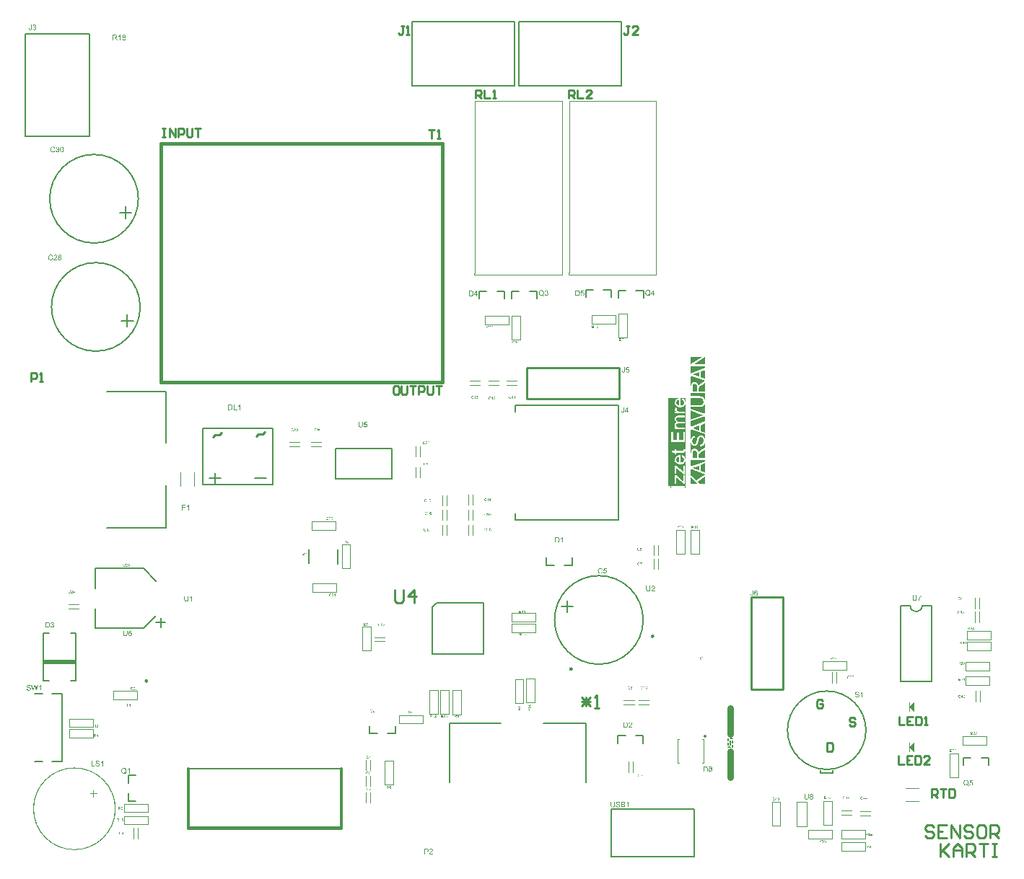
<source format=gto>
G04*
G04 #@! TF.GenerationSoftware,Altium Limited,Altium Designer,21.6.4 (81)*
G04*
G04 Layer_Color=65535*
%FSLAX25Y25*%
%MOIN*%
G70*
G04*
G04 #@! TF.SameCoordinates,B0EADD32-72DF-464D-AA4A-4A4E6069522B*
G04*
G04*
G04 #@! TF.FilePolarity,Positive*
G04*
G01*
G75*
%ADD10C,0.01575*%
%ADD11C,0.00787*%
%ADD12C,0.00394*%
%ADD13C,0.01181*%
%ADD14C,0.00984*%
%ADD15C,0.01000*%
%ADD16R,0.14961X0.02362*%
%ADD17C,0.00500*%
%ADD18C,0.03000*%
G36*
X410679Y55170D02*
X413041Y57532D01*
Y52808D01*
X410679Y55170D01*
D02*
G37*
G36*
Y73810D02*
X413041Y76172D01*
Y71448D01*
X410679Y73810D01*
D02*
G37*
G36*
X309718Y231954D02*
Y235312D01*
X314750D01*
X309718Y231954D01*
D02*
G37*
G36*
X316230Y175890D02*
X316119D01*
Y176741D01*
X313899D01*
X312891Y177786D01*
X316119Y180062D01*
Y181181D01*
X312317Y178378D01*
X309718Y181061D01*
Y181181D01*
X316119D01*
X309718D01*
Y175890D01*
X309607D01*
Y194029D01*
D01*
Y196518D01*
X309616Y196277D01*
X309644Y196064D01*
X309681Y195861D01*
X309718Y195685D01*
X309755Y195546D01*
X309773Y195482D01*
X309792Y195435D01*
X309810Y195398D01*
X309820Y195370D01*
X309829Y195352D01*
Y195343D01*
X309922Y195158D01*
X310023Y194991D01*
X310134Y194852D01*
X310236Y194741D01*
X310329Y194658D01*
X310402Y194594D01*
X310458Y194547D01*
X310467Y194538D01*
X310476D01*
X310634Y194446D01*
X310791Y194381D01*
X310948Y194334D01*
X311087Y194307D01*
X311207Y194288D01*
X311300Y194270D01*
X311337D01*
X311365D01*
X311374D01*
X311383D01*
X311540Y194279D01*
X311688Y194307D01*
X311827Y194344D01*
X311947Y194381D01*
X312040Y194418D01*
X312114Y194455D01*
X312160Y194483D01*
X312178Y194492D01*
X312308Y194584D01*
X312428Y194695D01*
X312530Y194806D01*
X312613Y194917D01*
X312687Y195010D01*
X312734Y195093D01*
X312771Y195149D01*
X312780Y195158D01*
Y195167D01*
X312817Y195241D01*
X312854Y195324D01*
X312918Y195509D01*
X312983Y195722D01*
X313048Y195925D01*
X313104Y196110D01*
X313122Y196194D01*
X313141Y196268D01*
X313159Y196323D01*
X313168Y196370D01*
X313177Y196397D01*
Y196406D01*
X313214Y196564D01*
X313251Y196712D01*
X313288Y196841D01*
X313316Y196952D01*
X313344Y197063D01*
X313372Y197156D01*
X313390Y197239D01*
X313418Y197304D01*
X313437Y197369D01*
X313446Y197415D01*
X313474Y197489D01*
X313483Y197535D01*
X313492Y197544D01*
X313547Y197683D01*
X313612Y197803D01*
X313677Y197905D01*
X313733Y197979D01*
X313788Y198044D01*
X313825Y198081D01*
X313853Y198108D01*
X313862Y198118D01*
X313945Y198182D01*
X314038Y198229D01*
X314130Y198257D01*
X314204Y198284D01*
X314278Y198293D01*
X314334Y198303D01*
X314380D01*
X314389D01*
X314500Y198293D01*
X314602Y198275D01*
X314694Y198247D01*
X314769Y198210D01*
X314843Y198173D01*
X314889Y198145D01*
X314926Y198127D01*
X314935Y198118D01*
X315027Y198044D01*
X315102Y197951D01*
X315166Y197859D01*
X315231Y197775D01*
X315268Y197692D01*
X315305Y197627D01*
X315323Y197581D01*
X315333Y197563D01*
X315379Y197424D01*
X315416Y197276D01*
X315435Y197128D01*
X315453Y196999D01*
X315462Y196888D01*
X315472Y196795D01*
Y196712D01*
X315462Y196508D01*
X315444Y196323D01*
X315416Y196157D01*
X315379Y196009D01*
X315342Y195888D01*
X315314Y195796D01*
X315305Y195768D01*
X315296Y195740D01*
X315286Y195731D01*
Y195722D01*
X315212Y195574D01*
X315129Y195435D01*
X315046Y195334D01*
X314963Y195241D01*
X314898Y195167D01*
X314833Y195121D01*
X314796Y195093D01*
X314787Y195084D01*
X314667Y195019D01*
X314537Y194954D01*
X314399Y194917D01*
X314278Y194880D01*
X314158Y194852D01*
X314075Y194834D01*
X314038D01*
X314010Y194825D01*
X314001D01*
X313991D01*
X314066Y194029D01*
D01*
X314297Y194048D01*
X314519Y194085D01*
X314713Y194140D01*
X314889Y194205D01*
X315027Y194270D01*
X315083Y194298D01*
X315129Y194316D01*
X315166Y194344D01*
X315194Y194353D01*
X315212Y194371D01*
X315222D01*
X315398Y194510D01*
X315555Y194658D01*
X315684Y194816D01*
X315795Y194964D01*
X315879Y195093D01*
X315934Y195204D01*
X315952Y195241D01*
X315971Y195269D01*
X315980Y195287D01*
Y195297D01*
X316063Y195528D01*
X316128Y195768D01*
X316165Y196009D01*
X316202Y196240D01*
X316212Y196351D01*
X316221Y196443D01*
Y196527D01*
X316230Y196601D01*
Y196749D01*
X316221Y196999D01*
X316193Y197230D01*
X316147Y197442D01*
X316101Y197618D01*
X316063Y197766D01*
X316036Y197831D01*
X316017Y197887D01*
X315999Y197924D01*
X315989Y197951D01*
X315980Y197970D01*
Y197979D01*
X315879Y198173D01*
X315768Y198340D01*
X315647Y198488D01*
X315536Y198608D01*
X315444Y198700D01*
X315360Y198765D01*
X315305Y198811D01*
X315296Y198821D01*
X315286D01*
X315111Y198923D01*
X314944Y198996D01*
X314787Y199043D01*
X314639Y199080D01*
X314510Y199098D01*
X314408Y199117D01*
X316230D01*
X309607D01*
Y236126D01*
X316119D01*
X309718D01*
Y231085D01*
X316119D01*
Y231899D01*
X311096D01*
X316119Y235247D01*
Y236126D01*
X316230D01*
Y175890D01*
D02*
G37*
G36*
X314140Y199108D02*
X313964Y199080D01*
X313807Y199033D01*
X313677Y198987D01*
X313566Y198932D01*
X313483Y198895D01*
X313437Y198858D01*
X313418Y198848D01*
X313279Y198738D01*
X313150Y198608D01*
X313039Y198469D01*
X312937Y198330D01*
X312863Y198210D01*
X312807Y198108D01*
X312789Y198072D01*
X312771Y198044D01*
X312761Y198025D01*
Y198016D01*
X312724Y197942D01*
X312697Y197850D01*
X312660Y197748D01*
X312622Y197637D01*
X312558Y197406D01*
X312493Y197165D01*
X312465Y197054D01*
X312438Y196952D01*
X312410Y196851D01*
X312391Y196767D01*
X312373Y196703D01*
X312364Y196647D01*
X312354Y196610D01*
Y196601D01*
X312308Y196416D01*
X312271Y196249D01*
X312225Y196101D01*
X312188Y195972D01*
X312141Y195852D01*
X312105Y195750D01*
X312068Y195657D01*
X312040Y195574D01*
X312003Y195509D01*
X311975Y195454D01*
X311957Y195417D01*
X311929Y195380D01*
X311901Y195334D01*
X311892Y195324D01*
X311799Y195241D01*
X311707Y195185D01*
X311614Y195139D01*
X311522Y195112D01*
X311448Y195093D01*
X311383Y195084D01*
X311346D01*
X311328D01*
X311179Y195102D01*
X311050Y195139D01*
X310939Y195195D01*
X310837Y195259D01*
X310763Y195315D01*
X310699Y195370D01*
X310662Y195407D01*
X310652Y195426D01*
X310606Y195500D01*
X310560Y195574D01*
X310486Y195750D01*
X310439Y195935D01*
X310402Y196120D01*
X310384Y196286D01*
X310375Y196360D01*
X310366Y196416D01*
Y196545D01*
X310375Y196804D01*
X310412Y197036D01*
X310467Y197221D01*
X310523Y197378D01*
X310578Y197498D01*
X310634Y197590D01*
X310671Y197637D01*
X310680Y197655D01*
X310809Y197785D01*
X310948Y197887D01*
X311096Y197970D01*
X311244Y198025D01*
X311383Y198062D01*
X311485Y198090D01*
X311531Y198099D01*
X311559Y198108D01*
X311577D01*
X311586D01*
X311522Y198923D01*
X311318Y198904D01*
X311133Y198858D01*
X310958Y198811D01*
X310809Y198747D01*
X310689Y198691D01*
X310597Y198645D01*
X310569Y198626D01*
X310541Y198608D01*
X310532Y198599D01*
X310523D01*
X310366Y198478D01*
X310227Y198349D01*
X310106Y198210D01*
X310014Y198072D01*
X309931Y197951D01*
X309885Y197859D01*
X309866Y197822D01*
X309847Y197794D01*
X309838Y197775D01*
Y197766D01*
X309764Y197563D01*
X309709Y197341D01*
X309663Y197137D01*
X309635Y196943D01*
X309616Y196767D01*
Y196703D01*
X309607Y196638D01*
Y199117D01*
X314324D01*
X314140Y199108D01*
D02*
G37*
G36*
X312900Y176741D02*
X309718D01*
Y179904D01*
X312900Y176741D01*
D02*
G37*
G36*
X304524Y216364D02*
X304329Y216345D01*
X304145Y216317D01*
X303969Y216280D01*
X303812Y216234D01*
X303663Y216188D01*
X303534Y216132D01*
X303414Y216077D01*
X303303Y216021D01*
X303210Y215966D01*
X303136Y215919D01*
X303071Y215873D01*
X303016Y215836D01*
X302979Y215809D01*
X302960Y215790D01*
X302951Y215781D01*
X302840Y215670D01*
X302738Y215549D01*
X302655Y215420D01*
X302581Y215290D01*
X302517Y215161D01*
X302470Y215041D01*
X302424Y214911D01*
X302396Y214800D01*
X302368Y214680D01*
X302350Y214578D01*
X302331Y214486D01*
X302322Y214412D01*
X302313Y214347D01*
Y216373D01*
X304736D01*
X304524Y216364D01*
D02*
G37*
G36*
X304292Y212941D02*
X304080Y212969D01*
X303886Y213024D01*
X303719Y213089D01*
X303590Y213163D01*
X303479Y213228D01*
X303395Y213293D01*
X303349Y213330D01*
X303330Y213348D01*
X303210Y213496D01*
X303118Y213644D01*
X303053Y213801D01*
X303007Y213949D01*
X302979Y214070D01*
X302970Y214171D01*
X302960Y214208D01*
Y214264D01*
X302970Y214375D01*
X302979Y214476D01*
X303034Y214671D01*
X303109Y214837D01*
X303192Y214976D01*
X303275Y215087D01*
X303349Y215170D01*
X303404Y215216D01*
X303414Y215235D01*
X303423D01*
X303543Y215318D01*
X303682Y215392D01*
X303821Y215439D01*
X303969Y215485D01*
X304089Y215512D01*
X304200Y215531D01*
X304237D01*
X304265Y215540D01*
X304283D01*
X304292D01*
Y212941D01*
D02*
G37*
G36*
X307160Y216373D02*
X307160D01*
Y214301D01*
X307160Y214301D01*
Y214199D01*
X307160Y214199D01*
Y212090D01*
X307160D01*
Y190020D01*
X307160D01*
Y187947D01*
X307160Y187948D01*
Y187846D01*
X307160Y187846D01*
Y185737D01*
X307160D01*
Y174720D01*
X307058D01*
Y174720D01*
X300259D01*
Y175691D01*
X307058D01*
Y175691D01*
X299279D01*
Y216373D01*
X307058D01*
X302313D01*
Y212090D01*
X302313D01*
Y214254D01*
X302322Y214079D01*
X302341Y213912D01*
X302368Y213755D01*
X302415Y213607D01*
X302461Y213468D01*
X302517Y213339D01*
X302572Y213218D01*
X302637Y213117D01*
X302692Y213015D01*
X302757Y212932D01*
X302813Y212858D01*
X302859Y212802D01*
X302905Y212756D01*
X302933Y212719D01*
X302951Y212701D01*
X302960Y212691D01*
X303090Y212590D01*
X303229Y212497D01*
X303367Y212414D01*
X303516Y212340D01*
X303673Y212284D01*
X303821Y212238D01*
X304117Y212164D01*
X304246Y212136D01*
X304376Y212118D01*
X304487Y212108D01*
X304589Y212099D01*
X304672Y212090D01*
X304783D01*
X304986Y212099D01*
X305181Y212118D01*
X305365Y212145D01*
X305532Y212182D01*
X305689Y212229D01*
X305837Y212275D01*
X305967Y212331D01*
X306087Y212386D01*
X306189Y212441D01*
X306281Y212497D01*
X306355Y212543D01*
X306420Y212590D01*
X306475Y212627D01*
X306512Y212654D01*
X306531Y212673D01*
X306540Y212682D01*
X306651Y212802D01*
X306744Y212923D01*
X306827Y213052D01*
X306901Y213191D01*
X306957Y213320D01*
X307012Y213459D01*
X307086Y213718D01*
X307104Y213838D01*
X307123Y213949D01*
X307141Y214051D01*
X307151Y214134D01*
X307160Y214199D01*
Y214301D01*
X307141Y214587D01*
X307095Y214846D01*
X307040Y215078D01*
X307003Y215170D01*
X306966Y215263D01*
X306929Y215346D01*
X306892Y215420D01*
X306864Y215476D01*
X306836Y215531D01*
X306808Y215568D01*
X306790Y215596D01*
X306771Y215614D01*
Y215623D01*
X306605Y215809D01*
X306429Y215956D01*
X306244Y216086D01*
X306068Y216178D01*
X305911Y216252D01*
X305837Y216280D01*
X305782Y216308D01*
X305726Y216326D01*
X305689Y216336D01*
X305671Y216345D01*
X305662D01*
X305560Y215531D01*
X305735Y215457D01*
X305884Y215374D01*
X306013Y215290D01*
X306115Y215216D01*
X306189Y215152D01*
X306244Y215096D01*
X306281Y215050D01*
X306291Y215041D01*
X306364Y214920D01*
X306420Y214800D01*
X306457Y214671D01*
X306485Y214560D01*
X306503Y214458D01*
X306512Y214375D01*
Y214301D01*
X306503Y214190D01*
X306494Y214088D01*
X306448Y213903D01*
X306383Y213737D01*
X306309Y213589D01*
X306244Y213477D01*
X306179Y213394D01*
X306133Y213339D01*
X306115Y213330D01*
Y213320D01*
X305948Y213191D01*
X305763Y213089D01*
X305560Y213015D01*
X305375Y212960D01*
X305208Y212932D01*
X305134Y212913D01*
X305069Y212904D01*
X305014D01*
X304977Y212895D01*
X304949D01*
X304940D01*
Y216364D01*
X304848Y216373D01*
X307160D01*
Y216373D01*
D01*
Y216373D01*
D02*
G37*
G36*
X130806Y144268D02*
X131277Y143607D01*
X131072D01*
X130753Y144055D01*
X130751Y144057D01*
X130748Y144063D01*
X130744Y144070D01*
X130737Y144079D01*
X130720Y144104D01*
X130702Y144132D01*
X130701Y144130D01*
X130695Y144123D01*
X130688Y144112D01*
X130679Y144097D01*
X130659Y144068D01*
X130649Y144055D01*
X130642Y144044D01*
X130324Y143607D01*
X130123D01*
X130610Y144259D01*
X130180Y144867D01*
X130378D01*
X130608Y144543D01*
Y144541D01*
X130611Y144539D01*
X130615Y144534D01*
X130620Y144527D01*
X130631Y144508D01*
X130648Y144487D01*
X130664Y144461D01*
X130680Y144436D01*
X130695Y144412D01*
X130708Y144390D01*
X130710Y144394D01*
X130715Y144401D01*
X130724Y144416D01*
X130737Y144434D01*
X130751Y144454D01*
X130770Y144479D01*
X130788Y144505D01*
X130810Y144532D01*
X131061Y144867D01*
X131243D01*
X130806Y144268D01*
D02*
G37*
G36*
X131811Y144871D02*
X131825Y144869D01*
X131843Y144867D01*
X131863Y144863D01*
X131884Y144860D01*
X131931Y144847D01*
X131978Y144829D01*
X132002Y144818D01*
X132025Y144805D01*
X132047Y144789D01*
X132067Y144771D01*
X132069Y144769D01*
X132073Y144767D01*
X132076Y144760D01*
X132084Y144752D01*
X132093Y144743D01*
X132102Y144730D01*
X132111Y144718D01*
X132122Y144701D01*
X132140Y144667D01*
X132158Y144623D01*
X132166Y144601D01*
X132169Y144576D01*
X132173Y144550D01*
X132175Y144523D01*
Y144519D01*
Y144510D01*
X132173Y144496D01*
X132171Y144476D01*
X132167Y144454D01*
X132160Y144428D01*
X132153Y144401D01*
X132142Y144374D01*
X132140Y144370D01*
X132136Y144361D01*
X132129Y144346D01*
X132118Y144326D01*
X132104Y144305D01*
X132086Y144277D01*
X132064Y144250D01*
X132038Y144219D01*
X132035Y144215D01*
X132025Y144204D01*
X132016Y144195D01*
X132007Y144186D01*
X131996Y144175D01*
X131982Y144161D01*
X131967Y144146D01*
X131949Y144130D01*
X131931Y144112D01*
X131909Y144092D01*
X131885Y144072D01*
X131860Y144048D01*
X131831Y144024D01*
X131802Y143999D01*
X131800Y143997D01*
X131796Y143993D01*
X131789Y143988D01*
X131780Y143981D01*
X131769Y143970D01*
X131756Y143959D01*
X131727Y143935D01*
X131696Y143908D01*
X131667Y143880D01*
X131641Y143857D01*
X131631Y143848D01*
X131621Y143839D01*
X131620Y143837D01*
X131614Y143831D01*
X131607Y143824D01*
X131598Y143813D01*
X131589Y143800D01*
X131578Y143788D01*
X131556Y143757D01*
X132176D01*
Y143607D01*
X131341D01*
Y143609D01*
Y143617D01*
Y143628D01*
X131343Y143642D01*
X131345Y143658D01*
X131348Y143677D01*
X131352Y143695D01*
X131359Y143715D01*
Y143717D01*
X131361Y143719D01*
X131365Y143729D01*
X131372Y143746D01*
X131383Y143768D01*
X131397Y143793D01*
X131416Y143822D01*
X131436Y143851D01*
X131461Y143882D01*
Y143884D01*
X131465Y143886D01*
X131474Y143897D01*
X131490Y143913D01*
X131514Y143937D01*
X131541Y143964D01*
X131576Y143997D01*
X131618Y144033D01*
X131663Y144072D01*
X131665Y144073D01*
X131672Y144079D01*
X131683Y144088D01*
X131696Y144099D01*
X131712Y144114D01*
X131732Y144130D01*
X131752Y144148D01*
X131776Y144168D01*
X131822Y144212D01*
X131867Y144255D01*
X131889Y144277D01*
X131909Y144299D01*
X131927Y144319D01*
X131942Y144339D01*
Y144341D01*
X131945Y144343D01*
X131949Y144348D01*
X131953Y144356D01*
X131965Y144376D01*
X131980Y144399D01*
X131993Y144428D01*
X132005Y144459D01*
X132013Y144494D01*
X132016Y144527D01*
Y144528D01*
Y144530D01*
X132015Y144541D01*
X132013Y144559D01*
X132007Y144579D01*
X132000Y144605D01*
X131987Y144630D01*
X131971Y144656D01*
X131949Y144681D01*
X131945Y144685D01*
X131936Y144692D01*
X131923Y144701D01*
X131904Y144714D01*
X131878Y144725D01*
X131849Y144736D01*
X131814Y144743D01*
X131776Y144745D01*
X131765D01*
X131758Y144743D01*
X131736Y144741D01*
X131711Y144736D01*
X131683Y144729D01*
X131652Y144716D01*
X131623Y144700D01*
X131596Y144678D01*
X131592Y144674D01*
X131585Y144665D01*
X131574Y144650D01*
X131563Y144629D01*
X131550Y144603D01*
X131539Y144570D01*
X131532Y144534D01*
X131529Y144492D01*
X131370Y144508D01*
Y144510D01*
X131372Y144516D01*
Y144525D01*
X131374Y144538D01*
X131377Y144552D01*
X131381Y144569D01*
X131387Y144588D01*
X131392Y144608D01*
X131407Y144652D01*
X131429Y144696D01*
X131441Y144718D01*
X131458Y144740D01*
X131474Y144760D01*
X131492Y144778D01*
X131494Y144780D01*
X131498Y144781D01*
X131503Y144787D01*
X131512Y144792D01*
X131523Y144800D01*
X131536Y144807D01*
X131550Y144816D01*
X131569Y144825D01*
X131589Y144834D01*
X131611Y144843D01*
X131634Y144851D01*
X131660Y144858D01*
X131687Y144863D01*
X131716Y144869D01*
X131747Y144871D01*
X131780Y144872D01*
X131798D01*
X131811Y144871D01*
D02*
G37*
G36*
X196962Y70140D02*
X196986Y70136D01*
X197015Y70131D01*
X197048Y70122D01*
X197080Y70111D01*
X197113Y70096D01*
X197115D01*
X197117Y70094D01*
X197128Y70089D01*
X197144Y70078D01*
X197162Y70065D01*
X197184Y70047D01*
X197206Y70027D01*
X197228Y70003D01*
X197246Y69976D01*
X197248Y69972D01*
X197253Y69963D01*
X197260Y69947D01*
X197270Y69927D01*
X197279Y69903D01*
X197286Y69876D01*
X197291Y69845D01*
X197293Y69814D01*
Y69810D01*
Y69800D01*
X197291Y69785D01*
X197288Y69765D01*
X197282Y69741D01*
X197273Y69716D01*
X197262Y69690D01*
X197248Y69665D01*
X197246Y69661D01*
X197240Y69654D01*
X197230Y69641D01*
X197215Y69627D01*
X197197Y69610D01*
X197175Y69592D01*
X197150Y69576D01*
X197118Y69559D01*
X197120D01*
X197124Y69557D01*
X197129Y69556D01*
X197137Y69554D01*
X197157Y69547D01*
X197182Y69536D01*
X197211Y69521D01*
X197240Y69503D01*
X197268Y69479D01*
X197293Y69452D01*
X197295Y69448D01*
X197302Y69437D01*
X197313Y69419D01*
X197324Y69396D01*
X197335Y69366D01*
X197346Y69332D01*
X197353Y69292D01*
X197355Y69248D01*
Y69246D01*
Y69241D01*
Y69232D01*
X197353Y69221D01*
X197352Y69206D01*
X197348Y69190D01*
X197344Y69172D01*
X197341Y69152D01*
X197326Y69108D01*
X197315Y69084D01*
X197304Y69063D01*
X197290Y69039D01*
X197273Y69015D01*
X197255Y68992D01*
X197233Y68970D01*
X197231Y68968D01*
X197228Y68964D01*
X197221Y68959D01*
X197211Y68951D01*
X197200Y68942D01*
X197186Y68933D01*
X197169Y68922D01*
X197150Y68913D01*
X197129Y68902D01*
X197106Y68891D01*
X197082Y68882D01*
X197055Y68873D01*
X197026Y68866D01*
X196995Y68860D01*
X196964Y68857D01*
X196929Y68855D01*
X196913D01*
X196902Y68857D01*
X196887Y68859D01*
X196871Y68860D01*
X196853Y68864D01*
X196833Y68868D01*
X196789Y68879D01*
X196744Y68897D01*
X196720Y68908D01*
X196698Y68920D01*
X196676Y68937D01*
X196654Y68953D01*
X196653Y68955D01*
X196649Y68959D01*
X196643Y68964D01*
X196638Y68972D01*
X196629Y68981D01*
X196620Y68993D01*
X196609Y69006D01*
X196598Y69022D01*
X196587Y69041D01*
X196576Y69059D01*
X196556Y69103D01*
X196540Y69153D01*
X196534Y69181D01*
X196531Y69210D01*
X196685Y69230D01*
Y69228D01*
X196687Y69224D01*
X196689Y69217D01*
X196691Y69208D01*
X196693Y69197D01*
X196696Y69184D01*
X196705Y69157D01*
X196718Y69124D01*
X196734Y69093D01*
X196753Y69064D01*
X196774Y69039D01*
X196778Y69037D01*
X196785Y69030D01*
X196800Y69021D01*
X196818Y69011D01*
X196840Y69001D01*
X196867Y68992D01*
X196898Y68984D01*
X196931Y68982D01*
X196942D01*
X196949Y68984D01*
X196969Y68986D01*
X196995Y68992D01*
X197024Y69001D01*
X197055Y69013D01*
X197086Y69032D01*
X197115Y69057D01*
X197118Y69061D01*
X197128Y69072D01*
X197139Y69088D01*
X197153Y69110D01*
X197168Y69137D01*
X197179Y69168D01*
X197188Y69204D01*
X197191Y69244D01*
Y69246D01*
Y69250D01*
Y69255D01*
X197189Y69263D01*
X197188Y69283D01*
X197182Y69306D01*
X197175Y69336D01*
X197162Y69365D01*
X197144Y69394D01*
X197120Y69421D01*
X197117Y69425D01*
X197108Y69432D01*
X197093Y69443D01*
X197073Y69456D01*
X197048Y69468D01*
X197017Y69479D01*
X196982Y69486D01*
X196944Y69490D01*
X196927D01*
X196915Y69488D01*
X196898Y69486D01*
X196880Y69483D01*
X196858Y69479D01*
X196835Y69474D01*
X196853Y69610D01*
X196862D01*
X196869Y69608D01*
X196893D01*
X196913Y69612D01*
X196937Y69616D01*
X196964Y69621D01*
X196995Y69630D01*
X197024Y69643D01*
X197055Y69659D01*
X197057D01*
X197058Y69661D01*
X197068Y69669D01*
X197080Y69681D01*
X197095Y69698D01*
X197109Y69721D01*
X197122Y69749D01*
X197131Y69779D01*
X197135Y69798D01*
Y69818D01*
Y69820D01*
Y69821D01*
Y69832D01*
X197131Y69847D01*
X197128Y69867D01*
X197120Y69889D01*
X197111Y69912D01*
X197097Y69936D01*
X197077Y69958D01*
X197075Y69960D01*
X197066Y69967D01*
X197053Y69976D01*
X197037Y69987D01*
X197015Y69996D01*
X196989Y70005D01*
X196960Y70012D01*
X196927Y70014D01*
X196913D01*
X196897Y70011D01*
X196875Y70007D01*
X196851Y70000D01*
X196827Y69991D01*
X196802Y69976D01*
X196778Y69958D01*
X196776Y69956D01*
X196769Y69947D01*
X196758Y69934D01*
X196745Y69916D01*
X196733Y69892D01*
X196720Y69863D01*
X196709Y69829D01*
X196702Y69789D01*
X196547Y69816D01*
Y69818D01*
X196549Y69823D01*
X196551Y69831D01*
X196553Y69841D01*
X196556Y69854D01*
X196562Y69869D01*
X196572Y69903D01*
X196591Y69943D01*
X196613Y69983D01*
X196640Y70022D01*
X196675Y70056D01*
X196676Y70058D01*
X196680Y70060D01*
X196685Y70064D01*
X196693Y70069D01*
X196702Y70076D01*
X196714Y70083D01*
X196727Y70091D01*
X196744Y70100D01*
X196780Y70114D01*
X196822Y70129D01*
X196871Y70138D01*
X196897Y70142D01*
X196942D01*
X196962Y70140D01*
D02*
G37*
G36*
X196132Y68877D02*
X195977D01*
Y69861D01*
X195976Y69860D01*
X195966Y69852D01*
X195956Y69841D01*
X195937Y69829D01*
X195917Y69812D01*
X195892Y69794D01*
X195863Y69774D01*
X195830Y69754D01*
X195828D01*
X195826Y69752D01*
X195815Y69745D01*
X195797Y69736D01*
X195775Y69725D01*
X195750Y69712D01*
X195723Y69700D01*
X195695Y69687D01*
X195668Y69676D01*
Y69825D01*
X195670D01*
X195674Y69829D01*
X195681Y69831D01*
X195690Y69836D01*
X195701Y69841D01*
X195713Y69849D01*
X195744Y69867D01*
X195781Y69887D01*
X195817Y69912D01*
X195855Y69942D01*
X195894Y69972D01*
X195896Y69974D01*
X195897Y69976D01*
X195903Y69982D01*
X195910Y69987D01*
X195926Y70005D01*
X195948Y70027D01*
X195970Y70052D01*
X195994Y70082D01*
X196014Y70111D01*
X196032Y70142D01*
X196132D01*
Y68877D01*
D02*
G37*
G36*
X194944Y70134D02*
X194960D01*
X194998Y70133D01*
X195038Y70127D01*
X195082Y70122D01*
X195122Y70113D01*
X195142Y70107D01*
X195158Y70102D01*
X195160D01*
X195162Y70100D01*
X195173Y70094D01*
X195189Y70087D01*
X195209Y70074D01*
X195231Y70058D01*
X195255Y70036D01*
X195277Y70011D01*
X195299Y69982D01*
Y69980D01*
X195300Y69978D01*
X195308Y69967D01*
X195315Y69949D01*
X195326Y69925D01*
X195335Y69898D01*
X195344Y69865D01*
X195350Y69831D01*
X195351Y69792D01*
Y69790D01*
Y69787D01*
Y69779D01*
X195350Y69770D01*
Y69758D01*
X195348Y69745D01*
X195340Y69714D01*
X195329Y69678D01*
X195315Y69639D01*
X195293Y69601D01*
X195279Y69583D01*
X195264Y69565D01*
X195262Y69563D01*
X195260Y69561D01*
X195255Y69556D01*
X195248Y69550D01*
X195238Y69543D01*
X195228Y69536D01*
X195213Y69526D01*
X195198Y69516D01*
X195180Y69507D01*
X195160Y69497D01*
X195138Y69486D01*
X195115Y69477D01*
X195087Y69470D01*
X195060Y69461D01*
X195029Y69456D01*
X194996Y69450D01*
X195000Y69448D01*
X195007Y69445D01*
X195018Y69437D01*
X195033Y69430D01*
X195066Y69410D01*
X195082Y69397D01*
X195097Y69386D01*
X195100Y69383D01*
X195109Y69374D01*
X195124Y69359D01*
X195142Y69341D01*
X195162Y69315D01*
X195186Y69288D01*
X195209Y69255D01*
X195235Y69219D01*
X195451Y68877D01*
X195244D01*
X195078Y69139D01*
Y69141D01*
X195075Y69144D01*
X195071Y69150D01*
X195066Y69157D01*
X195053Y69177D01*
X195036Y69203D01*
X195016Y69230D01*
X194996Y69259D01*
X194976Y69286D01*
X194958Y69312D01*
X194956Y69314D01*
X194951Y69321D01*
X194942Y69332D01*
X194929Y69345D01*
X194902Y69372D01*
X194887Y69385D01*
X194873Y69396D01*
X194871Y69397D01*
X194867Y69399D01*
X194860Y69403D01*
X194849Y69408D01*
X194838Y69414D01*
X194825Y69419D01*
X194796Y69428D01*
X194794D01*
X194791Y69430D01*
X194783D01*
X194774Y69432D01*
X194762Y69434D01*
X194747D01*
X194727Y69436D01*
X194512D01*
Y68877D01*
X194345D01*
Y70136D01*
X194929D01*
X194944Y70134D01*
D02*
G37*
G36*
X180952Y70784D02*
X181123D01*
Y70642D01*
X180952D01*
Y70340D01*
X180797D01*
Y70642D01*
X180249D01*
Y70784D01*
X180826Y71600D01*
X180952D01*
Y70784D01*
D02*
G37*
G36*
X179696Y71598D02*
X179712D01*
X179751Y71596D01*
X179791Y71591D01*
X179834Y71585D01*
X179874Y71576D01*
X179894Y71571D01*
X179911Y71565D01*
X179912D01*
X179914Y71563D01*
X179925Y71558D01*
X179942Y71551D01*
X179962Y71538D01*
X179983Y71522D01*
X180007Y71500D01*
X180029Y71474D01*
X180051Y71445D01*
Y71443D01*
X180053Y71441D01*
X180060Y71430D01*
X180067Y71412D01*
X180078Y71389D01*
X180087Y71361D01*
X180096Y71329D01*
X180102Y71294D01*
X180104Y71256D01*
Y71254D01*
Y71250D01*
Y71243D01*
X180102Y71234D01*
Y71221D01*
X180100Y71208D01*
X180093Y71178D01*
X180082Y71141D01*
X180067Y71103D01*
X180045Y71065D01*
X180031Y71046D01*
X180016Y71028D01*
X180015Y71026D01*
X180013Y71025D01*
X180007Y71019D01*
X180000Y71014D01*
X179991Y71006D01*
X179980Y70999D01*
X179965Y70990D01*
X179951Y70979D01*
X179932Y70970D01*
X179912Y70961D01*
X179891Y70950D01*
X179867Y70941D01*
X179840Y70934D01*
X179812Y70925D01*
X179781Y70919D01*
X179749Y70914D01*
X179752Y70912D01*
X179760Y70908D01*
X179771Y70901D01*
X179785Y70894D01*
X179818Y70873D01*
X179834Y70861D01*
X179849Y70850D01*
X179852Y70846D01*
X179862Y70837D01*
X179876Y70823D01*
X179894Y70804D01*
X179914Y70779D01*
X179938Y70752D01*
X179962Y70719D01*
X179987Y70682D01*
X180204Y70340D01*
X179996D01*
X179831Y70602D01*
Y70604D01*
X179827Y70608D01*
X179823Y70613D01*
X179818Y70621D01*
X179805Y70641D01*
X179789Y70666D01*
X179769Y70693D01*
X179749Y70723D01*
X179729Y70750D01*
X179710Y70775D01*
X179709Y70777D01*
X179703Y70784D01*
X179694Y70795D01*
X179681Y70808D01*
X179654Y70835D01*
X179639Y70848D01*
X179625Y70859D01*
X179623Y70861D01*
X179620Y70863D01*
X179612Y70866D01*
X179601Y70872D01*
X179590Y70877D01*
X179578Y70883D01*
X179549Y70892D01*
X179547D01*
X179543Y70894D01*
X179536D01*
X179527Y70895D01*
X179514Y70897D01*
X179499D01*
X179479Y70899D01*
X179265D01*
Y70340D01*
X179097D01*
Y71600D01*
X179681D01*
X179696Y71598D01*
D02*
G37*
G36*
X186935Y186560D02*
X186952Y186558D01*
X186972Y186556D01*
X186992Y186554D01*
X187015Y186549D01*
X187065Y186538D01*
X187119Y186521D01*
X187147Y186511D01*
X187172Y186498D01*
X187197Y186481D01*
X187223Y186465D01*
X187225Y186463D01*
X187229Y186461D01*
X187236Y186456D01*
X187245Y186447D01*
X187254Y186438D01*
X187267Y186425D01*
X187279Y186410D01*
X187294Y186396D01*
X187309Y186378D01*
X187323Y186356D01*
X187339Y186334D01*
X187354Y186310D01*
X187367Y186283D01*
X187381Y186256D01*
X187392Y186227D01*
X187403Y186194D01*
X187239Y186156D01*
Y186158D01*
X187238Y186161D01*
X187234Y186168D01*
X187230Y186178D01*
X187227Y186188D01*
X187221Y186203D01*
X187207Y186232D01*
X187188Y186265D01*
X187167Y186298D01*
X187139Y186329D01*
X187110Y186356D01*
X187107Y186360D01*
X187096Y186367D01*
X187077Y186376D01*
X187054Y186389D01*
X187023Y186400D01*
X186988Y186410D01*
X186946Y186418D01*
X186901Y186420D01*
X186886D01*
X186877Y186418D01*
X186864D01*
X186850Y186416D01*
X186815Y186410D01*
X186777Y186403D01*
X186737Y186390D01*
X186695Y186372D01*
X186657Y186349D01*
X186655D01*
X186653Y186345D01*
X186641Y186336D01*
X186624Y186321D01*
X186604Y186300D01*
X186581Y186272D01*
X186559Y186241D01*
X186539Y186203D01*
X186521Y186161D01*
Y186159D01*
X186519Y186156D01*
X186517Y186150D01*
X186515Y186141D01*
X186511Y186130D01*
X186508Y186117D01*
X186502Y186086D01*
X186495Y186050D01*
X186488Y186010D01*
X186484Y185966D01*
X186482Y185919D01*
Y185917D01*
Y185912D01*
Y185903D01*
Y185892D01*
X186484Y185879D01*
Y185863D01*
X186486Y185845D01*
X186488Y185825D01*
X186493Y185781D01*
X186502Y185733D01*
X186513Y185686D01*
X186528Y185639D01*
Y185637D01*
X186530Y185633D01*
X186533Y185628D01*
X186537Y185619D01*
X186548Y185597D01*
X186564Y185572D01*
X186584Y185542D01*
X186610Y185511D01*
X186639Y185484D01*
X186673Y185459D01*
X186675D01*
X186679Y185457D01*
X186684Y185453D01*
X186692Y185450D01*
X186701Y185446D01*
X186712Y185440D01*
X186737Y185430D01*
X186770Y185419D01*
X186806Y185409D01*
X186846Y185402D01*
X186888Y185400D01*
X186901D01*
X186912Y185402D01*
X186925D01*
X186937Y185404D01*
X186970Y185411D01*
X187008Y185420D01*
X187047Y185435D01*
X187086Y185455D01*
X187107Y185466D01*
X187125Y185480D01*
X187127Y185482D01*
X187128Y185484D01*
X187134Y185490D01*
X187141Y185495D01*
X187148Y185504D01*
X187157Y185515D01*
X187168Y185526D01*
X187178Y185540D01*
X187188Y185557D01*
X187201Y185575D01*
X187212Y185593D01*
X187223Y185615D01*
X187232Y185639D01*
X187241Y185664D01*
X187250Y185692D01*
X187258Y185721D01*
X187425Y185679D01*
Y185677D01*
X187423Y185670D01*
X187420Y185659D01*
X187414Y185644D01*
X187409Y185628D01*
X187401Y185608D01*
X187392Y185586D01*
X187381Y185562D01*
X187356Y185511D01*
X187323Y185460D01*
X187303Y185435D01*
X187283Y185409D01*
X187261Y185388D01*
X187236Y185366D01*
X187234Y185364D01*
X187230Y185360D01*
X187221Y185357D01*
X187212Y185349D01*
X187197Y185340D01*
X187183Y185331D01*
X187163Y185322D01*
X187143Y185313D01*
X187119Y185302D01*
X187094Y185293D01*
X187066Y185284D01*
X187037Y185275D01*
X187006Y185267D01*
X186974Y185264D01*
X186939Y185260D01*
X186903Y185258D01*
X186883D01*
X186868Y185260D01*
X186852D01*
X186832Y185262D01*
X186810Y185266D01*
X186784Y185269D01*
X186732Y185278D01*
X186677Y185293D01*
X186622Y185313D01*
X186597Y185326D01*
X186572Y185340D01*
X186570Y185342D01*
X186566Y185344D01*
X186559Y185349D01*
X186551Y185357D01*
X186540Y185364D01*
X186528Y185375D01*
X186513Y185388D01*
X186499Y185402D01*
X186484Y185419D01*
X186468Y185435D01*
X186435Y185477D01*
X186404Y185526D01*
X186377Y185581D01*
Y185582D01*
X186373Y185588D01*
X186371Y185597D01*
X186366Y185608D01*
X186362Y185622D01*
X186357Y185641D01*
X186349Y185661D01*
X186344Y185682D01*
X186338Y185706D01*
X186331Y185733D01*
X186322Y185790D01*
X186315Y185854D01*
X186311Y185919D01*
Y185921D01*
Y185928D01*
Y185939D01*
X186313Y185952D01*
Y185970D01*
X186315Y185988D01*
X186317Y186012D01*
X186320Y186036D01*
X186329Y186088D01*
X186342Y186147D01*
X186360Y186205D01*
X186386Y186261D01*
X186388Y186263D01*
X186390Y186268D01*
X186393Y186276D01*
X186400Y186285D01*
X186408Y186298D01*
X186417Y186312D01*
X186440Y186345D01*
X186471Y186381D01*
X186508Y186418D01*
X186550Y186454D01*
X186599Y186485D01*
X186601Y186487D01*
X186606Y186489D01*
X186613Y186492D01*
X186622Y186498D01*
X186637Y186503D01*
X186652Y186509D01*
X186670Y186516D01*
X186690Y186523D01*
X186712Y186531D01*
X186735Y186538D01*
X186786Y186549D01*
X186845Y186558D01*
X186905Y186562D01*
X186923D01*
X186935Y186560D01*
D02*
G37*
G36*
X188342Y186376D02*
X187838D01*
X187771Y186036D01*
X187773Y186037D01*
X187776Y186039D01*
X187782Y186043D01*
X187791Y186048D01*
X187802Y186054D01*
X187814Y186061D01*
X187844Y186076D01*
X187880Y186090D01*
X187920Y186103D01*
X187964Y186112D01*
X187986Y186116D01*
X188026D01*
X188037Y186114D01*
X188051Y186112D01*
X188067Y186110D01*
X188086Y186107D01*
X188106Y186101D01*
X188149Y186088D01*
X188173Y186079D01*
X188197Y186066D01*
X188220Y186054D01*
X188244Y186039D01*
X188266Y186021D01*
X188288Y186001D01*
X188289Y185999D01*
X188293Y185995D01*
X188299Y185990D01*
X188306Y185981D01*
X188315Y185968D01*
X188324Y185956D01*
X188335Y185939D01*
X188346Y185921D01*
X188355Y185901D01*
X188366Y185879D01*
X188375Y185854D01*
X188384Y185828D01*
X188391Y185801D01*
X188397Y185770D01*
X188401Y185739D01*
X188402Y185706D01*
Y185704D01*
Y185699D01*
Y185690D01*
X188401Y185677D01*
X188399Y185662D01*
X188397Y185646D01*
X188393Y185626D01*
X188390Y185606D01*
X188379Y185559D01*
X188361Y185510D01*
X188350Y185484D01*
X188335Y185460D01*
X188321Y185435D01*
X188302Y185411D01*
X188301Y185409D01*
X188297Y185404D01*
X188289Y185397D01*
X188280Y185388D01*
X188268Y185377D01*
X188253Y185362D01*
X188235Y185349D01*
X188215Y185335D01*
X188193Y185320D01*
X188168Y185308D01*
X188140Y185295D01*
X188111Y185282D01*
X188080Y185273D01*
X188046Y185266D01*
X188009Y185260D01*
X187971Y185258D01*
X187955D01*
X187942Y185260D01*
X187927Y185262D01*
X187911Y185264D01*
X187891Y185266D01*
X187871Y185271D01*
X187825Y185282D01*
X187780Y185299D01*
X187756Y185309D01*
X187733Y185322D01*
X187711Y185337D01*
X187689Y185353D01*
X187687Y185355D01*
X187683Y185357D01*
X187680Y185364D01*
X187673Y185371D01*
X187663Y185380D01*
X187654Y185391D01*
X187643Y185406D01*
X187634Y185422D01*
X187623Y185439D01*
X187612Y185459D01*
X187592Y185502D01*
X187576Y185553D01*
X187571Y185581D01*
X187567Y185610D01*
X187729Y185622D01*
Y185621D01*
Y185617D01*
X187731Y185611D01*
X187733Y185602D01*
X187738Y185582D01*
X187745Y185555D01*
X187756Y185528D01*
X187771Y185497D01*
X187789Y185470D01*
X187811Y185444D01*
X187814Y185442D01*
X187822Y185435D01*
X187836Y185426D01*
X187856Y185415D01*
X187878Y185404D01*
X187906Y185395D01*
X187936Y185388D01*
X187971Y185386D01*
X187982D01*
X187989Y185388D01*
X188011Y185389D01*
X188037Y185397D01*
X188067Y185406D01*
X188098Y185420D01*
X188131Y185442D01*
X188146Y185455D01*
X188160Y185470D01*
X188162Y185471D01*
X188164Y185473D01*
X188168Y185479D01*
X188173Y185484D01*
X188186Y185504D01*
X188200Y185530D01*
X188213Y185561D01*
X188226Y185599D01*
X188235Y185644D01*
X188239Y185668D01*
Y185693D01*
Y185695D01*
Y185699D01*
Y185706D01*
X188237Y185715D01*
Y185726D01*
X188235Y185739D01*
X188230Y185768D01*
X188220Y185803D01*
X188208Y185837D01*
X188189Y185870D01*
X188164Y185901D01*
Y185903D01*
X188160Y185905D01*
X188151Y185914D01*
X188135Y185926D01*
X188113Y185941D01*
X188084Y185954D01*
X188051Y185966D01*
X188013Y185976D01*
X187991Y185979D01*
X187957D01*
X187942Y185977D01*
X187924Y185976D01*
X187902Y185970D01*
X187880Y185965D01*
X187856Y185956D01*
X187833Y185945D01*
X187831Y185943D01*
X187824Y185939D01*
X187813Y185930D01*
X187798Y185921D01*
X187784Y185908D01*
X187769Y185892D01*
X187753Y185875D01*
X187740Y185855D01*
X187594Y185875D01*
X187716Y186523D01*
X188342D01*
Y186376D01*
D02*
G37*
G36*
X188994Y186543D02*
X189017Y186540D01*
X189045Y186534D01*
X189074Y186527D01*
X189105Y186518D01*
X189134Y186503D01*
X189136D01*
X189138Y186502D01*
X189147Y186496D01*
X189161Y186487D01*
X189180Y186474D01*
X189199Y186456D01*
X189221Y186436D01*
X189241Y186412D01*
X189261Y186385D01*
X189263Y186381D01*
X189270Y186372D01*
X189278Y186356D01*
X189290Y186332D01*
X189302Y186305D01*
X189316Y186274D01*
X189329Y186238D01*
X189340Y186198D01*
Y186196D01*
X189341Y186192D01*
X189343Y186187D01*
X189345Y186178D01*
X189347Y186167D01*
X189349Y186154D01*
X189352Y186137D01*
X189354Y186119D01*
X189358Y186099D01*
X189360Y186077D01*
X189362Y186052D01*
X189365Y186027D01*
X189367Y185997D01*
Y185968D01*
X189369Y185935D01*
Y185901D01*
Y185899D01*
Y185892D01*
Y185879D01*
Y185864D01*
X189367Y185845D01*
Y185823D01*
X189365Y185799D01*
X189363Y185774D01*
X189358Y185715D01*
X189349Y185655D01*
X189338Y185597D01*
X189331Y185570D01*
X189321Y185542D01*
Y185540D01*
X189320Y185537D01*
X189316Y185530D01*
X189312Y185521D01*
X189309Y185508D01*
X189302Y185495D01*
X189287Y185464D01*
X189269Y185431D01*
X189245Y185395D01*
X189218Y185362D01*
X189185Y185331D01*
X189183D01*
X189181Y185328D01*
X189176Y185324D01*
X189169Y185320D01*
X189160Y185315D01*
X189150Y185308D01*
X189123Y185295D01*
X189090Y185282D01*
X189052Y185269D01*
X189007Y185262D01*
X188958Y185258D01*
X188939D01*
X188926Y185260D01*
X188912Y185262D01*
X188894Y185266D01*
X188874Y185269D01*
X188852Y185275D01*
X188830Y185282D01*
X188806Y185289D01*
X188783Y185300D01*
X188759Y185313D01*
X188735Y185328D01*
X188712Y185346D01*
X188690Y185366D01*
X188670Y185388D01*
X188668Y185389D01*
X188664Y185395D01*
X188659Y185404D01*
X188650Y185419D01*
X188641Y185435D01*
X188632Y185457D01*
X188619Y185482D01*
X188608Y185511D01*
X188597Y185544D01*
X188586Y185582D01*
X188575Y185624D01*
X188566Y185672D01*
X188557Y185722D01*
X188552Y185777D01*
X188548Y185837D01*
X188546Y185901D01*
Y185903D01*
Y185910D01*
Y185923D01*
Y185937D01*
X188548Y185957D01*
Y185979D01*
X188550Y186003D01*
X188552Y186030D01*
X188557Y186086D01*
X188566Y186147D01*
X188577Y186207D01*
X188584Y186234D01*
X188592Y186261D01*
Y186263D01*
X188593Y186267D01*
X188597Y186274D01*
X188601Y186283D01*
X188604Y186296D01*
X188612Y186309D01*
X188626Y186339D01*
X188644Y186372D01*
X188668Y186407D01*
X188695Y186441D01*
X188728Y186471D01*
X188730D01*
X188732Y186474D01*
X188737Y186478D01*
X188744Y186481D01*
X188754Y186489D01*
X188765Y186494D01*
X188792Y186509D01*
X188825Y186521D01*
X188863Y186534D01*
X188908Y186541D01*
X188958Y186545D01*
X188974D01*
X188994Y186543D01*
D02*
G37*
G36*
X314102Y96188D02*
X314573Y95527D01*
X314367D01*
X314049Y95975D01*
X314047Y95977D01*
X314043Y95983D01*
X314040Y95990D01*
X314032Y95999D01*
X314016Y96024D01*
X313998Y96052D01*
X313996Y96050D01*
X313991Y96043D01*
X313983Y96032D01*
X313974Y96017D01*
X313954Y95988D01*
X313945Y95975D01*
X313938Y95964D01*
X313619Y95527D01*
X313419D01*
X313905Y96179D01*
X313475Y96787D01*
X313674D01*
X313903Y96463D01*
Y96461D01*
X313907Y96459D01*
X313911Y96454D01*
X313916Y96447D01*
X313927Y96428D01*
X313943Y96407D01*
X313960Y96381D01*
X313976Y96356D01*
X313991Y96332D01*
X314003Y96310D01*
X314005Y96314D01*
X314011Y96321D01*
X314020Y96336D01*
X314032Y96354D01*
X314047Y96374D01*
X314065Y96399D01*
X314083Y96425D01*
X314105Y96452D01*
X314356Y96787D01*
X314538D01*
X314102Y96188D01*
D02*
G37*
G36*
X315241Y95527D02*
X315086D01*
Y96512D01*
X315084Y96510D01*
X315075Y96503D01*
X315064Y96492D01*
X315046Y96479D01*
X315026Y96463D01*
X315001Y96445D01*
X314971Y96425D01*
X314939Y96405D01*
X314937D01*
X314935Y96403D01*
X314924Y96396D01*
X314906Y96387D01*
X314884Y96376D01*
X314859Y96363D01*
X314831Y96350D01*
X314804Y96337D01*
X314777Y96327D01*
Y96476D01*
X314779D01*
X314782Y96479D01*
X314790Y96481D01*
X314799Y96487D01*
X314810Y96492D01*
X314822Y96499D01*
X314853Y96518D01*
X314890Y96538D01*
X314926Y96563D01*
X314964Y96592D01*
X315002Y96623D01*
X315004Y96625D01*
X315006Y96627D01*
X315012Y96632D01*
X315019Y96638D01*
X315035Y96656D01*
X315057Y96678D01*
X315079Y96703D01*
X315103Y96732D01*
X315123Y96762D01*
X315141Y96792D01*
X315241D01*
Y95527D01*
D02*
G37*
G36*
X276101Y29809D02*
X276127D01*
X276196Y29802D01*
X276272Y29791D01*
X276352Y29773D01*
X276440Y29751D01*
X276520Y29722D01*
X276523D01*
X276531Y29719D01*
X276542Y29711D01*
X276556Y29704D01*
X276593Y29686D01*
X276640Y29653D01*
X276694Y29617D01*
X276749Y29569D01*
X276800Y29515D01*
X276847Y29453D01*
Y29449D01*
X276851Y29445D01*
X276858Y29435D01*
X276866Y29424D01*
X276884Y29387D01*
X276906Y29340D01*
X276931Y29282D01*
X276949Y29212D01*
X276968Y29140D01*
X276975Y29060D01*
X276654Y29034D01*
Y29038D01*
Y29045D01*
X276651Y29056D01*
X276647Y29074D01*
X276636Y29114D01*
X276622Y29169D01*
X276600Y29227D01*
X276567Y29285D01*
X276527Y29340D01*
X276476Y29391D01*
X276469Y29395D01*
X276451Y29409D01*
X276414Y29431D01*
X276367Y29453D01*
X276305Y29475D01*
X276232Y29496D01*
X276141Y29511D01*
X276039Y29515D01*
X275988D01*
X275967Y29511D01*
X275937Y29507D01*
X275872Y29500D01*
X275799Y29485D01*
X275726Y29467D01*
X275657Y29438D01*
X275628Y29420D01*
X275599Y29402D01*
X275592Y29398D01*
X275577Y29384D01*
X275555Y29358D01*
X275533Y29329D01*
X275508Y29289D01*
X275486Y29245D01*
X275471Y29194D01*
X275464Y29136D01*
Y29129D01*
Y29114D01*
X275468Y29089D01*
X275475Y29060D01*
X275486Y29023D01*
X275504Y28987D01*
X275526Y28950D01*
X275559Y28914D01*
X275562Y28910D01*
X275581Y28899D01*
X275595Y28889D01*
X275610Y28881D01*
X275632Y28870D01*
X275657Y28856D01*
X275690Y28845D01*
X275726Y28830D01*
X275766Y28816D01*
X275814Y28798D01*
X275865Y28783D01*
X275923Y28765D01*
X275988Y28750D01*
X276061Y28732D01*
X276065D01*
X276079Y28728D01*
X276101Y28725D01*
X276127Y28717D01*
X276159Y28710D01*
X276199Y28699D01*
X276239Y28688D01*
X276283Y28677D01*
X276378Y28652D01*
X276469Y28626D01*
X276513Y28612D01*
X276553Y28597D01*
X276589Y28586D01*
X276618Y28572D01*
X276622D01*
X276629Y28568D01*
X276640Y28561D01*
X276654Y28554D01*
X276694Y28532D01*
X276742Y28503D01*
X276796Y28463D01*
X276851Y28419D01*
X276902Y28368D01*
X276946Y28313D01*
X276949Y28306D01*
X276964Y28288D01*
X276978Y28255D01*
X277000Y28212D01*
X277018Y28161D01*
X277037Y28099D01*
X277048Y28030D01*
X277051Y27957D01*
Y27953D01*
Y27949D01*
Y27939D01*
Y27924D01*
X277044Y27884D01*
X277037Y27833D01*
X277022Y27775D01*
X277004Y27713D01*
X276975Y27647D01*
X276935Y27578D01*
Y27575D01*
X276931Y27571D01*
X276913Y27549D01*
X276887Y27516D01*
X276851Y27480D01*
X276804Y27436D01*
X276745Y27389D01*
X276680Y27345D01*
X276604Y27305D01*
X276600D01*
X276593Y27301D01*
X276582Y27298D01*
X276567Y27291D01*
X276545Y27283D01*
X276520Y27272D01*
X276462Y27258D01*
X276392Y27240D01*
X276309Y27221D01*
X276218Y27211D01*
X276119Y27207D01*
X276061D01*
X276032Y27211D01*
X275999D01*
X275963Y27214D01*
X275919Y27218D01*
X275828Y27232D01*
X275733Y27247D01*
X275639Y27272D01*
X275548Y27305D01*
X275544D01*
X275537Y27309D01*
X275526Y27316D01*
X275512Y27323D01*
X275468Y27345D01*
X275417Y27378D01*
X275359Y27422D01*
X275297Y27473D01*
X275238Y27534D01*
X275184Y27604D01*
Y27607D01*
X275177Y27615D01*
X275173Y27626D01*
X275162Y27640D01*
X275155Y27658D01*
X275144Y27680D01*
X275118Y27735D01*
X275093Y27804D01*
X275071Y27880D01*
X275057Y27968D01*
X275049Y28059D01*
X275362Y28088D01*
Y28084D01*
Y28080D01*
X275366Y28070D01*
Y28055D01*
X275373Y28022D01*
X275384Y27975D01*
X275399Y27928D01*
X275413Y27873D01*
X275439Y27822D01*
X275464Y27775D01*
X275468Y27771D01*
X275479Y27757D01*
X275497Y27731D01*
X275526Y27706D01*
X275562Y27673D01*
X275603Y27640D01*
X275657Y27607D01*
X275715Y27578D01*
X275719D01*
X275723Y27575D01*
X275733Y27571D01*
X275744Y27567D01*
X275781Y27556D01*
X275828Y27542D01*
X275886Y27527D01*
X275952Y27516D01*
X276025Y27509D01*
X276105Y27505D01*
X276138D01*
X276174Y27509D01*
X276218Y27513D01*
X276269Y27520D01*
X276327Y27527D01*
X276385Y27542D01*
X276440Y27560D01*
X276447Y27564D01*
X276465Y27571D01*
X276491Y27585D01*
X276523Y27600D01*
X276556Y27626D01*
X276593Y27651D01*
X276629Y27680D01*
X276658Y27716D01*
X276662Y27720D01*
X276669Y27735D01*
X276680Y27753D01*
X276694Y27782D01*
X276709Y27811D01*
X276720Y27847D01*
X276727Y27888D01*
X276731Y27931D01*
Y27935D01*
Y27953D01*
X276727Y27975D01*
X276724Y28004D01*
X276713Y28033D01*
X276702Y28070D01*
X276684Y28106D01*
X276658Y28139D01*
X276654Y28142D01*
X276643Y28153D01*
X276629Y28168D01*
X276604Y28190D01*
X276574Y28212D01*
X276534Y28237D01*
X276487Y28262D01*
X276432Y28284D01*
X276429Y28288D01*
X276411Y28292D01*
X276381Y28302D01*
X276363Y28306D01*
X276338Y28313D01*
X276312Y28324D01*
X276279Y28332D01*
X276243Y28343D01*
X276199Y28354D01*
X276156Y28364D01*
X276105Y28379D01*
X276047Y28394D01*
X275985Y28408D01*
X275981D01*
X275970Y28412D01*
X275952Y28415D01*
X275930Y28423D01*
X275901Y28430D01*
X275868Y28437D01*
X275795Y28459D01*
X275715Y28484D01*
X275632Y28510D01*
X275559Y28536D01*
X275526Y28550D01*
X275497Y28565D01*
X275493D01*
X275490Y28568D01*
X275468Y28583D01*
X275435Y28601D01*
X275399Y28630D01*
X275355Y28663D01*
X275311Y28703D01*
X275268Y28750D01*
X275231Y28801D01*
X275228Y28809D01*
X275217Y28827D01*
X275202Y28856D01*
X275187Y28892D01*
X275173Y28940D01*
X275158Y28994D01*
X275148Y29052D01*
X275144Y29114D01*
Y29118D01*
Y29122D01*
Y29132D01*
Y29147D01*
X275151Y29183D01*
X275158Y29231D01*
X275169Y29285D01*
X275187Y29347D01*
X275213Y29409D01*
X275249Y29471D01*
Y29475D01*
X275253Y29478D01*
X275271Y29500D01*
X275297Y29529D01*
X275329Y29566D01*
X275373Y29606D01*
X275428Y29649D01*
X275493Y29689D01*
X275566Y29726D01*
X275570D01*
X275577Y29729D01*
X275588Y29733D01*
X275603Y29740D01*
X275621Y29748D01*
X275646Y29755D01*
X275701Y29769D01*
X275770Y29784D01*
X275850Y29799D01*
X275934Y29809D01*
X276028Y29813D01*
X276076D01*
X276101Y29809D01*
D02*
G37*
G36*
X274605Y28313D02*
Y28310D01*
Y28295D01*
Y28277D01*
Y28252D01*
X274602Y28219D01*
Y28182D01*
X274598Y28139D01*
X274594Y28095D01*
X274583Y27997D01*
X274569Y27895D01*
X274547Y27797D01*
X274532Y27749D01*
X274518Y27706D01*
Y27702D01*
X274514Y27695D01*
X274507Y27684D01*
X274500Y27669D01*
X274478Y27629D01*
X274445Y27578D01*
X274401Y27520D01*
X274350Y27462D01*
X274285Y27400D01*
X274205Y27345D01*
X274201D01*
X274194Y27338D01*
X274183Y27334D01*
X274165Y27323D01*
X274143Y27312D01*
X274114Y27301D01*
X274085Y27291D01*
X274048Y27276D01*
X274008Y27261D01*
X273965Y27251D01*
X273917Y27240D01*
X273863Y27229D01*
X273808Y27221D01*
X273750Y27214D01*
X273619Y27207D01*
X273586D01*
X273560Y27211D01*
X273531D01*
X273495Y27214D01*
X273455Y27218D01*
X273415Y27221D01*
X273324Y27236D01*
X273226Y27258D01*
X273131Y27287D01*
X273040Y27327D01*
X273036D01*
X273029Y27334D01*
X273018Y27342D01*
X273004Y27349D01*
X272964Y27378D01*
X272916Y27418D01*
X272862Y27469D01*
X272811Y27527D01*
X272760Y27600D01*
X272720Y27680D01*
Y27684D01*
X272716Y27691D01*
X272712Y27706D01*
X272705Y27724D01*
X272698Y27746D01*
X272691Y27775D01*
X272680Y27808D01*
X272672Y27847D01*
X272665Y27891D01*
X272654Y27939D01*
X272647Y27990D01*
X272639Y28044D01*
X272632Y28106D01*
X272629Y28172D01*
X272625Y28241D01*
Y28313D01*
Y29769D01*
X272960D01*
Y28313D01*
Y28310D01*
Y28299D01*
Y28281D01*
Y28259D01*
X272964Y28233D01*
Y28201D01*
X272967Y28131D01*
X272974Y28051D01*
X272985Y27971D01*
X273000Y27895D01*
X273007Y27862D01*
X273018Y27829D01*
X273022Y27822D01*
X273029Y27804D01*
X273047Y27778D01*
X273069Y27742D01*
X273095Y27706D01*
X273131Y27665D01*
X273175Y27626D01*
X273226Y27593D01*
X273233Y27589D01*
X273251Y27578D01*
X273284Y27567D01*
X273327Y27553D01*
X273378Y27534D01*
X273444Y27524D01*
X273513Y27513D01*
X273590Y27509D01*
X273626D01*
X273648Y27513D01*
X273681D01*
X273713Y27516D01*
X273793Y27531D01*
X273881Y27549D01*
X273965Y27578D01*
X274045Y27618D01*
X274081Y27644D01*
X274114Y27673D01*
X274117Y27676D01*
X274121Y27680D01*
X274128Y27691D01*
X274139Y27706D01*
X274150Y27727D01*
X274165Y27749D01*
X274179Y27782D01*
X274194Y27815D01*
X274208Y27855D01*
X274219Y27902D01*
X274234Y27957D01*
X274245Y28015D01*
X274256Y28080D01*
X274263Y28150D01*
X274270Y28230D01*
Y28313D01*
Y29769D01*
X274605D01*
Y28313D01*
D02*
G37*
G36*
X280895Y27251D02*
X280586D01*
Y29220D01*
X280582Y29216D01*
X280564Y29202D01*
X280542Y29180D01*
X280506Y29154D01*
X280466Y29122D01*
X280415Y29085D01*
X280356Y29045D01*
X280291Y29005D01*
X280287D01*
X280283Y29001D01*
X280262Y28987D01*
X280225Y28969D01*
X280182Y28947D01*
X280131Y28921D01*
X280076Y28896D01*
X280021Y28870D01*
X279967Y28848D01*
Y29147D01*
X279971D01*
X279978Y29154D01*
X279992Y29158D01*
X280011Y29169D01*
X280032Y29180D01*
X280058Y29194D01*
X280120Y29231D01*
X280192Y29271D01*
X280265Y29322D01*
X280342Y29380D01*
X280418Y29442D01*
X280422Y29445D01*
X280426Y29449D01*
X280436Y29460D01*
X280451Y29471D01*
X280484Y29507D01*
X280527Y29551D01*
X280571Y29602D01*
X280618Y29660D01*
X280658Y29719D01*
X280695Y29780D01*
X280895D01*
Y27251D01*
D02*
G37*
G36*
X278511Y29766D02*
X278540D01*
X278606Y29759D01*
X278678Y29751D01*
X278755Y29737D01*
X278831Y29719D01*
X278900Y29693D01*
X278904D01*
X278908Y29689D01*
X278929Y29678D01*
X278962Y29660D01*
X278999Y29635D01*
X279042Y29602D01*
X279090Y29562D01*
X279133Y29511D01*
X279173Y29456D01*
X279177Y29449D01*
X279188Y29427D01*
X279206Y29398D01*
X279224Y29355D01*
X279242Y29304D01*
X279261Y29249D01*
X279272Y29187D01*
X279275Y29125D01*
Y29118D01*
Y29100D01*
X279272Y29067D01*
X279264Y29027D01*
X279253Y28980D01*
X279235Y28929D01*
X279213Y28878D01*
X279184Y28823D01*
X279181Y28816D01*
X279170Y28801D01*
X279148Y28772D01*
X279119Y28743D01*
X279082Y28707D01*
X279039Y28666D01*
X278984Y28630D01*
X278922Y28594D01*
X278926D01*
X278933Y28590D01*
X278944Y28586D01*
X278959Y28579D01*
X279002Y28565D01*
X279053Y28539D01*
X279108Y28506D01*
X279170Y28466D01*
X279224Y28419D01*
X279275Y28361D01*
X279279Y28354D01*
X279293Y28332D01*
X279315Y28299D01*
X279337Y28255D01*
X279359Y28197D01*
X279381Y28135D01*
X279395Y28062D01*
X279399Y27982D01*
Y27979D01*
Y27975D01*
Y27953D01*
X279395Y27917D01*
X279388Y27873D01*
X279381Y27822D01*
X279366Y27767D01*
X279348Y27709D01*
X279323Y27651D01*
X279319Y27644D01*
X279308Y27626D01*
X279293Y27600D01*
X279272Y27564D01*
X279242Y27527D01*
X279213Y27487D01*
X279177Y27447D01*
X279137Y27414D01*
X279133Y27411D01*
X279119Y27400D01*
X279093Y27385D01*
X279061Y27371D01*
X279020Y27349D01*
X278973Y27327D01*
X278922Y27309D01*
X278860Y27291D01*
X278853D01*
X278831Y27283D01*
X278795Y27280D01*
X278747Y27272D01*
X278689Y27265D01*
X278620Y27258D01*
X278544Y27254D01*
X278456Y27251D01*
X277495D01*
Y29769D01*
X278485D01*
X278511Y29766D01*
D02*
G37*
G36*
X318742Y46189D02*
X318833Y46175D01*
X318917Y46149D01*
X318986Y46120D01*
X319015Y46109D01*
X319044Y46095D01*
X319066Y46080D01*
X319088Y46069D01*
X319103Y46062D01*
X319113Y46055D01*
X319121Y46047D01*
X319124D01*
X319197Y45986D01*
X319263Y45917D01*
X319314Y45844D01*
X319357Y45774D01*
X319394Y45713D01*
X319408Y45684D01*
X319419Y45662D01*
X319426Y45640D01*
X319434Y45625D01*
X319437Y45618D01*
Y45614D01*
X319456Y45560D01*
X319474Y45498D01*
X319499Y45374D01*
X319517Y45243D01*
X319528Y45119D01*
X319536Y45065D01*
X319539Y45010D01*
Y44963D01*
X319543Y44923D01*
Y44890D01*
Y44864D01*
Y44846D01*
Y44843D01*
Y44759D01*
X319539Y44679D01*
X319532Y44606D01*
X319525Y44537D01*
X319517Y44475D01*
X319510Y44417D01*
X319499Y44362D01*
X319488Y44315D01*
X319477Y44275D01*
X319470Y44238D01*
X319459Y44206D01*
X319452Y44180D01*
X319445Y44162D01*
X319437Y44147D01*
X319434Y44140D01*
Y44137D01*
X319390Y44049D01*
X319343Y43973D01*
X319288Y43907D01*
X319241Y43853D01*
X319194Y43813D01*
X319157Y43783D01*
X319143Y43773D01*
X319132Y43765D01*
X319128Y43758D01*
X319124D01*
X319048Y43714D01*
X318971Y43681D01*
X318895Y43656D01*
X318826Y43641D01*
X318764Y43630D01*
X318739Y43627D01*
X318720D01*
X318702Y43623D01*
X318677D01*
X318615Y43627D01*
X318556Y43634D01*
X318498Y43645D01*
X318447Y43660D01*
X318349Y43700D01*
X318305Y43718D01*
X318269Y43740D01*
X318232Y43765D01*
X318203Y43783D01*
X318174Y43805D01*
X318152Y43824D01*
X318134Y43838D01*
X318123Y43849D01*
X318116Y43856D01*
X318112Y43860D01*
X318072Y43903D01*
X318040Y43955D01*
X318007Y44002D01*
X317981Y44053D01*
X317959Y44107D01*
X317941Y44158D01*
X317916Y44253D01*
X317905Y44300D01*
X317898Y44340D01*
X317894Y44380D01*
X317890Y44413D01*
X317887Y44439D01*
Y44457D01*
Y44471D01*
Y44475D01*
X317890Y44544D01*
X317898Y44606D01*
X317905Y44668D01*
X317919Y44726D01*
X317938Y44777D01*
X317956Y44828D01*
X317974Y44872D01*
X317996Y44912D01*
X318014Y44948D01*
X318032Y44981D01*
X318051Y45006D01*
X318069Y45032D01*
X318083Y45050D01*
X318091Y45061D01*
X318098Y45068D01*
X318102Y45072D01*
X318142Y45112D01*
X318185Y45145D01*
X318229Y45178D01*
X318276Y45203D01*
X318320Y45225D01*
X318364Y45243D01*
X318447Y45268D01*
X318484Y45279D01*
X318520Y45287D01*
X318549Y45290D01*
X318578Y45294D01*
X318600Y45298D01*
X318629D01*
X318699Y45294D01*
X318764Y45283D01*
X318822Y45268D01*
X318877Y45250D01*
X318917Y45236D01*
X318950Y45221D01*
X318971Y45210D01*
X318979Y45207D01*
X319037Y45170D01*
X319088Y45130D01*
X319132Y45090D01*
X319168Y45054D01*
X319194Y45017D01*
X319215Y44992D01*
X319230Y44974D01*
X319233Y44966D01*
Y44995D01*
Y45014D01*
Y45025D01*
Y45028D01*
X319230Y45101D01*
X319226Y45170D01*
X319219Y45232D01*
X319212Y45290D01*
X319201Y45338D01*
X319194Y45374D01*
X319190Y45389D01*
Y45400D01*
X319186Y45403D01*
Y45407D01*
X319168Y45472D01*
X319150Y45531D01*
X319132Y45582D01*
X319113Y45625D01*
X319099Y45658D01*
X319084Y45684D01*
X319077Y45702D01*
X319073Y45705D01*
X319044Y45745D01*
X319015Y45778D01*
X318986Y45807D01*
X318957Y45833D01*
X318935Y45855D01*
X318913Y45869D01*
X318899Y45876D01*
X318895Y45880D01*
X318855Y45902D01*
X318811Y45917D01*
X318771Y45927D01*
X318731Y45935D01*
X318699Y45938D01*
X318673Y45942D01*
X318648D01*
X318589Y45938D01*
X318535Y45927D01*
X318487Y45913D01*
X318447Y45895D01*
X318418Y45880D01*
X318393Y45865D01*
X318378Y45855D01*
X318374Y45851D01*
X318338Y45811D01*
X318309Y45764D01*
X318284Y45713D01*
X318265Y45662D01*
X318251Y45618D01*
X318240Y45578D01*
X318236Y45563D01*
Y45556D01*
X318232Y45549D01*
Y45545D01*
X317934Y45571D01*
X317956Y45676D01*
X317985Y45767D01*
X318021Y45847D01*
X318058Y45913D01*
X318094Y45964D01*
X318112Y45986D01*
X318127Y46004D01*
X318138Y46015D01*
X318149Y46026D01*
X318152Y46029D01*
X318156Y46033D01*
X318193Y46062D01*
X318232Y46088D01*
X318313Y46128D01*
X318393Y46157D01*
X318469Y46175D01*
X318538Y46189D01*
X318567Y46193D01*
X318593D01*
X318611Y46197D01*
X318640D01*
X318742Y46189D01*
D02*
G37*
G36*
X316602D02*
X316660Y46182D01*
X316715Y46175D01*
X316769Y46164D01*
X316817Y46153D01*
X316860Y46142D01*
X316900Y46128D01*
X316937Y46113D01*
X316966Y46102D01*
X316995Y46091D01*
X317017Y46080D01*
X317035Y46069D01*
X317046Y46066D01*
X317053Y46058D01*
X317057D01*
X317137Y46004D01*
X317202Y45942D01*
X317253Y45884D01*
X317297Y45825D01*
X317330Y45774D01*
X317352Y45735D01*
X317359Y45720D01*
X317366Y45709D01*
X317370Y45702D01*
Y45698D01*
X317384Y45654D01*
X317399Y45607D01*
X317421Y45509D01*
X317435Y45407D01*
X317446Y45309D01*
X317450Y45265D01*
X317454Y45221D01*
Y45185D01*
X317457Y45152D01*
Y45127D01*
Y45108D01*
Y45094D01*
Y45090D01*
Y43634D01*
X317122D01*
Y45090D01*
Y45174D01*
X317115Y45254D01*
X317108Y45323D01*
X317097Y45389D01*
X317086Y45447D01*
X317071Y45502D01*
X317060Y45549D01*
X317046Y45589D01*
X317031Y45622D01*
X317017Y45654D01*
X317002Y45676D01*
X316991Y45698D01*
X316980Y45713D01*
X316973Y45724D01*
X316969Y45727D01*
X316966Y45731D01*
X316933Y45760D01*
X316897Y45785D01*
X316817Y45825D01*
X316733Y45855D01*
X316646Y45873D01*
X316565Y45887D01*
X316533Y45891D01*
X316500D01*
X316478Y45895D01*
X316442D01*
X316365Y45891D01*
X316296Y45880D01*
X316231Y45869D01*
X316180Y45851D01*
X316136Y45836D01*
X316103Y45825D01*
X316085Y45814D01*
X316078Y45811D01*
X316027Y45778D01*
X315983Y45738D01*
X315947Y45698D01*
X315921Y45662D01*
X315899Y45625D01*
X315881Y45600D01*
X315874Y45582D01*
X315870Y45574D01*
X315859Y45542D01*
X315852Y45509D01*
X315837Y45432D01*
X315827Y45352D01*
X315819Y45272D01*
X315816Y45203D01*
Y45170D01*
X315812Y45145D01*
Y45123D01*
Y45105D01*
Y45094D01*
Y45090D01*
Y43634D01*
X315477D01*
Y45090D01*
Y45163D01*
X315481Y45232D01*
X315484Y45298D01*
X315492Y45360D01*
X315499Y45414D01*
X315506Y45465D01*
X315517Y45512D01*
X315524Y45556D01*
X315532Y45596D01*
X315543Y45629D01*
X315550Y45658D01*
X315557Y45680D01*
X315564Y45698D01*
X315568Y45713D01*
X315572Y45720D01*
Y45724D01*
X315612Y45804D01*
X315663Y45876D01*
X315714Y45935D01*
X315768Y45986D01*
X315816Y46026D01*
X315856Y46055D01*
X315870Y46062D01*
X315881Y46069D01*
X315888Y46077D01*
X315892D01*
X315983Y46117D01*
X316078Y46146D01*
X316176Y46168D01*
X316267Y46182D01*
X316307Y46186D01*
X316347Y46189D01*
X316383Y46193D01*
X316412D01*
X316438Y46197D01*
X316471D01*
X316602Y46189D01*
D02*
G37*
G36*
X364167Y31900D02*
Y31896D01*
Y31882D01*
Y31863D01*
Y31838D01*
X364164Y31805D01*
Y31769D01*
X364160Y31725D01*
X364156Y31681D01*
X364145Y31583D01*
X364131Y31481D01*
X364109Y31383D01*
X364094Y31336D01*
X364080Y31292D01*
Y31288D01*
X364076Y31281D01*
X364069Y31270D01*
X364062Y31255D01*
X364040Y31216D01*
X364007Y31165D01*
X363963Y31106D01*
X363912Y31048D01*
X363847Y30986D01*
X363767Y30932D01*
X363763D01*
X363756Y30924D01*
X363745Y30921D01*
X363727Y30910D01*
X363705Y30899D01*
X363676Y30888D01*
X363647Y30877D01*
X363610Y30862D01*
X363570Y30848D01*
X363527Y30837D01*
X363479Y30826D01*
X363425Y30815D01*
X363370Y30808D01*
X363312Y30801D01*
X363181Y30793D01*
X363148D01*
X363123Y30797D01*
X363093D01*
X363057Y30801D01*
X363017Y30804D01*
X362977Y30808D01*
X362886Y30822D01*
X362788Y30844D01*
X362693Y30873D01*
X362602Y30913D01*
X362598D01*
X362591Y30921D01*
X362580Y30928D01*
X362566Y30935D01*
X362526Y30964D01*
X362478Y31004D01*
X362424Y31055D01*
X362373Y31114D01*
X362322Y31186D01*
X362282Y31266D01*
Y31270D01*
X362278Y31277D01*
X362274Y31292D01*
X362267Y31310D01*
X362260Y31332D01*
X362253Y31361D01*
X362242Y31394D01*
X362234Y31434D01*
X362227Y31478D01*
X362216Y31525D01*
X362209Y31576D01*
X362202Y31631D01*
X362194Y31692D01*
X362191Y31758D01*
X362187Y31827D01*
Y31900D01*
Y33356D01*
X362522D01*
Y31900D01*
Y31896D01*
Y31885D01*
Y31867D01*
Y31845D01*
X362526Y31820D01*
Y31787D01*
X362529Y31718D01*
X362537Y31638D01*
X362547Y31558D01*
X362562Y31481D01*
X362569Y31449D01*
X362580Y31416D01*
X362584Y31408D01*
X362591Y31390D01*
X362609Y31365D01*
X362631Y31328D01*
X362657Y31292D01*
X362693Y31252D01*
X362737Y31212D01*
X362788Y31179D01*
X362795Y31176D01*
X362813Y31165D01*
X362846Y31154D01*
X362890Y31139D01*
X362941Y31121D01*
X363006Y31110D01*
X363075Y31099D01*
X363152Y31095D01*
X363188D01*
X363210Y31099D01*
X363243D01*
X363275Y31103D01*
X363355Y31117D01*
X363443Y31135D01*
X363527Y31165D01*
X363607Y31205D01*
X363643Y31230D01*
X363676Y31259D01*
X363680Y31263D01*
X363683Y31266D01*
X363690Y31277D01*
X363701Y31292D01*
X363712Y31314D01*
X363727Y31336D01*
X363741Y31368D01*
X363756Y31401D01*
X363771Y31441D01*
X363781Y31488D01*
X363796Y31543D01*
X363807Y31601D01*
X363818Y31667D01*
X363825Y31736D01*
X363832Y31816D01*
Y31900D01*
Y33356D01*
X364167D01*
Y31900D01*
D02*
G37*
G36*
X365470Y33363D02*
X365499Y33360D01*
X365532Y33356D01*
X365569Y33352D01*
X365605Y33341D01*
X365692Y33319D01*
X365780Y33287D01*
X365823Y33265D01*
X365867Y33239D01*
X365907Y33207D01*
X365947Y33174D01*
X365951Y33170D01*
X365954Y33167D01*
X365965Y33156D01*
X365980Y33141D01*
X365995Y33119D01*
X366013Y33097D01*
X366049Y33043D01*
X366086Y32974D01*
X366118Y32893D01*
X366144Y32803D01*
X366147Y32755D01*
X366151Y32704D01*
Y32701D01*
Y32697D01*
Y32675D01*
X366147Y32642D01*
X366140Y32602D01*
X366129Y32551D01*
X366111Y32500D01*
X366089Y32449D01*
X366056Y32399D01*
X366053Y32391D01*
X366038Y32377D01*
X366016Y32355D01*
X365987Y32326D01*
X365947Y32293D01*
X365900Y32260D01*
X365845Y32227D01*
X365780Y32198D01*
X365783D01*
X365791Y32195D01*
X365802Y32191D01*
X365816Y32184D01*
X365860Y32166D01*
X365911Y32140D01*
X365965Y32104D01*
X366024Y32064D01*
X366078Y32013D01*
X366129Y31954D01*
Y31951D01*
X366133Y31947D01*
X366147Y31925D01*
X366169Y31889D01*
X366191Y31842D01*
X366213Y31783D01*
X366235Y31714D01*
X366249Y31638D01*
X366253Y31554D01*
Y31550D01*
Y31539D01*
Y31521D01*
X366249Y31499D01*
X366246Y31474D01*
X366242Y31441D01*
X366235Y31405D01*
X366224Y31365D01*
X366198Y31281D01*
X366180Y31234D01*
X366155Y31190D01*
X366129Y31143D01*
X366100Y31099D01*
X366064Y31055D01*
X366024Y31012D01*
X366020Y31008D01*
X366013Y31001D01*
X366002Y30990D01*
X365984Y30979D01*
X365958Y30961D01*
X365933Y30942D01*
X365900Y30924D01*
X365863Y30902D01*
X365823Y30881D01*
X365776Y30862D01*
X365725Y30844D01*
X365674Y30826D01*
X365616Y30815D01*
X365554Y30804D01*
X365492Y30797D01*
X365423Y30793D01*
X365387D01*
X365361Y30797D01*
X365328Y30801D01*
X365292Y30804D01*
X365252Y30812D01*
X365208Y30822D01*
X365110Y30848D01*
X365059Y30866D01*
X365012Y30884D01*
X364961Y30910D01*
X364910Y30939D01*
X364862Y30972D01*
X364819Y31012D01*
X364815Y31015D01*
X364808Y31023D01*
X364797Y31034D01*
X364782Y31052D01*
X364768Y31073D01*
X364746Y31099D01*
X364728Y31128D01*
X364706Y31165D01*
X364684Y31201D01*
X364666Y31245D01*
X364630Y31336D01*
X364615Y31390D01*
X364604Y31445D01*
X364597Y31503D01*
X364593Y31561D01*
Y31565D01*
Y31572D01*
Y31587D01*
X364597Y31601D01*
Y31623D01*
X364600Y31649D01*
X364608Y31707D01*
X364622Y31772D01*
X364644Y31838D01*
X364677Y31907D01*
X364717Y31973D01*
Y31976D01*
X364724Y31980D01*
X364739Y31998D01*
X364768Y32027D01*
X364808Y32064D01*
X364859Y32100D01*
X364921Y32140D01*
X364990Y32173D01*
X365074Y32198D01*
X365070D01*
X365066Y32202D01*
X365055Y32206D01*
X365041Y32213D01*
X365008Y32227D01*
X364964Y32249D01*
X364917Y32278D01*
X364870Y32315D01*
X364826Y32355D01*
X364786Y32399D01*
X364782Y32406D01*
X364772Y32420D01*
X364757Y32449D01*
X364742Y32486D01*
X364724Y32533D01*
X364710Y32588D01*
X364699Y32650D01*
X364695Y32715D01*
Y32719D01*
Y32726D01*
Y32741D01*
X364699Y32763D01*
X364702Y32784D01*
X364706Y32814D01*
X364721Y32875D01*
X364742Y32948D01*
X364779Y33025D01*
X364801Y33065D01*
X364826Y33105D01*
X364859Y33141D01*
X364892Y33178D01*
X364895Y33181D01*
X364902Y33185D01*
X364913Y33196D01*
X364928Y33207D01*
X364946Y33221D01*
X364972Y33236D01*
X365001Y33254D01*
X365030Y33272D01*
X365066Y33290D01*
X365106Y33309D01*
X365150Y33323D01*
X365197Y33338D01*
X365299Y33360D01*
X365357Y33363D01*
X365416Y33367D01*
X365448D01*
X365470Y33363D01*
D02*
G37*
G36*
X414079Y123785D02*
Y123782D01*
Y123767D01*
Y123749D01*
Y123723D01*
X414075Y123691D01*
Y123654D01*
X414072Y123611D01*
X414068Y123567D01*
X414057Y123469D01*
X414043Y123367D01*
X414021Y123268D01*
X414006Y123221D01*
X413992Y123177D01*
Y123174D01*
X413988Y123167D01*
X413981Y123156D01*
X413974Y123141D01*
X413952Y123101D01*
X413919Y123050D01*
X413875Y122992D01*
X413824Y122933D01*
X413759Y122872D01*
X413679Y122817D01*
X413675D01*
X413668Y122810D01*
X413657Y122806D01*
X413639Y122795D01*
X413617Y122784D01*
X413588Y122773D01*
X413558Y122762D01*
X413522Y122748D01*
X413482Y122733D01*
X413438Y122722D01*
X413391Y122712D01*
X413337Y122701D01*
X413282Y122693D01*
X413224Y122686D01*
X413093Y122679D01*
X413060D01*
X413034Y122682D01*
X413005D01*
X412969Y122686D01*
X412929Y122690D01*
X412889Y122693D01*
X412798Y122708D01*
X412700Y122730D01*
X412605Y122759D01*
X412514Y122799D01*
X412510D01*
X412503Y122806D01*
X412492Y122813D01*
X412477Y122821D01*
X412437Y122850D01*
X412390Y122890D01*
X412335Y122941D01*
X412285Y122999D01*
X412234Y123072D01*
X412193Y123152D01*
Y123156D01*
X412190Y123163D01*
X412186Y123177D01*
X412179Y123196D01*
X412172Y123217D01*
X412164Y123247D01*
X412153Y123279D01*
X412146Y123319D01*
X412139Y123363D01*
X412128Y123410D01*
X412121Y123461D01*
X412113Y123516D01*
X412106Y123578D01*
X412103Y123643D01*
X412099Y123713D01*
Y123785D01*
Y125241D01*
X412434D01*
Y123785D01*
Y123782D01*
Y123771D01*
Y123752D01*
Y123731D01*
X412437Y123705D01*
Y123672D01*
X412441Y123603D01*
X412448Y123523D01*
X412459Y123443D01*
X412474Y123367D01*
X412481Y123334D01*
X412492Y123301D01*
X412496Y123294D01*
X412503Y123276D01*
X412521Y123250D01*
X412543Y123214D01*
X412568Y123177D01*
X412605Y123137D01*
X412648Y123097D01*
X412700Y123065D01*
X412707Y123061D01*
X412725Y123050D01*
X412758Y123039D01*
X412801Y123024D01*
X412852Y123006D01*
X412918Y122995D01*
X412987Y122985D01*
X413063Y122981D01*
X413100D01*
X413122Y122985D01*
X413155D01*
X413187Y122988D01*
X413267Y123003D01*
X413355Y123021D01*
X413438Y123050D01*
X413518Y123090D01*
X413555Y123116D01*
X413588Y123145D01*
X413591Y123148D01*
X413595Y123152D01*
X413602Y123163D01*
X413613Y123177D01*
X413624Y123199D01*
X413639Y123221D01*
X413653Y123254D01*
X413668Y123287D01*
X413682Y123327D01*
X413693Y123374D01*
X413708Y123429D01*
X413719Y123487D01*
X413730Y123552D01*
X413737Y123621D01*
X413744Y123702D01*
Y123785D01*
Y125241D01*
X414079D01*
Y123785D01*
D02*
G37*
G36*
X416161Y124965D02*
X416157Y124961D01*
X416150Y124954D01*
X416136Y124939D01*
X416121Y124917D01*
X416099Y124892D01*
X416070Y124863D01*
X416041Y124826D01*
X416008Y124783D01*
X415976Y124739D01*
X415935Y124688D01*
X415895Y124630D01*
X415855Y124572D01*
X415812Y124506D01*
X415768Y124437D01*
X415724Y124360D01*
X415681Y124284D01*
X415677Y124280D01*
X415670Y124266D01*
X415659Y124244D01*
X415641Y124211D01*
X415622Y124171D01*
X415601Y124127D01*
X415575Y124076D01*
X415550Y124018D01*
X415520Y123953D01*
X415488Y123887D01*
X415459Y123814D01*
X415429Y123738D01*
X415371Y123581D01*
X415317Y123414D01*
Y123410D01*
X415313Y123399D01*
X415309Y123381D01*
X415302Y123359D01*
X415295Y123330D01*
X415287Y123294D01*
X415277Y123254D01*
X415269Y123210D01*
X415258Y123159D01*
X415247Y123105D01*
X415229Y122988D01*
X415211Y122861D01*
X415200Y122722D01*
X414884D01*
Y122726D01*
Y122737D01*
Y122751D01*
X414887Y122773D01*
Y122802D01*
X414891Y122839D01*
X414894Y122879D01*
X414898Y122923D01*
X414905Y122974D01*
X414913Y123024D01*
X414923Y123086D01*
X414934Y123148D01*
X414945Y123214D01*
X414960Y123287D01*
X414996Y123436D01*
Y123440D01*
X415000Y123454D01*
X415007Y123476D01*
X415018Y123509D01*
X415029Y123545D01*
X415044Y123589D01*
X415058Y123640D01*
X415080Y123694D01*
X415102Y123756D01*
X415124Y123818D01*
X415178Y123956D01*
X415244Y124102D01*
X415317Y124248D01*
X415320Y124251D01*
X415328Y124266D01*
X415339Y124284D01*
X415353Y124313D01*
X415371Y124346D01*
X415397Y124386D01*
X415422Y124430D01*
X415451Y124477D01*
X415520Y124582D01*
X415593Y124692D01*
X415677Y124804D01*
X415764Y124910D01*
X414530D01*
Y125208D01*
X416161D01*
Y124965D01*
D02*
G37*
G36*
X50821Y108873D02*
X50847D01*
X50876Y108870D01*
X50945Y108855D01*
X51021Y108837D01*
X51102Y108808D01*
X51182Y108764D01*
X51222Y108738D01*
X51258Y108709D01*
X51262Y108706D01*
X51265Y108702D01*
X51276Y108691D01*
X51287Y108680D01*
X51305Y108662D01*
X51320Y108640D01*
X51360Y108589D01*
X51400Y108524D01*
X51437Y108444D01*
X51469Y108353D01*
X51491Y108251D01*
X51182Y108225D01*
Y108229D01*
X51178Y108232D01*
X51174Y108254D01*
X51164Y108287D01*
X51149Y108327D01*
X51134Y108371D01*
X51113Y108414D01*
X51087Y108455D01*
X51062Y108487D01*
X51054Y108494D01*
X51040Y108509D01*
X51014Y108531D01*
X50978Y108556D01*
X50931Y108578D01*
X50880Y108600D01*
X50818Y108615D01*
X50752Y108622D01*
X50727D01*
X50698Y108618D01*
X50665Y108611D01*
X50621Y108600D01*
X50577Y108586D01*
X50534Y108567D01*
X50490Y108538D01*
X50483Y108535D01*
X50465Y108520D01*
X50439Y108494D01*
X50406Y108458D01*
X50370Y108414D01*
X50330Y108363D01*
X50293Y108298D01*
X50257Y108225D01*
Y108221D01*
X50253Y108214D01*
X50250Y108203D01*
X50243Y108189D01*
X50239Y108167D01*
X50232Y108142D01*
X50224Y108112D01*
X50217Y108076D01*
X50206Y108036D01*
X50199Y107992D01*
X50192Y107945D01*
X50188Y107894D01*
X50181Y107836D01*
X50177Y107778D01*
X50173Y107712D01*
Y107646D01*
X50177Y107650D01*
X50192Y107672D01*
X50217Y107701D01*
X50250Y107737D01*
X50286Y107781D01*
X50334Y107821D01*
X50384Y107861D01*
X50443Y107898D01*
X50446D01*
X50450Y107901D01*
X50472Y107912D01*
X50505Y107923D01*
X50548Y107941D01*
X50599Y107956D01*
X50657Y107967D01*
X50719Y107978D01*
X50785Y107981D01*
X50814D01*
X50836Y107978D01*
X50865Y107974D01*
X50894Y107970D01*
X50931Y107963D01*
X50967Y107952D01*
X51051Y107927D01*
X51094Y107908D01*
X51138Y107883D01*
X51182Y107858D01*
X51229Y107828D01*
X51273Y107792D01*
X51313Y107752D01*
X51316Y107748D01*
X51324Y107741D01*
X51335Y107730D01*
X51345Y107712D01*
X51364Y107686D01*
X51382Y107661D01*
X51400Y107628D01*
X51422Y107592D01*
X51444Y107552D01*
X51462Y107508D01*
X51480Y107457D01*
X51498Y107406D01*
X51509Y107352D01*
X51520Y107290D01*
X51528Y107228D01*
X51531Y107162D01*
Y107159D01*
Y107151D01*
Y107141D01*
Y107122D01*
X51528Y107100D01*
Y107079D01*
X51517Y107020D01*
X51506Y106951D01*
X51487Y106878D01*
X51462Y106798D01*
X51426Y106722D01*
Y106718D01*
X51422Y106715D01*
X51415Y106704D01*
X51407Y106689D01*
X51385Y106653D01*
X51353Y106605D01*
X51313Y106554D01*
X51265Y106503D01*
X51207Y106453D01*
X51145Y106409D01*
X51142D01*
X51138Y106405D01*
X51127Y106398D01*
X51113Y106394D01*
X51076Y106376D01*
X51029Y106358D01*
X50967Y106336D01*
X50898Y106322D01*
X50821Y106307D01*
X50738Y106303D01*
X50719D01*
X50701Y106307D01*
X50672D01*
X50639Y106310D01*
X50603Y106318D01*
X50559Y106329D01*
X50516Y106340D01*
X50465Y106354D01*
X50414Y106372D01*
X50363Y106394D01*
X50308Y106423D01*
X50257Y106456D01*
X50206Y106492D01*
X50155Y106536D01*
X50108Y106587D01*
X50104Y106591D01*
X50097Y106602D01*
X50086Y106616D01*
X50072Y106642D01*
X50050Y106675D01*
X50031Y106711D01*
X50010Y106758D01*
X49988Y106809D01*
X49962Y106871D01*
X49940Y106940D01*
X49922Y107017D01*
X49904Y107100D01*
X49886Y107195D01*
X49875Y107297D01*
X49868Y107406D01*
X49864Y107523D01*
Y107526D01*
Y107530D01*
Y107541D01*
Y107555D01*
X49868Y107592D01*
Y107643D01*
X49871Y107701D01*
X49879Y107770D01*
X49886Y107847D01*
X49897Y107930D01*
X49911Y108014D01*
X49929Y108105D01*
X49951Y108192D01*
X49977Y108280D01*
X50010Y108363D01*
X50046Y108444D01*
X50086Y108520D01*
X50133Y108586D01*
X50137Y108589D01*
X50144Y108597D01*
X50159Y108611D01*
X50177Y108633D01*
X50199Y108655D01*
X50228Y108677D01*
X50264Y108706D01*
X50301Y108731D01*
X50345Y108757D01*
X50392Y108786D01*
X50446Y108808D01*
X50501Y108833D01*
X50563Y108851D01*
X50628Y108866D01*
X50698Y108873D01*
X50770Y108877D01*
X50800D01*
X50821Y108873D01*
D02*
G37*
G36*
X49449Y107410D02*
Y107406D01*
Y107392D01*
Y107373D01*
Y107348D01*
X49445Y107315D01*
Y107279D01*
X49442Y107235D01*
X49438Y107191D01*
X49427Y107093D01*
X49413Y106991D01*
X49391Y106893D01*
X49376Y106846D01*
X49362Y106802D01*
Y106798D01*
X49358Y106791D01*
X49351Y106780D01*
X49343Y106765D01*
X49322Y106726D01*
X49289Y106675D01*
X49245Y106616D01*
X49194Y106558D01*
X49129Y106496D01*
X49049Y106442D01*
X49045D01*
X49038Y106434D01*
X49027Y106431D01*
X49009Y106420D01*
X48987Y106409D01*
X48958Y106398D01*
X48928Y106387D01*
X48892Y106372D01*
X48852Y106358D01*
X48808Y106347D01*
X48761Y106336D01*
X48706Y106325D01*
X48652Y106318D01*
X48594Y106310D01*
X48463Y106303D01*
X48430D01*
X48404Y106307D01*
X48375D01*
X48339Y106310D01*
X48299Y106314D01*
X48259Y106318D01*
X48168Y106332D01*
X48070Y106354D01*
X47975Y106383D01*
X47884Y106423D01*
X47880D01*
X47873Y106431D01*
X47862Y106438D01*
X47847Y106445D01*
X47807Y106474D01*
X47760Y106514D01*
X47706Y106565D01*
X47655Y106624D01*
X47604Y106696D01*
X47563Y106776D01*
Y106780D01*
X47560Y106787D01*
X47556Y106802D01*
X47549Y106820D01*
X47542Y106842D01*
X47534Y106871D01*
X47523Y106904D01*
X47516Y106944D01*
X47509Y106988D01*
X47498Y107035D01*
X47491Y107086D01*
X47483Y107141D01*
X47476Y107202D01*
X47473Y107268D01*
X47469Y107337D01*
Y107410D01*
Y108866D01*
X47804D01*
Y107410D01*
Y107406D01*
Y107395D01*
Y107377D01*
Y107355D01*
X47807Y107330D01*
Y107297D01*
X47811Y107228D01*
X47818Y107148D01*
X47829Y107068D01*
X47844Y106991D01*
X47851Y106958D01*
X47862Y106926D01*
X47866Y106918D01*
X47873Y106900D01*
X47891Y106875D01*
X47913Y106838D01*
X47938Y106802D01*
X47975Y106762D01*
X48019Y106722D01*
X48070Y106689D01*
X48077Y106685D01*
X48095Y106675D01*
X48128Y106664D01*
X48171Y106649D01*
X48222Y106631D01*
X48288Y106620D01*
X48357Y106609D01*
X48434Y106605D01*
X48470D01*
X48492Y106609D01*
X48524D01*
X48557Y106613D01*
X48637Y106627D01*
X48725Y106645D01*
X48808Y106675D01*
X48888Y106715D01*
X48925Y106740D01*
X48958Y106769D01*
X48961Y106773D01*
X48965Y106776D01*
X48972Y106787D01*
X48983Y106802D01*
X48994Y106824D01*
X49009Y106846D01*
X49023Y106878D01*
X49038Y106911D01*
X49052Y106951D01*
X49063Y106999D01*
X49078Y107053D01*
X49089Y107111D01*
X49100Y107177D01*
X49107Y107246D01*
X49114Y107326D01*
Y107410D01*
Y108866D01*
X49449D01*
Y107410D01*
D02*
G37*
G36*
X158170Y203965D02*
Y203962D01*
Y203947D01*
Y203929D01*
Y203903D01*
X158166Y203871D01*
Y203834D01*
X158163Y203791D01*
X158159Y203747D01*
X158148Y203649D01*
X158133Y203547D01*
X158112Y203448D01*
X158097Y203401D01*
X158083Y203357D01*
Y203354D01*
X158079Y203346D01*
X158072Y203336D01*
X158064Y203321D01*
X158043Y203281D01*
X158010Y203230D01*
X157966Y203172D01*
X157915Y203114D01*
X157850Y203052D01*
X157770Y202997D01*
X157766D01*
X157759Y202990D01*
X157748Y202986D01*
X157729Y202975D01*
X157708Y202964D01*
X157678Y202953D01*
X157649Y202942D01*
X157613Y202928D01*
X157573Y202913D01*
X157529Y202902D01*
X157482Y202891D01*
X157427Y202881D01*
X157373Y202873D01*
X157315Y202866D01*
X157184Y202859D01*
X157151D01*
X157125Y202862D01*
X157096D01*
X157060Y202866D01*
X157020Y202870D01*
X156980Y202873D01*
X156889Y202888D01*
X156790Y202910D01*
X156696Y202939D01*
X156605Y202979D01*
X156601D01*
X156594Y202986D01*
X156583Y202993D01*
X156568Y203001D01*
X156528Y203030D01*
X156481Y203070D01*
X156426Y203121D01*
X156375Y203179D01*
X156325Y203252D01*
X156284Y203332D01*
Y203336D01*
X156281Y203343D01*
X156277Y203357D01*
X156270Y203376D01*
X156263Y203397D01*
X156255Y203427D01*
X156244Y203459D01*
X156237Y203499D01*
X156230Y203543D01*
X156219Y203590D01*
X156212Y203641D01*
X156204Y203696D01*
X156197Y203758D01*
X156193Y203823D01*
X156190Y203892D01*
Y203965D01*
Y205421D01*
X156525D01*
Y203965D01*
Y203962D01*
Y203951D01*
Y203932D01*
Y203911D01*
X156528Y203885D01*
Y203852D01*
X156532Y203783D01*
X156539Y203703D01*
X156550Y203623D01*
X156565Y203547D01*
X156572Y203514D01*
X156583Y203481D01*
X156587Y203474D01*
X156594Y203456D01*
X156612Y203430D01*
X156634Y203394D01*
X156659Y203357D01*
X156696Y203317D01*
X156739Y203277D01*
X156790Y203245D01*
X156798Y203241D01*
X156816Y203230D01*
X156849Y203219D01*
X156892Y203204D01*
X156943Y203186D01*
X157009Y203175D01*
X157078Y203165D01*
X157154Y203161D01*
X157191D01*
X157213Y203165D01*
X157245D01*
X157278Y203168D01*
X157358Y203183D01*
X157446Y203201D01*
X157529Y203230D01*
X157609Y203270D01*
X157646Y203295D01*
X157678Y203325D01*
X157682Y203328D01*
X157686Y203332D01*
X157693Y203343D01*
X157704Y203357D01*
X157715Y203379D01*
X157729Y203401D01*
X157744Y203434D01*
X157759Y203467D01*
X157773Y203507D01*
X157784Y203554D01*
X157799Y203609D01*
X157810Y203667D01*
X157820Y203732D01*
X157828Y203801D01*
X157835Y203882D01*
Y203965D01*
Y205421D01*
X158170D01*
Y203965D01*
D02*
G37*
G36*
X160150Y205094D02*
X159142D01*
X159007Y204413D01*
X159011Y204417D01*
X159018Y204420D01*
X159029Y204428D01*
X159047Y204438D01*
X159069Y204449D01*
X159095Y204464D01*
X159153Y204493D01*
X159225Y204522D01*
X159306Y204548D01*
X159393Y204566D01*
X159437Y204573D01*
X159517D01*
X159539Y204570D01*
X159568Y204566D01*
X159600Y204562D01*
X159637Y204555D01*
X159677Y204544D01*
X159764Y204519D01*
X159812Y204500D01*
X159859Y204475D01*
X159906Y204449D01*
X159953Y204420D01*
X159997Y204384D01*
X160041Y204344D01*
X160045Y204340D01*
X160052Y204333D01*
X160063Y204322D01*
X160077Y204304D01*
X160096Y204278D01*
X160114Y204253D01*
X160135Y204220D01*
X160157Y204184D01*
X160176Y204144D01*
X160197Y204100D01*
X160216Y204049D01*
X160234Y203998D01*
X160248Y203943D01*
X160259Y203882D01*
X160267Y203820D01*
X160270Y203754D01*
Y203750D01*
Y203740D01*
Y203721D01*
X160267Y203696D01*
X160263Y203667D01*
X160259Y203634D01*
X160252Y203594D01*
X160245Y203554D01*
X160223Y203459D01*
X160187Y203361D01*
X160165Y203310D01*
X160135Y203263D01*
X160106Y203212D01*
X160070Y203165D01*
X160066Y203161D01*
X160059Y203150D01*
X160045Y203135D01*
X160026Y203117D01*
X160001Y203095D01*
X159972Y203066D01*
X159935Y203041D01*
X159895Y203012D01*
X159852Y202982D01*
X159801Y202957D01*
X159746Y202931D01*
X159688Y202906D01*
X159626Y202888D01*
X159557Y202873D01*
X159484Y202862D01*
X159407Y202859D01*
X159375D01*
X159349Y202862D01*
X159320Y202866D01*
X159287Y202870D01*
X159247Y202873D01*
X159207Y202884D01*
X159116Y202906D01*
X159025Y202939D01*
X158978Y202961D01*
X158931Y202986D01*
X158887Y203015D01*
X158843Y203048D01*
X158840Y203052D01*
X158832Y203055D01*
X158825Y203070D01*
X158811Y203084D01*
X158792Y203103D01*
X158774Y203124D01*
X158752Y203154D01*
X158734Y203186D01*
X158712Y203219D01*
X158691Y203259D01*
X158650Y203346D01*
X158618Y203448D01*
X158607Y203503D01*
X158599Y203561D01*
X158923Y203587D01*
Y203583D01*
Y203576D01*
X158927Y203565D01*
X158931Y203547D01*
X158942Y203507D01*
X158956Y203452D01*
X158978Y203397D01*
X159007Y203336D01*
X159044Y203281D01*
X159087Y203230D01*
X159095Y203226D01*
X159109Y203212D01*
X159138Y203194D01*
X159178Y203172D01*
X159222Y203150D01*
X159276Y203132D01*
X159338Y203117D01*
X159407Y203114D01*
X159429D01*
X159444Y203117D01*
X159488Y203121D01*
X159539Y203135D01*
X159600Y203154D01*
X159662Y203183D01*
X159728Y203226D01*
X159757Y203252D01*
X159786Y203281D01*
X159790Y203285D01*
X159793Y203288D01*
X159801Y203299D01*
X159812Y203310D01*
X159837Y203350D01*
X159866Y203401D01*
X159892Y203463D01*
X159917Y203539D01*
X159935Y203630D01*
X159943Y203678D01*
Y203729D01*
Y203732D01*
Y203740D01*
Y203754D01*
X159939Y203772D01*
Y203794D01*
X159935Y203820D01*
X159924Y203878D01*
X159906Y203947D01*
X159881Y204016D01*
X159844Y204082D01*
X159793Y204144D01*
Y204147D01*
X159786Y204151D01*
X159768Y204169D01*
X159735Y204195D01*
X159692Y204224D01*
X159633Y204249D01*
X159568Y204275D01*
X159491Y204293D01*
X159448Y204300D01*
X159378D01*
X159349Y204296D01*
X159313Y204293D01*
X159269Y204282D01*
X159225Y204271D01*
X159178Y204253D01*
X159131Y204231D01*
X159127Y204227D01*
X159113Y204220D01*
X159091Y204202D01*
X159062Y204184D01*
X159033Y204158D01*
X159003Y204125D01*
X158971Y204093D01*
X158945Y204053D01*
X158654Y204093D01*
X158898Y205388D01*
X160150D01*
Y205094D01*
D02*
G37*
G36*
X291032Y128110D02*
Y128106D01*
Y128092D01*
Y128073D01*
Y128048D01*
X291028Y128015D01*
Y127979D01*
X291024Y127935D01*
X291021Y127891D01*
X291010Y127793D01*
X290995Y127691D01*
X290973Y127593D01*
X290959Y127546D01*
X290944Y127502D01*
Y127498D01*
X290941Y127491D01*
X290933Y127480D01*
X290926Y127465D01*
X290904Y127426D01*
X290872Y127374D01*
X290828Y127316D01*
X290777Y127258D01*
X290711Y127196D01*
X290631Y127142D01*
X290628D01*
X290620Y127134D01*
X290610Y127131D01*
X290591Y127120D01*
X290569Y127109D01*
X290540Y127098D01*
X290511Y127087D01*
X290475Y127072D01*
X290435Y127058D01*
X290391Y127047D01*
X290344Y127036D01*
X290289Y127025D01*
X290235Y127018D01*
X290176Y127011D01*
X290045Y127003D01*
X290013D01*
X289987Y127007D01*
X289958D01*
X289922Y127011D01*
X289881Y127014D01*
X289842Y127018D01*
X289751Y127032D01*
X289652Y127054D01*
X289558Y127083D01*
X289467Y127123D01*
X289463D01*
X289456Y127131D01*
X289445Y127138D01*
X289430Y127145D01*
X289390Y127174D01*
X289343Y127214D01*
X289288Y127265D01*
X289237Y127324D01*
X289186Y127396D01*
X289146Y127477D01*
Y127480D01*
X289143Y127487D01*
X289139Y127502D01*
X289132Y127520D01*
X289124Y127542D01*
X289117Y127571D01*
X289106Y127604D01*
X289099Y127644D01*
X289092Y127688D01*
X289081Y127735D01*
X289073Y127786D01*
X289066Y127840D01*
X289059Y127902D01*
X289055Y127968D01*
X289052Y128037D01*
Y128110D01*
Y129566D01*
X289387D01*
Y128110D01*
Y128106D01*
Y128095D01*
Y128077D01*
Y128055D01*
X289390Y128030D01*
Y127997D01*
X289394Y127928D01*
X289401Y127848D01*
X289412Y127768D01*
X289426Y127691D01*
X289434Y127658D01*
X289445Y127626D01*
X289448Y127618D01*
X289456Y127600D01*
X289474Y127575D01*
X289496Y127538D01*
X289521Y127502D01*
X289558Y127462D01*
X289601Y127422D01*
X289652Y127389D01*
X289660Y127385D01*
X289678Y127374D01*
X289710Y127364D01*
X289754Y127349D01*
X289805Y127331D01*
X289871Y127320D01*
X289940Y127309D01*
X290016Y127305D01*
X290053D01*
X290074Y127309D01*
X290107D01*
X290140Y127313D01*
X290220Y127327D01*
X290307Y127345D01*
X290391Y127374D01*
X290471Y127415D01*
X290508Y127440D01*
X290540Y127469D01*
X290544Y127473D01*
X290548Y127477D01*
X290555Y127487D01*
X290566Y127502D01*
X290577Y127524D01*
X290591Y127546D01*
X290606Y127578D01*
X290620Y127611D01*
X290635Y127651D01*
X290646Y127699D01*
X290661Y127753D01*
X290671Y127811D01*
X290682Y127877D01*
X290690Y127946D01*
X290697Y128026D01*
Y128110D01*
Y129566D01*
X291032D01*
Y128110D01*
D02*
G37*
G36*
X292357Y129573D02*
X292386Y129569D01*
X292422Y129566D01*
X292462Y129559D01*
X292502Y129551D01*
X292597Y129526D01*
X292692Y129489D01*
X292739Y129467D01*
X292786Y129442D01*
X292830Y129409D01*
X292870Y129373D01*
X292874Y129369D01*
X292881Y129366D01*
X292888Y129351D01*
X292903Y129337D01*
X292921Y129318D01*
X292939Y129293D01*
X292957Y129267D01*
X292979Y129235D01*
X293016Y129165D01*
X293052Y129078D01*
X293067Y129034D01*
X293074Y128983D01*
X293081Y128932D01*
X293085Y128878D01*
Y128871D01*
Y128852D01*
X293081Y128823D01*
X293077Y128783D01*
X293070Y128740D01*
X293056Y128689D01*
X293041Y128634D01*
X293019Y128579D01*
X293016Y128572D01*
X293008Y128554D01*
X292994Y128525D01*
X292972Y128485D01*
X292943Y128441D01*
X292906Y128386D01*
X292863Y128332D01*
X292812Y128270D01*
X292805Y128263D01*
X292786Y128241D01*
X292768Y128223D01*
X292750Y128205D01*
X292728Y128183D01*
X292699Y128154D01*
X292670Y128124D01*
X292633Y128092D01*
X292597Y128055D01*
X292553Y128015D01*
X292506Y127975D01*
X292455Y127928D01*
X292397Y127881D01*
X292338Y127830D01*
X292335Y127826D01*
X292328Y127819D01*
X292313Y127808D01*
X292295Y127793D01*
X292273Y127771D01*
X292248Y127750D01*
X292189Y127702D01*
X292127Y127647D01*
X292069Y127593D01*
X292018Y127546D01*
X291996Y127527D01*
X291978Y127509D01*
X291974Y127506D01*
X291964Y127495D01*
X291949Y127480D01*
X291931Y127458D01*
X291913Y127433D01*
X291891Y127407D01*
X291847Y127345D01*
X293088D01*
Y127047D01*
X291418D01*
Y127051D01*
Y127065D01*
Y127087D01*
X291421Y127116D01*
X291425Y127149D01*
X291432Y127185D01*
X291440Y127222D01*
X291454Y127262D01*
Y127265D01*
X291458Y127269D01*
X291465Y127291D01*
X291479Y127324D01*
X291501Y127367D01*
X291530Y127418D01*
X291567Y127477D01*
X291607Y127535D01*
X291658Y127597D01*
Y127600D01*
X291665Y127604D01*
X291683Y127626D01*
X291716Y127658D01*
X291763Y127706D01*
X291818Y127760D01*
X291887Y127826D01*
X291971Y127899D01*
X292062Y127975D01*
X292066Y127979D01*
X292080Y127990D01*
X292102Y128008D01*
X292127Y128030D01*
X292160Y128059D01*
X292200Y128092D01*
X292240Y128128D01*
X292288Y128168D01*
X292379Y128255D01*
X292470Y128343D01*
X292513Y128386D01*
X292553Y128430D01*
X292590Y128470D01*
X292619Y128510D01*
Y128514D01*
X292626Y128517D01*
X292633Y128528D01*
X292641Y128543D01*
X292666Y128583D01*
X292695Y128630D01*
X292721Y128689D01*
X292746Y128751D01*
X292761Y128820D01*
X292768Y128885D01*
Y128889D01*
Y128892D01*
X292764Y128914D01*
X292761Y128951D01*
X292750Y128991D01*
X292735Y129042D01*
X292710Y129093D01*
X292677Y129144D01*
X292633Y129194D01*
X292626Y129202D01*
X292608Y129216D01*
X292582Y129235D01*
X292542Y129260D01*
X292491Y129282D01*
X292433Y129304D01*
X292364Y129318D01*
X292288Y129322D01*
X292266D01*
X292251Y129318D01*
X292208Y129315D01*
X292157Y129304D01*
X292102Y129289D01*
X292040Y129264D01*
X291982Y129231D01*
X291927Y129187D01*
X291920Y129180D01*
X291905Y129162D01*
X291883Y129133D01*
X291862Y129089D01*
X291836Y129038D01*
X291814Y128972D01*
X291800Y128900D01*
X291792Y128816D01*
X291476Y128849D01*
Y128852D01*
X291479Y128863D01*
Y128882D01*
X291483Y128907D01*
X291490Y128936D01*
X291498Y128969D01*
X291509Y129009D01*
X291519Y129049D01*
X291549Y129136D01*
X291592Y129224D01*
X291618Y129267D01*
X291651Y129311D01*
X291683Y129351D01*
X291720Y129387D01*
X291723Y129391D01*
X291731Y129395D01*
X291742Y129406D01*
X291760Y129417D01*
X291782Y129431D01*
X291807Y129446D01*
X291836Y129464D01*
X291873Y129482D01*
X291913Y129500D01*
X291956Y129518D01*
X292004Y129533D01*
X292055Y129548D01*
X292109Y129559D01*
X292167Y129569D01*
X292229Y129573D01*
X292295Y129577D01*
X292331D01*
X292357Y129573D01*
D02*
G37*
G36*
X77703Y123370D02*
Y123366D01*
Y123352D01*
Y123333D01*
Y123308D01*
X77699Y123275D01*
Y123239D01*
X77696Y123195D01*
X77692Y123151D01*
X77681Y123053D01*
X77666Y122951D01*
X77645Y122853D01*
X77630Y122806D01*
X77616Y122762D01*
Y122758D01*
X77612Y122751D01*
X77605Y122740D01*
X77597Y122725D01*
X77575Y122686D01*
X77543Y122634D01*
X77499Y122576D01*
X77448Y122518D01*
X77383Y122456D01*
X77302Y122402D01*
X77299D01*
X77292Y122394D01*
X77281Y122391D01*
X77263Y122380D01*
X77241Y122369D01*
X77211Y122358D01*
X77182Y122347D01*
X77146Y122332D01*
X77106Y122318D01*
X77062Y122307D01*
X77015Y122296D01*
X76960Y122285D01*
X76906Y122278D01*
X76847Y122271D01*
X76717Y122263D01*
X76684D01*
X76658Y122267D01*
X76629D01*
X76593Y122271D01*
X76553Y122274D01*
X76513Y122278D01*
X76422Y122292D01*
X76323Y122314D01*
X76229Y122343D01*
X76138Y122383D01*
X76134D01*
X76127Y122391D01*
X76116Y122398D01*
X76101Y122405D01*
X76061Y122434D01*
X76014Y122474D01*
X75959Y122525D01*
X75908Y122584D01*
X75857Y122656D01*
X75817Y122737D01*
Y122740D01*
X75814Y122747D01*
X75810Y122762D01*
X75803Y122780D01*
X75796Y122802D01*
X75788Y122831D01*
X75777Y122864D01*
X75770Y122904D01*
X75763Y122948D01*
X75752Y122995D01*
X75745Y123046D01*
X75737Y123100D01*
X75730Y123162D01*
X75726Y123228D01*
X75723Y123297D01*
Y123370D01*
Y124826D01*
X76058D01*
Y123370D01*
Y123366D01*
Y123355D01*
Y123337D01*
Y123315D01*
X76061Y123290D01*
Y123257D01*
X76065Y123188D01*
X76072Y123108D01*
X76083Y123028D01*
X76098Y122951D01*
X76105Y122918D01*
X76116Y122886D01*
X76120Y122878D01*
X76127Y122860D01*
X76145Y122835D01*
X76167Y122798D01*
X76192Y122762D01*
X76229Y122722D01*
X76272Y122682D01*
X76323Y122649D01*
X76331Y122645D01*
X76349Y122634D01*
X76382Y122624D01*
X76425Y122609D01*
X76476Y122591D01*
X76542Y122580D01*
X76611Y122569D01*
X76687Y122565D01*
X76724D01*
X76746Y122569D01*
X76778D01*
X76811Y122573D01*
X76891Y122587D01*
X76979Y122605D01*
X77062Y122634D01*
X77142Y122675D01*
X77179Y122700D01*
X77211Y122729D01*
X77215Y122733D01*
X77219Y122737D01*
X77226Y122747D01*
X77237Y122762D01*
X77248Y122784D01*
X77263Y122806D01*
X77277Y122838D01*
X77292Y122871D01*
X77306Y122911D01*
X77317Y122959D01*
X77332Y123013D01*
X77343Y123071D01*
X77354Y123137D01*
X77361Y123206D01*
X77368Y123286D01*
Y123370D01*
Y124826D01*
X77703D01*
Y123370D01*
D02*
G37*
G36*
X79297Y122307D02*
X78988D01*
Y124276D01*
X78984Y124273D01*
X78966Y124258D01*
X78944Y124236D01*
X78908Y124211D01*
X78868Y124178D01*
X78817Y124142D01*
X78759Y124101D01*
X78693Y124061D01*
X78689D01*
X78686Y124058D01*
X78664Y124043D01*
X78628Y124025D01*
X78584Y124003D01*
X78533Y123978D01*
X78478Y123952D01*
X78424Y123927D01*
X78369Y123905D01*
Y124203D01*
X78373D01*
X78380Y124211D01*
X78395Y124214D01*
X78413Y124225D01*
X78435Y124236D01*
X78460Y124251D01*
X78522Y124287D01*
X78595Y124327D01*
X78667Y124378D01*
X78744Y124436D01*
X78820Y124498D01*
X78824Y124502D01*
X78828Y124505D01*
X78839Y124516D01*
X78853Y124527D01*
X78886Y124564D01*
X78930Y124607D01*
X78973Y124658D01*
X79021Y124717D01*
X79061Y124775D01*
X79097Y124837D01*
X79297D01*
Y122307D01*
D02*
G37*
G36*
X3871Y83770D02*
X3897D01*
X3966Y83762D01*
X4042Y83751D01*
X4122Y83733D01*
X4210Y83711D01*
X4290Y83682D01*
X4293D01*
X4301Y83679D01*
X4312Y83671D01*
X4326Y83664D01*
X4363Y83646D01*
X4410Y83613D01*
X4465Y83577D01*
X4519Y83529D01*
X4570Y83475D01*
X4617Y83413D01*
Y83409D01*
X4621Y83406D01*
X4628Y83395D01*
X4636Y83384D01*
X4654Y83347D01*
X4676Y83300D01*
X4701Y83242D01*
X4719Y83173D01*
X4738Y83100D01*
X4745Y83020D01*
X4425Y82994D01*
Y82998D01*
Y83005D01*
X4421Y83016D01*
X4417Y83034D01*
X4406Y83074D01*
X4392Y83129D01*
X4370Y83187D01*
X4337Y83245D01*
X4297Y83300D01*
X4246Y83351D01*
X4239Y83355D01*
X4221Y83369D01*
X4184Y83391D01*
X4137Y83413D01*
X4075Y83435D01*
X4002Y83456D01*
X3911Y83471D01*
X3809Y83475D01*
X3758D01*
X3737Y83471D01*
X3708Y83467D01*
X3642Y83460D01*
X3569Y83446D01*
X3496Y83427D01*
X3427Y83398D01*
X3398Y83380D01*
X3369Y83362D01*
X3362Y83358D01*
X3347Y83344D01*
X3325Y83318D01*
X3303Y83289D01*
X3278Y83249D01*
X3256Y83205D01*
X3242Y83154D01*
X3234Y83096D01*
Y83089D01*
Y83074D01*
X3238Y83049D01*
X3245Y83020D01*
X3256Y82983D01*
X3274Y82947D01*
X3296Y82910D01*
X3329Y82874D01*
X3333Y82870D01*
X3351Y82859D01*
X3365Y82849D01*
X3380Y82841D01*
X3402Y82830D01*
X3427Y82816D01*
X3460Y82805D01*
X3496Y82790D01*
X3536Y82776D01*
X3584Y82758D01*
X3635Y82743D01*
X3693Y82725D01*
X3758Y82710D01*
X3831Y82692D01*
X3835D01*
X3849Y82688D01*
X3871Y82685D01*
X3897Y82678D01*
X3929Y82670D01*
X3970Y82659D01*
X4010Y82648D01*
X4053Y82637D01*
X4148Y82612D01*
X4239Y82586D01*
X4283Y82572D01*
X4323Y82557D01*
X4359Y82546D01*
X4388Y82532D01*
X4392D01*
X4399Y82528D01*
X4410Y82521D01*
X4425Y82514D01*
X4465Y82492D01*
X4512Y82463D01*
X4566Y82423D01*
X4621Y82379D01*
X4672Y82328D01*
X4716Y82273D01*
X4719Y82266D01*
X4734Y82248D01*
X4749Y82215D01*
X4770Y82171D01*
X4789Y82121D01*
X4807Y82059D01*
X4818Y81990D01*
X4821Y81917D01*
Y81913D01*
Y81909D01*
Y81898D01*
Y81884D01*
X4814Y81844D01*
X4807Y81793D01*
X4792Y81735D01*
X4774Y81673D01*
X4745Y81607D01*
X4705Y81538D01*
Y81534D01*
X4701Y81531D01*
X4683Y81509D01*
X4657Y81476D01*
X4621Y81440D01*
X4574Y81396D01*
X4516Y81349D01*
X4450Y81305D01*
X4374Y81265D01*
X4370D01*
X4363Y81261D01*
X4352Y81258D01*
X4337Y81251D01*
X4315Y81243D01*
X4290Y81232D01*
X4232Y81218D01*
X4163Y81200D01*
X4079Y81181D01*
X3988Y81170D01*
X3889Y81167D01*
X3831D01*
X3802Y81170D01*
X3769D01*
X3733Y81174D01*
X3689Y81178D01*
X3598Y81192D01*
X3504Y81207D01*
X3409Y81232D01*
X3318Y81265D01*
X3314D01*
X3307Y81269D01*
X3296Y81276D01*
X3282Y81283D01*
X3238Y81305D01*
X3187Y81338D01*
X3129Y81382D01*
X3067Y81433D01*
X3009Y81494D01*
X2954Y81564D01*
Y81567D01*
X2947Y81575D01*
X2943Y81586D01*
X2932Y81600D01*
X2925Y81618D01*
X2914Y81640D01*
X2888Y81695D01*
X2863Y81764D01*
X2841Y81840D01*
X2827Y81928D01*
X2819Y82019D01*
X3132Y82048D01*
Y82044D01*
Y82041D01*
X3136Y82030D01*
Y82015D01*
X3143Y81982D01*
X3154Y81935D01*
X3169Y81888D01*
X3183Y81833D01*
X3209Y81782D01*
X3234Y81735D01*
X3238Y81731D01*
X3249Y81717D01*
X3267Y81691D01*
X3296Y81666D01*
X3333Y81633D01*
X3373Y81600D01*
X3427Y81567D01*
X3485Y81538D01*
X3489D01*
X3493Y81534D01*
X3504Y81531D01*
X3515Y81527D01*
X3551Y81516D01*
X3598Y81502D01*
X3656Y81487D01*
X3722Y81476D01*
X3795Y81469D01*
X3875Y81465D01*
X3908D01*
X3944Y81469D01*
X3988Y81473D01*
X4039Y81480D01*
X4097Y81487D01*
X4155Y81502D01*
X4210Y81520D01*
X4217Y81524D01*
X4235Y81531D01*
X4261Y81545D01*
X4293Y81560D01*
X4326Y81586D01*
X4363Y81611D01*
X4399Y81640D01*
X4428Y81677D01*
X4432Y81680D01*
X4439Y81695D01*
X4450Y81713D01*
X4465Y81742D01*
X4479Y81771D01*
X4490Y81808D01*
X4497Y81848D01*
X4501Y81891D01*
Y81895D01*
Y81913D01*
X4497Y81935D01*
X4494Y81964D01*
X4483Y81993D01*
X4472Y82030D01*
X4454Y82066D01*
X4428Y82099D01*
X4425Y82102D01*
X4414Y82113D01*
X4399Y82128D01*
X4374Y82150D01*
X4344Y82171D01*
X4304Y82197D01*
X4257Y82222D01*
X4202Y82244D01*
X4199Y82248D01*
X4181Y82252D01*
X4152Y82262D01*
X4133Y82266D01*
X4108Y82273D01*
X4082Y82284D01*
X4050Y82292D01*
X4013Y82303D01*
X3970Y82314D01*
X3926Y82324D01*
X3875Y82339D01*
X3817Y82354D01*
X3755Y82368D01*
X3751D01*
X3740Y82372D01*
X3722Y82375D01*
X3700Y82383D01*
X3671Y82390D01*
X3638Y82397D01*
X3565Y82419D01*
X3485Y82445D01*
X3402Y82470D01*
X3329Y82495D01*
X3296Y82510D01*
X3267Y82525D01*
X3263D01*
X3260Y82528D01*
X3238Y82543D01*
X3205Y82561D01*
X3169Y82590D01*
X3125Y82623D01*
X3081Y82663D01*
X3038Y82710D01*
X3001Y82761D01*
X2998Y82768D01*
X2987Y82787D01*
X2972Y82816D01*
X2958Y82852D01*
X2943Y82899D01*
X2929Y82954D01*
X2918Y83012D01*
X2914Y83074D01*
Y83078D01*
Y83082D01*
Y83092D01*
Y83107D01*
X2921Y83143D01*
X2929Y83191D01*
X2939Y83245D01*
X2958Y83307D01*
X2983Y83369D01*
X3019Y83431D01*
Y83435D01*
X3023Y83438D01*
X3041Y83460D01*
X3067Y83489D01*
X3100Y83526D01*
X3143Y83566D01*
X3198Y83609D01*
X3263Y83649D01*
X3336Y83686D01*
X3340D01*
X3347Y83689D01*
X3358Y83693D01*
X3373Y83700D01*
X3391Y83708D01*
X3416Y83715D01*
X3471Y83729D01*
X3540Y83744D01*
X3620Y83759D01*
X3704Y83770D01*
X3799Y83773D01*
X3846D01*
X3871Y83770D01*
D02*
G37*
G36*
X7599Y81211D02*
X7271D01*
X6743Y83129D01*
Y83132D01*
X6740Y83140D01*
X6736Y83151D01*
X6732Y83169D01*
X6721Y83209D01*
X6711Y83256D01*
X6696Y83307D01*
X6681Y83355D01*
X6670Y83395D01*
X6667Y83413D01*
X6663Y83424D01*
Y83420D01*
X6660Y83416D01*
X6656Y83395D01*
X6649Y83362D01*
X6638Y83322D01*
X6627Y83278D01*
X6612Y83227D01*
X6601Y83176D01*
X6587Y83129D01*
X6055Y81211D01*
X5706D01*
X5047Y83729D01*
X5393D01*
X5768Y82077D01*
Y82073D01*
X5771Y82066D01*
X5775Y82051D01*
X5779Y82033D01*
X5782Y82008D01*
X5790Y81982D01*
X5797Y81950D01*
X5804Y81913D01*
X5822Y81837D01*
X5841Y81749D01*
X5859Y81655D01*
X5877Y81560D01*
Y81564D01*
X5881Y81578D01*
X5888Y81596D01*
X5892Y81625D01*
X5899Y81655D01*
X5910Y81691D01*
X5928Y81771D01*
X5950Y81851D01*
X5957Y81891D01*
X5968Y81928D01*
X5975Y81960D01*
X5982Y81990D01*
X5990Y82011D01*
X5993Y82026D01*
X6470Y83729D01*
X6874D01*
X7231Y82452D01*
Y82448D01*
X7238Y82430D01*
X7246Y82405D01*
X7253Y82372D01*
X7264Y82328D01*
X7278Y82281D01*
X7293Y82226D01*
X7307Y82164D01*
X7326Y82095D01*
X7340Y82026D01*
X7373Y81877D01*
X7406Y81720D01*
X7431Y81560D01*
Y81564D01*
X7435Y81571D01*
Y81586D01*
X7442Y81604D01*
X7446Y81625D01*
X7453Y81651D01*
X7457Y81684D01*
X7468Y81720D01*
X7486Y81800D01*
X7508Y81895D01*
X7530Y81997D01*
X7559Y82110D01*
X7952Y83729D01*
X8290D01*
X7599Y81211D01*
D02*
G37*
G36*
X9641D02*
X9331D01*
Y83180D01*
X9328Y83176D01*
X9309Y83162D01*
X9288Y83140D01*
X9251Y83114D01*
X9211Y83082D01*
X9160Y83045D01*
X9102Y83005D01*
X9036Y82965D01*
X9033D01*
X9029Y82961D01*
X9007Y82947D01*
X8971Y82929D01*
X8927Y82907D01*
X8876Y82881D01*
X8822Y82856D01*
X8767Y82830D01*
X8713Y82809D01*
Y83107D01*
X8716D01*
X8723Y83114D01*
X8738Y83118D01*
X8756Y83129D01*
X8778Y83140D01*
X8804Y83154D01*
X8865Y83191D01*
X8938Y83231D01*
X9011Y83282D01*
X9087Y83340D01*
X9164Y83402D01*
X9167Y83406D01*
X9171Y83409D01*
X9182Y83420D01*
X9197Y83431D01*
X9229Y83467D01*
X9273Y83511D01*
X9317Y83562D01*
X9364Y83620D01*
X9404Y83679D01*
X9441Y83740D01*
X9641D01*
Y81211D01*
D02*
G37*
G36*
X386583Y80559D02*
X386608D01*
X386678Y80552D01*
X386754Y80541D01*
X386834Y80523D01*
X386922Y80501D01*
X387001Y80472D01*
X387005D01*
X387013Y80468D01*
X387023Y80461D01*
X387038Y80454D01*
X387074Y80436D01*
X387122Y80403D01*
X387176Y80367D01*
X387231Y80319D01*
X387282Y80265D01*
X387329Y80203D01*
Y80199D01*
X387333Y80195D01*
X387340Y80185D01*
X387347Y80174D01*
X387366Y80137D01*
X387387Y80090D01*
X387413Y80032D01*
X387431Y79962D01*
X387449Y79890D01*
X387456Y79810D01*
X387136Y79784D01*
Y79788D01*
Y79795D01*
X387133Y79806D01*
X387129Y79824D01*
X387118Y79864D01*
X387104Y79919D01*
X387082Y79977D01*
X387049Y80035D01*
X387009Y80090D01*
X386958Y80141D01*
X386951Y80145D01*
X386932Y80159D01*
X386896Y80181D01*
X386849Y80203D01*
X386787Y80225D01*
X386714Y80246D01*
X386623Y80261D01*
X386521Y80265D01*
X386470D01*
X386448Y80261D01*
X386419Y80257D01*
X386354Y80250D01*
X386281Y80235D01*
X386208Y80217D01*
X386139Y80188D01*
X386110Y80170D01*
X386081Y80152D01*
X386073Y80148D01*
X386059Y80134D01*
X386037Y80108D01*
X386015Y80079D01*
X385990Y80039D01*
X385968Y79995D01*
X385953Y79944D01*
X385946Y79886D01*
Y79879D01*
Y79864D01*
X385950Y79839D01*
X385957Y79810D01*
X385968Y79773D01*
X385986Y79737D01*
X386008Y79700D01*
X386041Y79664D01*
X386044Y79660D01*
X386062Y79650D01*
X386077Y79639D01*
X386091Y79631D01*
X386113Y79620D01*
X386139Y79606D01*
X386172Y79595D01*
X386208Y79580D01*
X386248Y79566D01*
X386295Y79548D01*
X386346Y79533D01*
X386405Y79515D01*
X386470Y79500D01*
X386543Y79482D01*
X386546D01*
X386561Y79478D01*
X386583Y79475D01*
X386608Y79467D01*
X386641Y79460D01*
X386681Y79449D01*
X386721Y79438D01*
X386765Y79427D01*
X386860Y79402D01*
X386951Y79377D01*
X386994Y79362D01*
X387034Y79347D01*
X387071Y79336D01*
X387100Y79322D01*
X387104D01*
X387111Y79318D01*
X387122Y79311D01*
X387136Y79304D01*
X387176Y79282D01*
X387224Y79253D01*
X387278Y79213D01*
X387333Y79169D01*
X387384Y79118D01*
X387427Y79063D01*
X387431Y79056D01*
X387446Y79038D01*
X387460Y79005D01*
X387482Y78961D01*
X387500Y78911D01*
X387518Y78849D01*
X387529Y78780D01*
X387533Y78707D01*
Y78703D01*
Y78699D01*
Y78689D01*
Y78674D01*
X387526Y78634D01*
X387518Y78583D01*
X387504Y78525D01*
X387486Y78463D01*
X387456Y78397D01*
X387417Y78328D01*
Y78325D01*
X387413Y78321D01*
X387395Y78299D01*
X387369Y78266D01*
X387333Y78230D01*
X387285Y78186D01*
X387227Y78139D01*
X387162Y78095D01*
X387085Y78055D01*
X387082D01*
X387074Y78052D01*
X387063Y78048D01*
X387049Y78041D01*
X387027Y78033D01*
X387001Y78022D01*
X386943Y78008D01*
X386874Y77990D01*
X386790Y77971D01*
X386699Y77960D01*
X386601Y77957D01*
X386543D01*
X386514Y77960D01*
X386481D01*
X386445Y77964D01*
X386401Y77968D01*
X386310Y77982D01*
X386215Y77997D01*
X386121Y78022D01*
X386030Y78055D01*
X386026D01*
X386019Y78059D01*
X386008Y78066D01*
X385993Y78073D01*
X385950Y78095D01*
X385899Y78128D01*
X385840Y78172D01*
X385778Y78223D01*
X385720Y78285D01*
X385666Y78354D01*
Y78357D01*
X385658Y78365D01*
X385655Y78376D01*
X385644Y78390D01*
X385636Y78408D01*
X385626Y78430D01*
X385600Y78485D01*
X385575Y78554D01*
X385553Y78630D01*
X385538Y78718D01*
X385531Y78809D01*
X385844Y78838D01*
Y78834D01*
Y78830D01*
X385848Y78820D01*
Y78805D01*
X385855Y78772D01*
X385866Y78725D01*
X385880Y78678D01*
X385895Y78623D01*
X385921Y78572D01*
X385946Y78525D01*
X385950Y78521D01*
X385961Y78506D01*
X385979Y78481D01*
X386008Y78456D01*
X386044Y78423D01*
X386084Y78390D01*
X386139Y78357D01*
X386197Y78328D01*
X386201D01*
X386204Y78325D01*
X386215Y78321D01*
X386226Y78317D01*
X386263Y78306D01*
X386310Y78292D01*
X386368Y78277D01*
X386434Y78266D01*
X386507Y78259D01*
X386587Y78255D01*
X386619D01*
X386656Y78259D01*
X386699Y78263D01*
X386750Y78270D01*
X386809Y78277D01*
X386867Y78292D01*
X386922Y78310D01*
X386929Y78314D01*
X386947Y78321D01*
X386972Y78335D01*
X387005Y78350D01*
X387038Y78376D01*
X387074Y78401D01*
X387111Y78430D01*
X387140Y78466D01*
X387143Y78470D01*
X387151Y78485D01*
X387162Y78503D01*
X387176Y78532D01*
X387191Y78561D01*
X387202Y78597D01*
X387209Y78638D01*
X387213Y78681D01*
Y78685D01*
Y78703D01*
X387209Y78725D01*
X387205Y78754D01*
X387194Y78783D01*
X387183Y78820D01*
X387165Y78856D01*
X387140Y78889D01*
X387136Y78892D01*
X387125Y78903D01*
X387111Y78918D01*
X387085Y78940D01*
X387056Y78961D01*
X387016Y78987D01*
X386969Y79013D01*
X386914Y79034D01*
X386911Y79038D01*
X386892Y79042D01*
X386863Y79053D01*
X386845Y79056D01*
X386820Y79063D01*
X386794Y79074D01*
X386761Y79082D01*
X386725Y79093D01*
X386681Y79103D01*
X386637Y79114D01*
X386587Y79129D01*
X386528Y79144D01*
X386467Y79158D01*
X386463D01*
X386452Y79162D01*
X386434Y79165D01*
X386412Y79173D01*
X386383Y79180D01*
X386350Y79187D01*
X386277Y79209D01*
X386197Y79234D01*
X386113Y79260D01*
X386041Y79286D01*
X386008Y79300D01*
X385979Y79315D01*
X385975D01*
X385971Y79318D01*
X385950Y79333D01*
X385917Y79351D01*
X385880Y79380D01*
X385837Y79413D01*
X385793Y79453D01*
X385749Y79500D01*
X385713Y79551D01*
X385709Y79558D01*
X385698Y79577D01*
X385684Y79606D01*
X385669Y79642D01*
X385655Y79690D01*
X385640Y79744D01*
X385629Y79802D01*
X385626Y79864D01*
Y79868D01*
Y79871D01*
Y79882D01*
Y79897D01*
X385633Y79933D01*
X385640Y79981D01*
X385651Y80035D01*
X385669Y80097D01*
X385695Y80159D01*
X385731Y80221D01*
Y80225D01*
X385735Y80228D01*
X385753Y80250D01*
X385778Y80279D01*
X385811Y80316D01*
X385855Y80356D01*
X385910Y80399D01*
X385975Y80439D01*
X386048Y80476D01*
X386052D01*
X386059Y80479D01*
X386070Y80483D01*
X386084Y80490D01*
X386103Y80498D01*
X386128Y80505D01*
X386182Y80519D01*
X386252Y80534D01*
X386332Y80549D01*
X386416Y80559D01*
X386510Y80563D01*
X386558D01*
X386583Y80559D01*
D02*
G37*
G36*
X389029Y78001D02*
X388720D01*
Y79970D01*
X388716Y79966D01*
X388698Y79952D01*
X388676Y79930D01*
X388639Y79904D01*
X388599Y79871D01*
X388548Y79835D01*
X388490Y79795D01*
X388425Y79755D01*
X388421D01*
X388418Y79751D01*
X388396Y79737D01*
X388359Y79719D01*
X388316Y79697D01*
X388265Y79671D01*
X388210Y79646D01*
X388155Y79620D01*
X388101Y79598D01*
Y79897D01*
X388105D01*
X388112Y79904D01*
X388126Y79908D01*
X388144Y79919D01*
X388166Y79930D01*
X388192Y79944D01*
X388254Y79981D01*
X388327Y80021D01*
X388399Y80072D01*
X388476Y80130D01*
X388552Y80192D01*
X388556Y80195D01*
X388560Y80199D01*
X388570Y80210D01*
X388585Y80221D01*
X388618Y80257D01*
X388661Y80301D01*
X388705Y80352D01*
X388752Y80410D01*
X388792Y80468D01*
X388829Y80530D01*
X389029D01*
Y78001D01*
D02*
G37*
G36*
X440563Y62062D02*
X440587Y62058D01*
X440616Y62052D01*
X440648Y62043D01*
X440681Y62032D01*
X440714Y62018D01*
X440716D01*
X440718Y62016D01*
X440729Y62011D01*
X440745Y62000D01*
X440763Y61987D01*
X440785Y61969D01*
X440807Y61949D01*
X440829Y61925D01*
X440847Y61898D01*
X440849Y61894D01*
X440854Y61885D01*
X440861Y61869D01*
X440870Y61849D01*
X440879Y61825D01*
X440887Y61798D01*
X440892Y61767D01*
X440894Y61736D01*
Y61732D01*
Y61721D01*
X440892Y61707D01*
X440889Y61687D01*
X440883Y61663D01*
X440874Y61638D01*
X440863Y61612D01*
X440849Y61586D01*
X440847Y61583D01*
X440841Y61576D01*
X440830Y61563D01*
X440816Y61548D01*
X440798Y61532D01*
X440776Y61514D01*
X440750Y61497D01*
X440719Y61481D01*
X440721D01*
X440725Y61479D01*
X440730Y61477D01*
X440738Y61475D01*
X440758Y61468D01*
X440783Y61457D01*
X440812Y61443D01*
X440841Y61424D01*
X440869Y61401D01*
X440894Y61374D01*
X440896Y61370D01*
X440903Y61359D01*
X440914Y61341D01*
X440925Y61317D01*
X440936Y61288D01*
X440947Y61253D01*
X440954Y61213D01*
X440956Y61170D01*
Y61168D01*
Y61163D01*
Y61153D01*
X440954Y61142D01*
X440952Y61128D01*
X440949Y61111D01*
X440945Y61093D01*
X440941Y61073D01*
X440927Y61030D01*
X440916Y61006D01*
X440905Y60984D01*
X440891Y60961D01*
X440874Y60937D01*
X440856Y60913D01*
X440834Y60891D01*
X440832Y60890D01*
X440829Y60886D01*
X440821Y60880D01*
X440812Y60873D01*
X440801Y60864D01*
X440787Y60855D01*
X440770Y60844D01*
X440750Y60835D01*
X440730Y60824D01*
X440707Y60813D01*
X440683Y60804D01*
X440656Y60795D01*
X440627Y60787D01*
X440596Y60782D01*
X440565Y60778D01*
X440530Y60777D01*
X440514D01*
X440503Y60778D01*
X440488Y60780D01*
X440472Y60782D01*
X440454Y60786D01*
X440434Y60789D01*
X440390Y60800D01*
X440344Y60818D01*
X440321Y60829D01*
X440299Y60842D01*
X440277Y60859D01*
X440255Y60875D01*
X440253Y60877D01*
X440250Y60880D01*
X440244Y60886D01*
X440239Y60893D01*
X440230Y60902D01*
X440221Y60915D01*
X440210Y60928D01*
X440199Y60944D01*
X440188Y60962D01*
X440177Y60980D01*
X440157Y61024D01*
X440141Y61075D01*
X440135Y61102D01*
X440132Y61132D01*
X440286Y61151D01*
Y61150D01*
X440288Y61146D01*
X440290Y61139D01*
X440292Y61130D01*
X440294Y61119D01*
X440297Y61106D01*
X440306Y61079D01*
X440319Y61046D01*
X440335Y61015D01*
X440354Y60986D01*
X440375Y60961D01*
X440379Y60959D01*
X440386Y60951D01*
X440401Y60942D01*
X440419Y60933D01*
X440441Y60922D01*
X440468Y60913D01*
X440499Y60906D01*
X440532Y60904D01*
X440543D01*
X440550Y60906D01*
X440570Y60908D01*
X440596Y60913D01*
X440625Y60922D01*
X440656Y60935D01*
X440687Y60953D01*
X440716Y60979D01*
X440719Y60982D01*
X440729Y60993D01*
X440739Y61010D01*
X440754Y61031D01*
X440768Y61059D01*
X440779Y61090D01*
X440789Y61126D01*
X440792Y61166D01*
Y61168D01*
Y61172D01*
Y61177D01*
X440790Y61184D01*
X440789Y61204D01*
X440783Y61228D01*
X440776Y61257D01*
X440763Y61286D01*
X440745Y61315D01*
X440721Y61343D01*
X440718Y61346D01*
X440708Y61354D01*
X440694Y61365D01*
X440674Y61377D01*
X440648Y61390D01*
X440618Y61401D01*
X440583Y61408D01*
X440545Y61412D01*
X440528D01*
X440516Y61410D01*
X440499Y61408D01*
X440481Y61405D01*
X440459Y61401D01*
X440436Y61395D01*
X440454Y61532D01*
X440463D01*
X440470Y61530D01*
X440494D01*
X440514Y61534D01*
X440537Y61537D01*
X440565Y61543D01*
X440596Y61552D01*
X440625Y61565D01*
X440656Y61581D01*
X440658D01*
X440659Y61583D01*
X440668Y61590D01*
X440681Y61603D01*
X440696Y61619D01*
X440710Y61643D01*
X440723Y61670D01*
X440732Y61701D01*
X440736Y61719D01*
Y61739D01*
Y61741D01*
Y61743D01*
Y61754D01*
X440732Y61769D01*
X440729Y61788D01*
X440721Y61810D01*
X440712Y61834D01*
X440697Y61858D01*
X440677Y61879D01*
X440676Y61881D01*
X440667Y61889D01*
X440654Y61898D01*
X440637Y61909D01*
X440616Y61918D01*
X440590Y61927D01*
X440561Y61934D01*
X440528Y61936D01*
X440514D01*
X440497Y61932D01*
X440476Y61929D01*
X440452Y61921D01*
X440428Y61912D01*
X440403Y61898D01*
X440379Y61879D01*
X440377Y61878D01*
X440370Y61869D01*
X440359Y61856D01*
X440346Y61838D01*
X440334Y61814D01*
X440321Y61785D01*
X440310Y61750D01*
X440303Y61710D01*
X440148Y61738D01*
Y61739D01*
X440150Y61745D01*
X440152Y61752D01*
X440153Y61763D01*
X440157Y61776D01*
X440163Y61790D01*
X440173Y61825D01*
X440192Y61865D01*
X440213Y61905D01*
X440241Y61943D01*
X440275Y61978D01*
X440277Y61980D01*
X440281Y61981D01*
X440286Y61985D01*
X440294Y61991D01*
X440303Y61998D01*
X440315Y62005D01*
X440328Y62012D01*
X440344Y62021D01*
X440381Y62036D01*
X440423Y62051D01*
X440472Y62060D01*
X440497Y62063D01*
X440543D01*
X440563Y62062D01*
D02*
G37*
G36*
X441935Y61920D02*
X441933Y61918D01*
X441930Y61914D01*
X441922Y61907D01*
X441915Y61896D01*
X441904Y61883D01*
X441890Y61869D01*
X441875Y61850D01*
X441859Y61829D01*
X441842Y61807D01*
X441822Y61781D01*
X441802Y61752D01*
X441782Y61723D01*
X441760Y61690D01*
X441739Y61656D01*
X441717Y61617D01*
X441695Y61579D01*
X441693Y61577D01*
X441689Y61570D01*
X441684Y61559D01*
X441675Y61543D01*
X441666Y61523D01*
X441655Y61501D01*
X441642Y61475D01*
X441629Y61446D01*
X441615Y61414D01*
X441598Y61381D01*
X441584Y61344D01*
X441569Y61306D01*
X441540Y61228D01*
X441513Y61144D01*
Y61142D01*
X441511Y61137D01*
X441509Y61128D01*
X441506Y61117D01*
X441502Y61102D01*
X441498Y61084D01*
X441493Y61064D01*
X441489Y61042D01*
X441484Y61017D01*
X441478Y60990D01*
X441469Y60931D01*
X441460Y60868D01*
X441455Y60799D01*
X441296D01*
Y60800D01*
Y60806D01*
Y60813D01*
X441298Y60824D01*
Y60839D01*
X441300Y60857D01*
X441302Y60877D01*
X441304Y60899D01*
X441307Y60924D01*
X441311Y60949D01*
X441316Y60980D01*
X441322Y61011D01*
X441327Y61044D01*
X441334Y61081D01*
X441353Y61155D01*
Y61157D01*
X441355Y61164D01*
X441358Y61175D01*
X441364Y61192D01*
X441369Y61210D01*
X441376Y61232D01*
X441384Y61257D01*
X441395Y61284D01*
X441405Y61315D01*
X441416Y61346D01*
X441444Y61415D01*
X441476Y61488D01*
X441513Y61561D01*
X441515Y61563D01*
X441518Y61570D01*
X441524Y61579D01*
X441531Y61594D01*
X441540Y61610D01*
X441553Y61630D01*
X441566Y61652D01*
X441580Y61676D01*
X441615Y61729D01*
X441651Y61783D01*
X441693Y61839D01*
X441737Y61892D01*
X441120D01*
Y62041D01*
X441935D01*
Y61920D01*
D02*
G37*
G36*
X439524Y62056D02*
X439540D01*
X439578Y62054D01*
X439618Y62049D01*
X439662Y62043D01*
X439702Y62034D01*
X439722Y62029D01*
X439738Y62023D01*
X439740D01*
X439742Y62021D01*
X439753Y62016D01*
X439769Y62009D01*
X439789Y61996D01*
X439811Y61980D01*
X439835Y61958D01*
X439857Y61932D01*
X439879Y61903D01*
Y61901D01*
X439880Y61900D01*
X439888Y61889D01*
X439895Y61870D01*
X439906Y61847D01*
X439915Y61819D01*
X439924Y61787D01*
X439929Y61752D01*
X439931Y61714D01*
Y61712D01*
Y61708D01*
Y61701D01*
X439929Y61692D01*
Y61679D01*
X439928Y61667D01*
X439920Y61636D01*
X439910Y61599D01*
X439895Y61561D01*
X439873Y61523D01*
X439858Y61505D01*
X439844Y61486D01*
X439842Y61485D01*
X439840Y61483D01*
X439835Y61477D01*
X439828Y61472D01*
X439818Y61465D01*
X439808Y61457D01*
X439793Y61448D01*
X439778Y61437D01*
X439760Y61428D01*
X439740Y61419D01*
X439718Y61408D01*
X439695Y61399D01*
X439667Y61392D01*
X439640Y61383D01*
X439609Y61377D01*
X439576Y61372D01*
X439580Y61370D01*
X439587Y61366D01*
X439598Y61359D01*
X439613Y61352D01*
X439646Y61332D01*
X439662Y61319D01*
X439677Y61308D01*
X439680Y61304D01*
X439689Y61295D01*
X439704Y61281D01*
X439722Y61263D01*
X439742Y61237D01*
X439766Y61210D01*
X439789Y61177D01*
X439815Y61141D01*
X440031Y60799D01*
X439824D01*
X439658Y61061D01*
Y61062D01*
X439655Y61066D01*
X439651Y61071D01*
X439646Y61079D01*
X439633Y61099D01*
X439616Y61124D01*
X439596Y61151D01*
X439576Y61181D01*
X439556Y61208D01*
X439538Y61234D01*
X439536Y61235D01*
X439531Y61243D01*
X439522Y61253D01*
X439509Y61266D01*
X439482Y61294D01*
X439467Y61306D01*
X439453Y61317D01*
X439451Y61319D01*
X439447Y61321D01*
X439440Y61325D01*
X439429Y61330D01*
X439418Y61335D01*
X439405Y61341D01*
X439376Y61350D01*
X439374D01*
X439371Y61352D01*
X439363D01*
X439354Y61354D01*
X439342Y61355D01*
X439327D01*
X439307Y61357D01*
X439092D01*
Y60799D01*
X438925D01*
Y62058D01*
X439509D01*
X439524Y62056D01*
D02*
G37*
G36*
X431970Y53932D02*
X431983D01*
X431997Y53930D01*
X432032Y53922D01*
X432070Y53913D01*
X432110Y53899D01*
X432150Y53877D01*
X432170Y53864D01*
X432189Y53850D01*
X432191Y53848D01*
X432192Y53846D01*
X432198Y53841D01*
X432203Y53835D01*
X432212Y53826D01*
X432220Y53815D01*
X432240Y53790D01*
X432260Y53757D01*
X432278Y53717D01*
X432294Y53671D01*
X432305Y53620D01*
X432150Y53608D01*
Y53609D01*
X432149Y53611D01*
X432147Y53622D01*
X432141Y53638D01*
X432134Y53659D01*
X432127Y53680D01*
X432116Y53702D01*
X432103Y53722D01*
X432090Y53739D01*
X432087Y53742D01*
X432079Y53750D01*
X432067Y53760D01*
X432049Y53773D01*
X432025Y53784D01*
X431999Y53795D01*
X431968Y53802D01*
X431936Y53806D01*
X431923D01*
X431908Y53804D01*
X431892Y53800D01*
X431870Y53795D01*
X431848Y53788D01*
X431826Y53779D01*
X431805Y53764D01*
X431801Y53762D01*
X431792Y53755D01*
X431779Y53742D01*
X431763Y53724D01*
X431745Y53702D01*
X431725Y53677D01*
X431706Y53644D01*
X431688Y53608D01*
Y53606D01*
X431686Y53602D01*
X431684Y53597D01*
X431681Y53589D01*
X431679Y53579D01*
X431675Y53566D01*
X431672Y53551D01*
X431668Y53533D01*
X431663Y53513D01*
X431659Y53491D01*
X431655Y53467D01*
X431654Y53442D01*
X431650Y53413D01*
X431648Y53384D01*
X431646Y53351D01*
Y53318D01*
X431648Y53320D01*
X431655Y53331D01*
X431668Y53346D01*
X431684Y53364D01*
X431703Y53386D01*
X431726Y53406D01*
X431752Y53426D01*
X431781Y53444D01*
X431783D01*
X431785Y53446D01*
X431796Y53451D01*
X431812Y53456D01*
X431834Y53466D01*
X431859Y53473D01*
X431888Y53478D01*
X431919Y53484D01*
X431952Y53486D01*
X431967D01*
X431978Y53484D01*
X431992Y53482D01*
X432007Y53480D01*
X432025Y53477D01*
X432043Y53471D01*
X432085Y53458D01*
X432107Y53449D01*
X432129Y53436D01*
X432150Y53424D01*
X432174Y53409D01*
X432196Y53391D01*
X432216Y53371D01*
X432218Y53369D01*
X432221Y53365D01*
X432227Y53360D01*
X432232Y53351D01*
X432241Y53338D01*
X432250Y53325D01*
X432260Y53309D01*
X432270Y53291D01*
X432281Y53271D01*
X432291Y53249D01*
X432300Y53224D01*
X432309Y53198D01*
X432314Y53171D01*
X432320Y53140D01*
X432323Y53109D01*
X432325Y53076D01*
Y53074D01*
Y53071D01*
Y53065D01*
Y53056D01*
X432323Y53045D01*
Y53034D01*
X432318Y53005D01*
X432312Y52971D01*
X432303Y52934D01*
X432291Y52894D01*
X432272Y52856D01*
Y52854D01*
X432270Y52852D01*
X432267Y52847D01*
X432263Y52839D01*
X432252Y52821D01*
X432236Y52798D01*
X432216Y52772D01*
X432192Y52747D01*
X432163Y52721D01*
X432132Y52699D01*
X432130D01*
X432129Y52698D01*
X432123Y52694D01*
X432116Y52692D01*
X432098Y52683D01*
X432074Y52674D01*
X432043Y52663D01*
X432009Y52656D01*
X431970Y52649D01*
X431928Y52647D01*
X431919D01*
X431910Y52649D01*
X431896D01*
X431879Y52650D01*
X431861Y52654D01*
X431839Y52659D01*
X431817Y52665D01*
X431792Y52672D01*
X431766Y52681D01*
X431741Y52692D01*
X431714Y52707D01*
X431688Y52723D01*
X431663Y52741D01*
X431637Y52763D01*
X431613Y52789D01*
X431612Y52790D01*
X431608Y52796D01*
X431603Y52803D01*
X431595Y52816D01*
X431584Y52832D01*
X431575Y52851D01*
X431564Y52874D01*
X431554Y52900D01*
X431541Y52931D01*
X431530Y52965D01*
X431521Y53003D01*
X431512Y53045D01*
X431502Y53092D01*
X431497Y53144D01*
X431493Y53198D01*
X431492Y53256D01*
Y53258D01*
Y53260D01*
Y53265D01*
Y53273D01*
X431493Y53291D01*
Y53316D01*
X431495Y53346D01*
X431499Y53380D01*
X431502Y53418D01*
X431508Y53460D01*
X431515Y53502D01*
X431524Y53548D01*
X431535Y53591D01*
X431548Y53635D01*
X431564Y53677D01*
X431583Y53717D01*
X431603Y53755D01*
X431626Y53788D01*
X431628Y53790D01*
X431632Y53793D01*
X431639Y53800D01*
X431648Y53811D01*
X431659Y53822D01*
X431674Y53833D01*
X431692Y53848D01*
X431710Y53861D01*
X431732Y53873D01*
X431755Y53888D01*
X431783Y53899D01*
X431810Y53912D01*
X431841Y53921D01*
X431874Y53928D01*
X431908Y53932D01*
X431945Y53933D01*
X431959D01*
X431970Y53932D01*
D02*
G37*
G36*
X430953D02*
X430976Y53928D01*
X431006Y53922D01*
X431038Y53913D01*
X431071Y53902D01*
X431104Y53888D01*
X431106D01*
X431108Y53886D01*
X431118Y53881D01*
X431135Y53870D01*
X431153Y53857D01*
X431175Y53839D01*
X431197Y53819D01*
X431219Y53795D01*
X431237Y53768D01*
X431239Y53764D01*
X431244Y53755D01*
X431251Y53739D01*
X431260Y53719D01*
X431270Y53695D01*
X431277Y53668D01*
X431282Y53637D01*
X431284Y53606D01*
Y53602D01*
Y53591D01*
X431282Y53577D01*
X431279Y53557D01*
X431273Y53533D01*
X431264Y53508D01*
X431253Y53482D01*
X431239Y53456D01*
X431237Y53453D01*
X431231Y53446D01*
X431220Y53433D01*
X431206Y53418D01*
X431188Y53402D01*
X431166Y53384D01*
X431140Y53367D01*
X431109Y53351D01*
X431111D01*
X431115Y53349D01*
X431120Y53347D01*
X431128Y53346D01*
X431148Y53338D01*
X431173Y53327D01*
X431202Y53313D01*
X431231Y53295D01*
X431259Y53271D01*
X431284Y53244D01*
X431286Y53240D01*
X431293Y53229D01*
X431304Y53211D01*
X431315Y53187D01*
X431326Y53158D01*
X431337Y53123D01*
X431344Y53083D01*
X431346Y53040D01*
Y53038D01*
Y53032D01*
Y53023D01*
X431344Y53013D01*
X431342Y52998D01*
X431339Y52982D01*
X431335Y52963D01*
X431331Y52943D01*
X431317Y52900D01*
X431306Y52876D01*
X431295Y52854D01*
X431281Y52830D01*
X431264Y52807D01*
X431246Y52783D01*
X431224Y52761D01*
X431222Y52759D01*
X431219Y52756D01*
X431211Y52750D01*
X431202Y52743D01*
X431191Y52734D01*
X431177Y52725D01*
X431160Y52714D01*
X431140Y52705D01*
X431120Y52694D01*
X431097Y52683D01*
X431073Y52674D01*
X431046Y52665D01*
X431017Y52658D01*
X430986Y52652D01*
X430955Y52649D01*
X430920Y52647D01*
X430904D01*
X430893Y52649D01*
X430878Y52650D01*
X430862Y52652D01*
X430844Y52656D01*
X430824Y52659D01*
X430780Y52670D01*
X430734Y52688D01*
X430711Y52699D01*
X430689Y52712D01*
X430667Y52728D01*
X430645Y52745D01*
X430644Y52747D01*
X430640Y52750D01*
X430634Y52756D01*
X430629Y52763D01*
X430620Y52772D01*
X430611Y52785D01*
X430600Y52798D01*
X430589Y52814D01*
X430578Y52832D01*
X430567Y52851D01*
X430547Y52894D01*
X430531Y52945D01*
X430525Y52972D01*
X430521Y53001D01*
X430676Y53022D01*
Y53020D01*
X430678Y53016D01*
X430680Y53009D01*
X430682Y53000D01*
X430684Y52989D01*
X430687Y52976D01*
X430696Y52949D01*
X430709Y52916D01*
X430725Y52885D01*
X430744Y52856D01*
X430765Y52830D01*
X430769Y52829D01*
X430776Y52821D01*
X430791Y52812D01*
X430809Y52803D01*
X430831Y52792D01*
X430858Y52783D01*
X430889Y52776D01*
X430922Y52774D01*
X430933D01*
X430940Y52776D01*
X430960Y52778D01*
X430986Y52783D01*
X431015Y52792D01*
X431046Y52805D01*
X431077Y52823D01*
X431106Y52849D01*
X431109Y52852D01*
X431118Y52863D01*
X431129Y52880D01*
X431144Y52901D01*
X431158Y52929D01*
X431169Y52960D01*
X431179Y52996D01*
X431182Y53036D01*
Y53038D01*
Y53042D01*
Y53047D01*
X431180Y53054D01*
X431179Y53074D01*
X431173Y53098D01*
X431166Y53127D01*
X431153Y53156D01*
X431135Y53185D01*
X431111Y53213D01*
X431108Y53216D01*
X431099Y53224D01*
X431084Y53234D01*
X431064Y53247D01*
X431038Y53260D01*
X431007Y53271D01*
X430973Y53278D01*
X430935Y53282D01*
X430918D01*
X430905Y53280D01*
X430889Y53278D01*
X430871Y53275D01*
X430849Y53271D01*
X430826Y53265D01*
X430844Y53402D01*
X430853D01*
X430860Y53400D01*
X430884D01*
X430904Y53404D01*
X430927Y53407D01*
X430955Y53413D01*
X430986Y53422D01*
X431015Y53435D01*
X431046Y53451D01*
X431047D01*
X431049Y53453D01*
X431058Y53460D01*
X431071Y53473D01*
X431086Y53489D01*
X431100Y53513D01*
X431113Y53540D01*
X431122Y53571D01*
X431126Y53589D01*
Y53609D01*
Y53611D01*
Y53613D01*
Y53624D01*
X431122Y53638D01*
X431118Y53659D01*
X431111Y53680D01*
X431102Y53704D01*
X431087Y53728D01*
X431068Y53750D01*
X431066Y53751D01*
X431057Y53759D01*
X431044Y53768D01*
X431028Y53779D01*
X431006Y53788D01*
X430980Y53797D01*
X430951Y53804D01*
X430918Y53806D01*
X430904D01*
X430887Y53802D01*
X430865Y53799D01*
X430842Y53791D01*
X430818Y53782D01*
X430793Y53768D01*
X430769Y53750D01*
X430767Y53748D01*
X430760Y53739D01*
X430749Y53726D01*
X430736Y53708D01*
X430723Y53684D01*
X430711Y53655D01*
X430700Y53620D01*
X430693Y53580D01*
X430538Y53608D01*
Y53609D01*
X430540Y53615D01*
X430542Y53622D01*
X430543Y53633D01*
X430547Y53646D01*
X430552Y53660D01*
X430563Y53695D01*
X430582Y53735D01*
X430603Y53775D01*
X430631Y53813D01*
X430665Y53848D01*
X430667Y53850D01*
X430671Y53851D01*
X430676Y53855D01*
X430684Y53861D01*
X430693Y53868D01*
X430705Y53875D01*
X430718Y53882D01*
X430734Y53891D01*
X430771Y53906D01*
X430813Y53921D01*
X430862Y53930D01*
X430887Y53933D01*
X430933D01*
X430953Y53932D01*
D02*
G37*
G36*
X429914Y53926D02*
X429930D01*
X429968Y53924D01*
X430008Y53919D01*
X430052Y53913D01*
X430092Y53904D01*
X430112Y53899D01*
X430128Y53893D01*
X430130D01*
X430132Y53891D01*
X430143Y53886D01*
X430159Y53879D01*
X430179Y53866D01*
X430201Y53850D01*
X430225Y53828D01*
X430247Y53802D01*
X430268Y53773D01*
Y53771D01*
X430270Y53770D01*
X430278Y53759D01*
X430285Y53740D01*
X430296Y53717D01*
X430305Y53689D01*
X430314Y53657D01*
X430319Y53622D01*
X430321Y53584D01*
Y53582D01*
Y53579D01*
Y53571D01*
X430319Y53562D01*
Y53549D01*
X430318Y53537D01*
X430310Y53506D01*
X430300Y53469D01*
X430285Y53431D01*
X430263Y53393D01*
X430248Y53375D01*
X430234Y53356D01*
X430232Y53355D01*
X430230Y53353D01*
X430225Y53347D01*
X430218Y53342D01*
X430208Y53335D01*
X430198Y53327D01*
X430183Y53318D01*
X430168Y53307D01*
X430150Y53298D01*
X430130Y53289D01*
X430108Y53278D01*
X430085Y53269D01*
X430057Y53262D01*
X430030Y53253D01*
X429999Y53247D01*
X429966Y53242D01*
X429970Y53240D01*
X429977Y53236D01*
X429988Y53229D01*
X430003Y53222D01*
X430036Y53202D01*
X430052Y53189D01*
X430066Y53178D01*
X430070Y53174D01*
X430079Y53165D01*
X430094Y53151D01*
X430112Y53133D01*
X430132Y53107D01*
X430156Y53080D01*
X430179Y53047D01*
X430205Y53011D01*
X430421Y52668D01*
X430214D01*
X430048Y52931D01*
Y52932D01*
X430045Y52936D01*
X430041Y52942D01*
X430036Y52949D01*
X430023Y52969D01*
X430007Y52994D01*
X429986Y53022D01*
X429966Y53051D01*
X429946Y53078D01*
X429928Y53103D01*
X429926Y53105D01*
X429921Y53113D01*
X429912Y53123D01*
X429899Y53136D01*
X429872Y53163D01*
X429857Y53176D01*
X429843Y53187D01*
X429841Y53189D01*
X429837Y53191D01*
X429830Y53194D01*
X429819Y53200D01*
X429808Y53205D01*
X429795Y53211D01*
X429766Y53220D01*
X429764D01*
X429761Y53222D01*
X429753D01*
X429744Y53224D01*
X429732Y53225D01*
X429717D01*
X429697Y53227D01*
X429482D01*
Y52668D01*
X429315D01*
Y53928D01*
X429899D01*
X429914Y53926D01*
D02*
G37*
G36*
X392118Y15192D02*
X392142Y15188D01*
X392171Y15182D01*
X392204Y15173D01*
X392237Y15162D01*
X392269Y15148D01*
X392271D01*
X392273Y15146D01*
X392284Y15141D01*
X392300Y15130D01*
X392319Y15117D01*
X392340Y15099D01*
X392362Y15079D01*
X392384Y15055D01*
X392402Y15028D01*
X392404Y15024D01*
X392409Y15015D01*
X392417Y14999D01*
X392426Y14979D01*
X392435Y14955D01*
X392442Y14928D01*
X392448Y14897D01*
X392449Y14866D01*
Y14862D01*
Y14851D01*
X392448Y14837D01*
X392444Y14817D01*
X392439Y14793D01*
X392429Y14767D01*
X392419Y14742D01*
X392404Y14717D01*
X392402Y14713D01*
X392397Y14706D01*
X392386Y14693D01*
X392371Y14678D01*
X392353Y14662D01*
X392331Y14644D01*
X392306Y14627D01*
X392275Y14611D01*
X392277D01*
X392280Y14609D01*
X392286Y14607D01*
X392293Y14605D01*
X392313Y14598D01*
X392338Y14587D01*
X392368Y14573D01*
X392397Y14555D01*
X392424Y14531D01*
X392449Y14504D01*
X392451Y14500D01*
X392459Y14489D01*
X392470Y14471D01*
X392480Y14447D01*
X392491Y14418D01*
X392502Y14383D01*
X392510Y14343D01*
X392511Y14300D01*
Y14298D01*
Y14292D01*
Y14283D01*
X392510Y14273D01*
X392508Y14258D01*
X392504Y14242D01*
X392500Y14223D01*
X392497Y14203D01*
X392482Y14160D01*
X392471Y14136D01*
X392460Y14114D01*
X392446Y14090D01*
X392429Y14067D01*
X392411Y14043D01*
X392389Y14021D01*
X392388Y14019D01*
X392384Y14016D01*
X392377Y14010D01*
X392368Y14003D01*
X392357Y13994D01*
X392342Y13985D01*
X392326Y13974D01*
X392306Y13965D01*
X392286Y13954D01*
X392262Y13943D01*
X392238Y13934D01*
X392211Y13925D01*
X392182Y13917D01*
X392151Y13912D01*
X392120Y13908D01*
X392086Y13907D01*
X392069D01*
X392058Y13908D01*
X392044Y13910D01*
X392027Y13912D01*
X392009Y13916D01*
X391989Y13919D01*
X391945Y13930D01*
X391900Y13949D01*
X391876Y13959D01*
X391854Y13972D01*
X391833Y13988D01*
X391811Y14005D01*
X391809Y14007D01*
X391805Y14010D01*
X391800Y14016D01*
X391794Y14023D01*
X391785Y14032D01*
X391776Y14045D01*
X391765Y14058D01*
X391754Y14074D01*
X391743Y14092D01*
X391733Y14110D01*
X391712Y14154D01*
X391696Y14205D01*
X391691Y14232D01*
X391687Y14262D01*
X391842Y14281D01*
Y14280D01*
X391844Y14276D01*
X391845Y14269D01*
X391847Y14260D01*
X391849Y14249D01*
X391853Y14236D01*
X391862Y14209D01*
X391874Y14176D01*
X391891Y14145D01*
X391909Y14116D01*
X391931Y14090D01*
X391934Y14089D01*
X391942Y14081D01*
X391956Y14072D01*
X391974Y14063D01*
X391996Y14052D01*
X392024Y14043D01*
X392055Y14036D01*
X392087Y14034D01*
X392098D01*
X392106Y14036D01*
X392126Y14038D01*
X392151Y14043D01*
X392180Y14052D01*
X392211Y14065D01*
X392242Y14083D01*
X392271Y14109D01*
X392275Y14112D01*
X392284Y14123D01*
X392295Y14140D01*
X392309Y14161D01*
X392324Y14189D01*
X392335Y14220D01*
X392344Y14256D01*
X392348Y14296D01*
Y14298D01*
Y14302D01*
Y14307D01*
X392346Y14314D01*
X392344Y14334D01*
X392338Y14358D01*
X392331Y14387D01*
X392319Y14416D01*
X392300Y14445D01*
X392277Y14473D01*
X392273Y14476D01*
X392264Y14484D01*
X392249Y14494D01*
X392229Y14507D01*
X392204Y14520D01*
X392173Y14531D01*
X392138Y14538D01*
X392100Y14542D01*
X392084D01*
X392071Y14540D01*
X392055Y14538D01*
X392036Y14535D01*
X392015Y14531D01*
X391991Y14525D01*
X392009Y14662D01*
X392018D01*
X392025Y14660D01*
X392049D01*
X392069Y14664D01*
X392093Y14667D01*
X392120Y14673D01*
X392151Y14682D01*
X392180Y14695D01*
X392211Y14711D01*
X392213D01*
X392215Y14713D01*
X392224Y14720D01*
X392237Y14733D01*
X392251Y14749D01*
X392266Y14773D01*
X392279Y14800D01*
X392288Y14831D01*
X392291Y14849D01*
Y14869D01*
Y14871D01*
Y14873D01*
Y14884D01*
X392288Y14898D01*
X392284Y14919D01*
X392277Y14940D01*
X392267Y14964D01*
X392253Y14988D01*
X392233Y15010D01*
X392231Y15011D01*
X392222Y15019D01*
X392209Y15028D01*
X392193Y15039D01*
X392171Y15048D01*
X392146Y15057D01*
X392116Y15064D01*
X392084Y15066D01*
X392069D01*
X392053Y15062D01*
X392031Y15059D01*
X392007Y15051D01*
X391984Y15042D01*
X391958Y15028D01*
X391934Y15010D01*
X391933Y15008D01*
X391925Y14999D01*
X391915Y14986D01*
X391902Y14968D01*
X391889Y14944D01*
X391876Y14915D01*
X391865Y14880D01*
X391858Y14840D01*
X391703Y14868D01*
Y14869D01*
X391705Y14875D01*
X391707Y14882D01*
X391709Y14893D01*
X391712Y14906D01*
X391718Y14920D01*
X391729Y14955D01*
X391747Y14995D01*
X391769Y15035D01*
X391796Y15073D01*
X391831Y15108D01*
X391833Y15110D01*
X391836Y15112D01*
X391842Y15115D01*
X391849Y15121D01*
X391858Y15128D01*
X391871Y15135D01*
X391883Y15142D01*
X391900Y15152D01*
X391936Y15166D01*
X391978Y15181D01*
X392027Y15190D01*
X392053Y15193D01*
X392098D01*
X392118Y15192D01*
D02*
G37*
G36*
X393440Y15024D02*
X392935D01*
X392868Y14684D01*
X392870Y14686D01*
X392874Y14687D01*
X392879Y14691D01*
X392888Y14696D01*
X392899Y14702D01*
X392912Y14709D01*
X392941Y14724D01*
X392977Y14738D01*
X393017Y14751D01*
X393061Y14760D01*
X393083Y14764D01*
X393123D01*
X393134Y14762D01*
X393148Y14760D01*
X393165Y14758D01*
X393183Y14755D01*
X393203Y14749D01*
X393247Y14737D01*
X393270Y14727D01*
X393294Y14715D01*
X393318Y14702D01*
X393341Y14687D01*
X393363Y14669D01*
X393385Y14649D01*
X393387Y14647D01*
X393390Y14644D01*
X393396Y14638D01*
X393403Y14629D01*
X393412Y14616D01*
X393421Y14604D01*
X393432Y14587D01*
X393443Y14569D01*
X393452Y14549D01*
X393463Y14527D01*
X393472Y14502D01*
X393481Y14476D01*
X393489Y14449D01*
X393494Y14418D01*
X393498Y14387D01*
X393500Y14354D01*
Y14353D01*
Y14347D01*
Y14338D01*
X393498Y14325D01*
X393496Y14311D01*
X393494Y14294D01*
X393491Y14274D01*
X393487Y14254D01*
X393476Y14207D01*
X393458Y14158D01*
X393447Y14132D01*
X393432Y14109D01*
X393418Y14083D01*
X393400Y14060D01*
X393398Y14058D01*
X393394Y14052D01*
X393387Y14045D01*
X393378Y14036D01*
X393365Y14025D01*
X393351Y14010D01*
X393332Y13998D01*
X393312Y13983D01*
X393290Y13969D01*
X393265Y13956D01*
X393238Y13943D01*
X393209Y13930D01*
X393178Y13921D01*
X393143Y13914D01*
X393107Y13908D01*
X393068Y13907D01*
X393052D01*
X393039Y13908D01*
X393025Y13910D01*
X393008Y13912D01*
X392988Y13914D01*
X392968Y13919D01*
X392923Y13930D01*
X392877Y13947D01*
X392854Y13958D01*
X392830Y13970D01*
X392808Y13985D01*
X392786Y14001D01*
X392784Y14003D01*
X392781Y14005D01*
X392777Y14012D01*
X392770Y14019D01*
X392761Y14029D01*
X392752Y14040D01*
X392741Y14054D01*
X392732Y14070D01*
X392721Y14087D01*
X392710Y14107D01*
X392690Y14151D01*
X392673Y14201D01*
X392668Y14229D01*
X392664Y14258D01*
X392826Y14271D01*
Y14269D01*
Y14265D01*
X392828Y14260D01*
X392830Y14251D01*
X392835Y14231D01*
X392843Y14203D01*
X392854Y14176D01*
X392868Y14145D01*
X392886Y14118D01*
X392908Y14092D01*
X392912Y14090D01*
X392919Y14083D01*
X392934Y14074D01*
X392954Y14063D01*
X392975Y14052D01*
X393003Y14043D01*
X393034Y14036D01*
X393068Y14034D01*
X393079D01*
X393087Y14036D01*
X393108Y14038D01*
X393134Y14045D01*
X393165Y14054D01*
X393196Y14069D01*
X393229Y14090D01*
X393243Y14103D01*
X393258Y14118D01*
X393260Y14120D01*
X393261Y14121D01*
X393265Y14127D01*
X393270Y14132D01*
X393283Y14152D01*
X393298Y14178D01*
X393310Y14209D01*
X393323Y14247D01*
X393332Y14292D01*
X393336Y14316D01*
Y14342D01*
Y14343D01*
Y14347D01*
Y14354D01*
X393334Y14364D01*
Y14374D01*
X393332Y14387D01*
X393327Y14416D01*
X393318Y14451D01*
X393305Y14485D01*
X393287Y14518D01*
X393261Y14549D01*
Y14551D01*
X393258Y14553D01*
X393249Y14562D01*
X393232Y14575D01*
X393210Y14589D01*
X393181Y14602D01*
X393148Y14615D01*
X393110Y14624D01*
X393088Y14627D01*
X393054D01*
X393039Y14626D01*
X393021Y14624D01*
X392999Y14618D01*
X392977Y14613D01*
X392954Y14604D01*
X392930Y14593D01*
X392928Y14591D01*
X392921Y14587D01*
X392910Y14578D01*
X392895Y14569D01*
X392881Y14556D01*
X392866Y14540D01*
X392850Y14524D01*
X392837Y14504D01*
X392692Y14524D01*
X392813Y15171D01*
X393440D01*
Y15024D01*
D02*
G37*
G36*
X391079Y15186D02*
X391095D01*
X391134Y15184D01*
X391174Y15179D01*
X391217Y15173D01*
X391258Y15164D01*
X391278Y15159D01*
X391294Y15153D01*
X391296D01*
X391298Y15152D01*
X391308Y15146D01*
X391325Y15139D01*
X391345Y15126D01*
X391367Y15110D01*
X391390Y15088D01*
X391412Y15062D01*
X391434Y15033D01*
Y15031D01*
X391436Y15030D01*
X391443Y15019D01*
X391450Y15000D01*
X391461Y14977D01*
X391470Y14950D01*
X391479Y14917D01*
X391485Y14882D01*
X391487Y14844D01*
Y14842D01*
Y14839D01*
Y14831D01*
X391485Y14822D01*
Y14809D01*
X391483Y14797D01*
X391476Y14766D01*
X391465Y14729D01*
X391450Y14691D01*
X391428Y14653D01*
X391414Y14635D01*
X391399Y14616D01*
X391398Y14615D01*
X391396Y14613D01*
X391390Y14607D01*
X391383Y14602D01*
X391374Y14595D01*
X391363Y14587D01*
X391349Y14578D01*
X391334Y14567D01*
X391316Y14558D01*
X391296Y14549D01*
X391274Y14538D01*
X391250Y14529D01*
X391223Y14522D01*
X391196Y14513D01*
X391165Y14507D01*
X391132Y14502D01*
X391136Y14500D01*
X391143Y14496D01*
X391154Y14489D01*
X391168Y14482D01*
X391201Y14462D01*
X391217Y14449D01*
X391232Y14438D01*
X391236Y14434D01*
X391245Y14425D01*
X391259Y14411D01*
X391278Y14393D01*
X391298Y14367D01*
X391321Y14340D01*
X391345Y14307D01*
X391370Y14271D01*
X391587Y13928D01*
X391379D01*
X391214Y14190D01*
Y14192D01*
X391210Y14196D01*
X391207Y14201D01*
X391201Y14209D01*
X391188Y14229D01*
X391172Y14254D01*
X391152Y14281D01*
X391132Y14311D01*
X391112Y14338D01*
X391094Y14364D01*
X391092Y14365D01*
X391086Y14373D01*
X391077Y14383D01*
X391065Y14396D01*
X391037Y14424D01*
X391023Y14436D01*
X391008Y14447D01*
X391006Y14449D01*
X391003Y14451D01*
X390995Y14454D01*
X390985Y14460D01*
X390973Y14465D01*
X390961Y14471D01*
X390932Y14480D01*
X390930D01*
X390926Y14482D01*
X390919D01*
X390910Y14484D01*
X390897Y14485D01*
X390882D01*
X390862Y14487D01*
X390648D01*
Y13928D01*
X390480D01*
Y15188D01*
X391065D01*
X391079Y15186D01*
D02*
G37*
G36*
X392496Y9522D02*
X392519Y9518D01*
X392548Y9512D01*
X392581Y9503D01*
X392614Y9492D01*
X392647Y9478D01*
X392649D01*
X392650Y9476D01*
X392661Y9471D01*
X392678Y9460D01*
X392696Y9447D01*
X392718Y9429D01*
X392740Y9409D01*
X392761Y9385D01*
X392779Y9358D01*
X392781Y9354D01*
X392787Y9345D01*
X392794Y9329D01*
X392803Y9309D01*
X392812Y9285D01*
X392819Y9258D01*
X392825Y9227D01*
X392827Y9196D01*
Y9192D01*
Y9181D01*
X392825Y9167D01*
X392821Y9147D01*
X392816Y9123D01*
X392807Y9098D01*
X392796Y9072D01*
X392781Y9047D01*
X392779Y9043D01*
X392774Y9036D01*
X392763Y9023D01*
X392749Y9008D01*
X392730Y8992D01*
X392708Y8974D01*
X392683Y8957D01*
X392652Y8941D01*
X392654D01*
X392658Y8939D01*
X392663Y8937D01*
X392670Y8935D01*
X392690Y8928D01*
X392716Y8917D01*
X392745Y8903D01*
X392774Y8885D01*
X392801Y8861D01*
X392827Y8834D01*
X392829Y8830D01*
X392836Y8819D01*
X392847Y8801D01*
X392858Y8777D01*
X392869Y8748D01*
X392880Y8714D01*
X392887Y8673D01*
X392889Y8630D01*
Y8628D01*
Y8623D01*
Y8613D01*
X392887Y8602D01*
X392885Y8588D01*
X392881Y8572D01*
X392878Y8553D01*
X392874Y8533D01*
X392860Y8490D01*
X392849Y8466D01*
X392838Y8444D01*
X392823Y8420D01*
X392807Y8397D01*
X392789Y8373D01*
X392767Y8351D01*
X392765Y8349D01*
X392761Y8346D01*
X392754Y8340D01*
X392745Y8333D01*
X392734Y8324D01*
X392720Y8315D01*
X392703Y8304D01*
X392683Y8295D01*
X392663Y8284D01*
X392639Y8273D01*
X392616Y8264D01*
X392588Y8255D01*
X392559Y8247D01*
X392528Y8242D01*
X392497Y8239D01*
X392463Y8237D01*
X392446D01*
X392436Y8239D01*
X392421Y8240D01*
X392405Y8242D01*
X392386Y8246D01*
X392366Y8249D01*
X392323Y8260D01*
X392277Y8279D01*
X392253Y8289D01*
X392232Y8302D01*
X392210Y8319D01*
X392188Y8335D01*
X392186Y8337D01*
X392182Y8340D01*
X392177Y8346D01*
X392172Y8353D01*
X392162Y8362D01*
X392153Y8375D01*
X392143Y8388D01*
X392132Y8404D01*
X392121Y8422D01*
X392110Y8440D01*
X392090Y8484D01*
X392073Y8535D01*
X392068Y8562D01*
X392064Y8591D01*
X392219Y8612D01*
Y8610D01*
X392221Y8606D01*
X392223Y8599D01*
X392224Y8590D01*
X392226Y8579D01*
X392230Y8566D01*
X392239Y8539D01*
X392252Y8506D01*
X392268Y8475D01*
X392286Y8446D01*
X392308Y8420D01*
X392312Y8419D01*
X392319Y8411D01*
X392334Y8402D01*
X392352Y8393D01*
X392374Y8382D01*
X392401Y8373D01*
X392432Y8366D01*
X392465Y8364D01*
X392476D01*
X392483Y8366D01*
X392503Y8368D01*
X392528Y8373D01*
X392558Y8382D01*
X392588Y8395D01*
X392619Y8413D01*
X392649Y8439D01*
X392652Y8442D01*
X392661Y8453D01*
X392672Y8470D01*
X392687Y8491D01*
X392701Y8519D01*
X392712Y8550D01*
X392721Y8586D01*
X392725Y8626D01*
Y8628D01*
Y8632D01*
Y8637D01*
X392723Y8644D01*
X392721Y8664D01*
X392716Y8688D01*
X392708Y8717D01*
X392696Y8746D01*
X392678Y8775D01*
X392654Y8803D01*
X392650Y8806D01*
X392641Y8814D01*
X392627Y8824D01*
X392607Y8837D01*
X392581Y8850D01*
X392550Y8861D01*
X392516Y8868D01*
X392477Y8872D01*
X392461D01*
X392448Y8870D01*
X392432Y8868D01*
X392414Y8864D01*
X392392Y8861D01*
X392368Y8855D01*
X392386Y8992D01*
X392395D01*
X392403Y8990D01*
X392426D01*
X392446Y8994D01*
X392470Y8997D01*
X392497Y9003D01*
X392528Y9012D01*
X392558Y9025D01*
X392588Y9041D01*
X392590D01*
X392592Y9043D01*
X392601Y9050D01*
X392614Y9063D01*
X392629Y9079D01*
X392643Y9103D01*
X392656Y9130D01*
X392665Y9161D01*
X392669Y9179D01*
Y9199D01*
Y9201D01*
Y9203D01*
Y9214D01*
X392665Y9228D01*
X392661Y9249D01*
X392654Y9270D01*
X392645Y9294D01*
X392630Y9318D01*
X392610Y9340D01*
X392608Y9341D01*
X392599Y9349D01*
X392587Y9358D01*
X392570Y9369D01*
X392548Y9378D01*
X392523Y9387D01*
X392494Y9394D01*
X392461Y9396D01*
X392446D01*
X392430Y9392D01*
X392408Y9389D01*
X392385Y9381D01*
X392361Y9372D01*
X392335Y9358D01*
X392312Y9340D01*
X392310Y9338D01*
X392303Y9329D01*
X392292Y9316D01*
X392279Y9298D01*
X392266Y9274D01*
X392253Y9245D01*
X392243Y9210D01*
X392235Y9170D01*
X392081Y9198D01*
Y9199D01*
X392083Y9205D01*
X392084Y9212D01*
X392086Y9223D01*
X392090Y9236D01*
X392095Y9250D01*
X392106Y9285D01*
X392124Y9325D01*
X392146Y9365D01*
X392174Y9403D01*
X392208Y9438D01*
X392210Y9440D01*
X392214Y9442D01*
X392219Y9445D01*
X392226Y9451D01*
X392235Y9458D01*
X392248Y9465D01*
X392261Y9472D01*
X392277Y9482D01*
X392314Y9496D01*
X392355Y9511D01*
X392405Y9520D01*
X392430Y9523D01*
X392476D01*
X392496Y9522D01*
D02*
G37*
G36*
X393691Y8703D02*
X393862D01*
Y8561D01*
X393691D01*
Y8258D01*
X393537D01*
Y8561D01*
X392989D01*
Y8703D01*
X393566Y9518D01*
X393691D01*
Y8703D01*
D02*
G37*
G36*
X391456Y9516D02*
X391473D01*
X391511Y9514D01*
X391551Y9509D01*
X391595Y9503D01*
X391635Y9494D01*
X391655Y9489D01*
X391671Y9483D01*
X391673D01*
X391675Y9482D01*
X391686Y9476D01*
X391702Y9469D01*
X391722Y9456D01*
X391744Y9440D01*
X391768Y9418D01*
X391789Y9392D01*
X391811Y9363D01*
Y9361D01*
X391813Y9360D01*
X391820Y9349D01*
X391828Y9330D01*
X391839Y9307D01*
X391848Y9279D01*
X391857Y9247D01*
X391862Y9212D01*
X391864Y9174D01*
Y9172D01*
Y9168D01*
Y9161D01*
X391862Y9152D01*
Y9139D01*
X391860Y9127D01*
X391853Y9096D01*
X391842Y9059D01*
X391828Y9021D01*
X391806Y8983D01*
X391791Y8965D01*
X391777Y8946D01*
X391775Y8945D01*
X391773Y8943D01*
X391768Y8937D01*
X391760Y8932D01*
X391751Y8925D01*
X391740Y8917D01*
X391726Y8908D01*
X391711Y8897D01*
X391693Y8888D01*
X391673Y8879D01*
X391651Y8868D01*
X391627Y8859D01*
X391600Y8852D01*
X391573Y8843D01*
X391542Y8837D01*
X391509Y8832D01*
X391513Y8830D01*
X391520Y8826D01*
X391531Y8819D01*
X391546Y8812D01*
X391578Y8792D01*
X391595Y8779D01*
X391609Y8768D01*
X391613Y8764D01*
X391622Y8755D01*
X391636Y8741D01*
X391655Y8723D01*
X391675Y8697D01*
X391698Y8670D01*
X391722Y8637D01*
X391748Y8601D01*
X391964Y8258D01*
X391757D01*
X391591Y8521D01*
Y8522D01*
X391587Y8526D01*
X391584Y8531D01*
X391578Y8539D01*
X391566Y8559D01*
X391549Y8584D01*
X391529Y8612D01*
X391509Y8641D01*
X391489Y8668D01*
X391471Y8693D01*
X391469Y8695D01*
X391464Y8703D01*
X391455Y8714D01*
X391442Y8726D01*
X391414Y8754D01*
X391400Y8766D01*
X391385Y8777D01*
X391384Y8779D01*
X391380Y8781D01*
X391373Y8784D01*
X391362Y8790D01*
X391351Y8795D01*
X391338Y8801D01*
X391309Y8810D01*
X391307D01*
X391303Y8812D01*
X391296D01*
X391287Y8814D01*
X391274Y8815D01*
X391260D01*
X391240Y8817D01*
X391025D01*
Y8258D01*
X390858D01*
Y9518D01*
X391442D01*
X391456Y9516D01*
D02*
G37*
G36*
X371752Y12111D02*
X371776Y12108D01*
X371805Y12103D01*
X371838Y12093D01*
X371870Y12082D01*
X371903Y12068D01*
X371905D01*
X371907Y12066D01*
X371918Y12061D01*
X371934Y12050D01*
X371952Y12037D01*
X371974Y12019D01*
X371996Y11999D01*
X372018Y11975D01*
X372036Y11948D01*
X372038Y11944D01*
X372043Y11935D01*
X372050Y11919D01*
X372060Y11899D01*
X372069Y11875D01*
X372076Y11848D01*
X372081Y11817D01*
X372083Y11786D01*
Y11782D01*
Y11771D01*
X372081Y11757D01*
X372078Y11737D01*
X372072Y11713D01*
X372063Y11688D01*
X372052Y11662D01*
X372038Y11637D01*
X372036Y11633D01*
X372030Y11626D01*
X372020Y11613D01*
X372005Y11598D01*
X371987Y11582D01*
X371965Y11564D01*
X371939Y11547D01*
X371908Y11531D01*
X371910D01*
X371914Y11529D01*
X371919Y11527D01*
X371927Y11525D01*
X371947Y11518D01*
X371972Y11507D01*
X372001Y11493D01*
X372030Y11475D01*
X372058Y11451D01*
X372083Y11424D01*
X372085Y11420D01*
X372092Y11409D01*
X372103Y11391D01*
X372114Y11367D01*
X372125Y11338D01*
X372136Y11304D01*
X372143Y11263D01*
X372145Y11220D01*
Y11218D01*
Y11213D01*
Y11203D01*
X372143Y11192D01*
X372142Y11178D01*
X372138Y11162D01*
X372134Y11143D01*
X372131Y11123D01*
X372116Y11080D01*
X372105Y11056D01*
X372094Y11034D01*
X372080Y11011D01*
X372063Y10987D01*
X372045Y10963D01*
X372023Y10941D01*
X372021Y10939D01*
X372018Y10936D01*
X372010Y10930D01*
X372001Y10923D01*
X371990Y10914D01*
X371976Y10905D01*
X371959Y10894D01*
X371939Y10885D01*
X371919Y10874D01*
X371896Y10863D01*
X371872Y10854D01*
X371845Y10845D01*
X371816Y10838D01*
X371785Y10832D01*
X371754Y10828D01*
X371719Y10827D01*
X371703D01*
X371692Y10828D01*
X371677Y10830D01*
X371661Y10832D01*
X371643Y10836D01*
X371623Y10839D01*
X371579Y10850D01*
X371534Y10869D01*
X371510Y10879D01*
X371488Y10892D01*
X371466Y10909D01*
X371444Y10925D01*
X371443Y10927D01*
X371439Y10930D01*
X371433Y10936D01*
X371428Y10943D01*
X371419Y10952D01*
X371410Y10965D01*
X371399Y10978D01*
X371388Y10994D01*
X371377Y11012D01*
X371366Y11030D01*
X371346Y11074D01*
X371330Y11125D01*
X371324Y11152D01*
X371321Y11181D01*
X371475Y11202D01*
Y11200D01*
X371477Y11196D01*
X371479Y11189D01*
X371481Y11180D01*
X371483Y11169D01*
X371486Y11156D01*
X371495Y11129D01*
X371508Y11096D01*
X371525Y11065D01*
X371543Y11036D01*
X371565Y11011D01*
X371568Y11009D01*
X371575Y11001D01*
X371590Y10992D01*
X371608Y10983D01*
X371630Y10972D01*
X371657Y10963D01*
X371688Y10956D01*
X371721Y10954D01*
X371732D01*
X371739Y10956D01*
X371759Y10958D01*
X371785Y10963D01*
X371814Y10972D01*
X371845Y10985D01*
X371876Y11003D01*
X371905Y11029D01*
X371908Y11032D01*
X371918Y11043D01*
X371929Y11060D01*
X371943Y11081D01*
X371958Y11109D01*
X371969Y11140D01*
X371978Y11176D01*
X371981Y11216D01*
Y11218D01*
Y11222D01*
Y11227D01*
X371979Y11234D01*
X371978Y11254D01*
X371972Y11278D01*
X371965Y11307D01*
X371952Y11336D01*
X371934Y11365D01*
X371910Y11393D01*
X371907Y11396D01*
X371898Y11404D01*
X371883Y11415D01*
X371863Y11427D01*
X371838Y11440D01*
X371807Y11451D01*
X371772Y11458D01*
X371734Y11462D01*
X371717D01*
X371705Y11460D01*
X371688Y11458D01*
X371670Y11455D01*
X371648Y11451D01*
X371625Y11445D01*
X371643Y11582D01*
X371652D01*
X371659Y11580D01*
X371683D01*
X371703Y11584D01*
X371726Y11587D01*
X371754Y11593D01*
X371785Y11602D01*
X371814Y11615D01*
X371845Y11631D01*
X371847D01*
X371849Y11633D01*
X371858Y11640D01*
X371870Y11653D01*
X371885Y11669D01*
X371899Y11693D01*
X371912Y11720D01*
X371921Y11751D01*
X371925Y11769D01*
Y11789D01*
Y11791D01*
Y11793D01*
Y11804D01*
X371921Y11818D01*
X371918Y11839D01*
X371910Y11860D01*
X371901Y11884D01*
X371887Y11908D01*
X371867Y11930D01*
X371865Y11931D01*
X371856Y11939D01*
X371843Y11948D01*
X371827Y11959D01*
X371805Y11968D01*
X371779Y11977D01*
X371750Y11984D01*
X371717Y11986D01*
X371703D01*
X371687Y11982D01*
X371665Y11979D01*
X371641Y11971D01*
X371617Y11962D01*
X371592Y11948D01*
X371568Y11930D01*
X371566Y11928D01*
X371559Y11919D01*
X371548Y11906D01*
X371535Y11888D01*
X371523Y11864D01*
X371510Y11835D01*
X371499Y11800D01*
X371492Y11760D01*
X371337Y11788D01*
Y11789D01*
X371339Y11795D01*
X371341Y11802D01*
X371342Y11813D01*
X371346Y11826D01*
X371352Y11840D01*
X371362Y11875D01*
X371381Y11915D01*
X371403Y11955D01*
X371430Y11993D01*
X371464Y12028D01*
X371466Y12030D01*
X371470Y12032D01*
X371475Y12035D01*
X371483Y12041D01*
X371492Y12048D01*
X371504Y12055D01*
X371517Y12062D01*
X371534Y12071D01*
X371570Y12086D01*
X371612Y12101D01*
X371661Y12110D01*
X371687Y12113D01*
X371732D01*
X371752Y12111D01*
D02*
G37*
G36*
X370773D02*
X370796Y12108D01*
X370826Y12103D01*
X370858Y12093D01*
X370891Y12082D01*
X370924Y12068D01*
X370926D01*
X370928Y12066D01*
X370938Y12061D01*
X370955Y12050D01*
X370973Y12037D01*
X370995Y12019D01*
X371017Y11999D01*
X371039Y11975D01*
X371057Y11948D01*
X371059Y11944D01*
X371064Y11935D01*
X371071Y11919D01*
X371080Y11899D01*
X371090Y11875D01*
X371097Y11848D01*
X371102Y11817D01*
X371104Y11786D01*
Y11782D01*
Y11771D01*
X371102Y11757D01*
X371099Y11737D01*
X371093Y11713D01*
X371084Y11688D01*
X371073Y11662D01*
X371059Y11637D01*
X371057Y11633D01*
X371051Y11626D01*
X371040Y11613D01*
X371026Y11598D01*
X371008Y11582D01*
X370986Y11564D01*
X370960Y11547D01*
X370929Y11531D01*
X370931D01*
X370935Y11529D01*
X370940Y11527D01*
X370948Y11525D01*
X370968Y11518D01*
X370993Y11507D01*
X371022Y11493D01*
X371051Y11475D01*
X371079Y11451D01*
X371104Y11424D01*
X371106Y11420D01*
X371113Y11409D01*
X371124Y11391D01*
X371135Y11367D01*
X371146Y11338D01*
X371157Y11304D01*
X371164Y11263D01*
X371166Y11220D01*
Y11218D01*
Y11213D01*
Y11203D01*
X371164Y11192D01*
X371162Y11178D01*
X371159Y11162D01*
X371155Y11143D01*
X371151Y11123D01*
X371137Y11080D01*
X371126Y11056D01*
X371115Y11034D01*
X371100Y11011D01*
X371084Y10987D01*
X371066Y10963D01*
X371044Y10941D01*
X371042Y10939D01*
X371039Y10936D01*
X371031Y10930D01*
X371022Y10923D01*
X371011Y10914D01*
X370997Y10905D01*
X370980Y10894D01*
X370960Y10885D01*
X370940Y10874D01*
X370917Y10863D01*
X370893Y10854D01*
X370866Y10845D01*
X370837Y10838D01*
X370806Y10832D01*
X370775Y10828D01*
X370740Y10827D01*
X370724D01*
X370713Y10828D01*
X370698Y10830D01*
X370682Y10832D01*
X370664Y10836D01*
X370644Y10839D01*
X370600Y10850D01*
X370554Y10869D01*
X370531Y10879D01*
X370509Y10892D01*
X370487Y10909D01*
X370465Y10925D01*
X370463Y10927D01*
X370460Y10930D01*
X370454Y10936D01*
X370449Y10943D01*
X370440Y10952D01*
X370431Y10965D01*
X370420Y10978D01*
X370409Y10994D01*
X370398Y11012D01*
X370387Y11030D01*
X370367Y11074D01*
X370351Y11125D01*
X370345Y11152D01*
X370341Y11181D01*
X370496Y11202D01*
Y11200D01*
X370498Y11196D01*
X370500Y11189D01*
X370502Y11180D01*
X370503Y11169D01*
X370507Y11156D01*
X370516Y11129D01*
X370529Y11096D01*
X370545Y11065D01*
X370564Y11036D01*
X370585Y11011D01*
X370589Y11009D01*
X370596Y11001D01*
X370611Y10992D01*
X370629Y10983D01*
X370651Y10972D01*
X370678Y10963D01*
X370709Y10956D01*
X370742Y10954D01*
X370753D01*
X370760Y10956D01*
X370780Y10958D01*
X370806Y10963D01*
X370835Y10972D01*
X370866Y10985D01*
X370897Y11003D01*
X370926Y11029D01*
X370929Y11032D01*
X370938Y11043D01*
X370949Y11060D01*
X370964Y11081D01*
X370978Y11109D01*
X370989Y11140D01*
X370999Y11176D01*
X371002Y11216D01*
Y11218D01*
Y11222D01*
Y11227D01*
X371000Y11234D01*
X370999Y11254D01*
X370993Y11278D01*
X370986Y11307D01*
X370973Y11336D01*
X370955Y11365D01*
X370931Y11393D01*
X370928Y11396D01*
X370918Y11404D01*
X370904Y11415D01*
X370884Y11427D01*
X370858Y11440D01*
X370828Y11451D01*
X370793Y11458D01*
X370755Y11462D01*
X370738D01*
X370725Y11460D01*
X370709Y11458D01*
X370691Y11455D01*
X370669Y11451D01*
X370645Y11445D01*
X370664Y11582D01*
X370673D01*
X370680Y11580D01*
X370704D01*
X370724Y11584D01*
X370747Y11587D01*
X370775Y11593D01*
X370806Y11602D01*
X370835Y11615D01*
X370866Y11631D01*
X370867D01*
X370869Y11633D01*
X370878Y11640D01*
X370891Y11653D01*
X370906Y11669D01*
X370920Y11693D01*
X370933Y11720D01*
X370942Y11751D01*
X370946Y11769D01*
Y11789D01*
Y11791D01*
Y11793D01*
Y11804D01*
X370942Y11818D01*
X370938Y11839D01*
X370931Y11860D01*
X370922Y11884D01*
X370907Y11908D01*
X370887Y11930D01*
X370886Y11931D01*
X370877Y11939D01*
X370864Y11948D01*
X370848Y11959D01*
X370826Y11968D01*
X370800Y11977D01*
X370771Y11984D01*
X370738Y11986D01*
X370724D01*
X370707Y11982D01*
X370686Y11979D01*
X370662Y11971D01*
X370638Y11962D01*
X370613Y11948D01*
X370589Y11930D01*
X370587Y11928D01*
X370580Y11919D01*
X370569Y11906D01*
X370556Y11888D01*
X370544Y11864D01*
X370531Y11835D01*
X370520Y11800D01*
X370513Y11760D01*
X370358Y11788D01*
Y11789D01*
X370360Y11795D01*
X370361Y11802D01*
X370363Y11813D01*
X370367Y11826D01*
X370373Y11840D01*
X370383Y11875D01*
X370402Y11915D01*
X370423Y11955D01*
X370451Y11993D01*
X370485Y12028D01*
X370487Y12030D01*
X370491Y12032D01*
X370496Y12035D01*
X370503Y12041D01*
X370513Y12048D01*
X370525Y12055D01*
X370538Y12062D01*
X370554Y12071D01*
X370591Y12086D01*
X370633Y12101D01*
X370682Y12110D01*
X370707Y12113D01*
X370753D01*
X370773Y12111D01*
D02*
G37*
G36*
X369734Y12106D02*
X369750D01*
X369788Y12104D01*
X369828Y12099D01*
X369872Y12093D01*
X369912Y12084D01*
X369932Y12079D01*
X369948Y12073D01*
X369950D01*
X369952Y12071D01*
X369963Y12066D01*
X369979Y12059D01*
X369999Y12046D01*
X370021Y12030D01*
X370045Y12008D01*
X370067Y11982D01*
X370089Y11953D01*
Y11951D01*
X370090Y11950D01*
X370098Y11939D01*
X370105Y11920D01*
X370116Y11897D01*
X370125Y11869D01*
X370134Y11837D01*
X370140Y11802D01*
X370141Y11764D01*
Y11762D01*
Y11759D01*
Y11751D01*
X370140Y11742D01*
Y11729D01*
X370138Y11717D01*
X370130Y11686D01*
X370120Y11649D01*
X370105Y11611D01*
X370083Y11573D01*
X370069Y11555D01*
X370054Y11536D01*
X370052Y11535D01*
X370050Y11533D01*
X370045Y11527D01*
X370038Y11522D01*
X370028Y11515D01*
X370018Y11507D01*
X370003Y11498D01*
X369988Y11487D01*
X369970Y11478D01*
X369950Y11469D01*
X369928Y11458D01*
X369905Y11449D01*
X369877Y11442D01*
X369850Y11433D01*
X369819Y11427D01*
X369786Y11422D01*
X369790Y11420D01*
X369797Y11416D01*
X369808Y11409D01*
X369823Y11402D01*
X369856Y11382D01*
X369872Y11369D01*
X369886Y11358D01*
X369890Y11354D01*
X369899Y11345D01*
X369914Y11331D01*
X369932Y11313D01*
X369952Y11287D01*
X369976Y11260D01*
X369999Y11227D01*
X370025Y11191D01*
X370241Y10848D01*
X370034D01*
X369868Y11111D01*
Y11112D01*
X369865Y11116D01*
X369861Y11122D01*
X369856Y11129D01*
X369843Y11149D01*
X369827Y11174D01*
X369806Y11202D01*
X369786Y11231D01*
X369766Y11258D01*
X369748Y11283D01*
X369746Y11285D01*
X369741Y11293D01*
X369732Y11304D01*
X369719Y11316D01*
X369692Y11344D01*
X369677Y11356D01*
X369663Y11367D01*
X369661Y11369D01*
X369657Y11371D01*
X369650Y11374D01*
X369639Y11380D01*
X369628Y11385D01*
X369615Y11391D01*
X369586Y11400D01*
X369584D01*
X369581Y11402D01*
X369573D01*
X369564Y11404D01*
X369552Y11405D01*
X369537D01*
X369517Y11407D01*
X369302D01*
Y10848D01*
X369135D01*
Y12108D01*
X369719D01*
X369734Y12106D01*
D02*
G37*
G36*
X372939Y32222D02*
X372963Y32218D01*
X372992Y32212D01*
X373025Y32203D01*
X373058Y32192D01*
X373090Y32178D01*
X373092D01*
X373094Y32176D01*
X373105Y32171D01*
X373121Y32160D01*
X373139Y32147D01*
X373161Y32129D01*
X373183Y32109D01*
X373205Y32085D01*
X373223Y32058D01*
X373225Y32054D01*
X373230Y32045D01*
X373238Y32029D01*
X373247Y32009D01*
X373256Y31985D01*
X373263Y31958D01*
X373269Y31927D01*
X373271Y31896D01*
Y31892D01*
Y31881D01*
X373269Y31867D01*
X373265Y31847D01*
X373259Y31823D01*
X373251Y31798D01*
X373239Y31772D01*
X373225Y31747D01*
X373223Y31743D01*
X373218Y31736D01*
X373207Y31723D01*
X373192Y31708D01*
X373174Y31692D01*
X373152Y31674D01*
X373127Y31657D01*
X373096Y31641D01*
X373098D01*
X373101Y31639D01*
X373107Y31637D01*
X373114Y31635D01*
X373134Y31628D01*
X373160Y31617D01*
X373189Y31603D01*
X373218Y31585D01*
X373245Y31561D01*
X373271Y31534D01*
X373272Y31530D01*
X373280Y31519D01*
X373290Y31501D01*
X373301Y31477D01*
X373312Y31448D01*
X373323Y31413D01*
X373330Y31373D01*
X373332Y31330D01*
Y31328D01*
Y31323D01*
Y31313D01*
X373330Y31302D01*
X373329Y31288D01*
X373325Y31271D01*
X373321Y31253D01*
X373318Y31233D01*
X373303Y31190D01*
X373292Y31166D01*
X373281Y31144D01*
X373267Y31120D01*
X373251Y31097D01*
X373232Y31073D01*
X373210Y31051D01*
X373209Y31049D01*
X373205Y31046D01*
X373198Y31040D01*
X373189Y31033D01*
X373178Y31024D01*
X373163Y31015D01*
X373147Y31004D01*
X373127Y30995D01*
X373107Y30984D01*
X373083Y30973D01*
X373059Y30964D01*
X373032Y30955D01*
X373003Y30948D01*
X372972Y30942D01*
X372941Y30939D01*
X372906Y30937D01*
X372890D01*
X372879Y30939D01*
X372865Y30940D01*
X372848Y30942D01*
X372830Y30946D01*
X372810Y30949D01*
X372766Y30960D01*
X372721Y30979D01*
X372697Y30989D01*
X372675Y31002D01*
X372654Y31018D01*
X372632Y31035D01*
X372630Y31037D01*
X372626Y31040D01*
X372621Y31046D01*
X372615Y31053D01*
X372606Y31062D01*
X372597Y31075D01*
X372586Y31088D01*
X372575Y31104D01*
X372564Y31122D01*
X372553Y31141D01*
X372533Y31184D01*
X372517Y31235D01*
X372512Y31262D01*
X372508Y31291D01*
X372663Y31312D01*
Y31310D01*
X372664Y31306D01*
X372666Y31299D01*
X372668Y31290D01*
X372670Y31279D01*
X372674Y31266D01*
X372683Y31239D01*
X372695Y31206D01*
X372712Y31175D01*
X372730Y31146D01*
X372752Y31120D01*
X372755Y31119D01*
X372763Y31111D01*
X372777Y31102D01*
X372795Y31093D01*
X372817Y31082D01*
X372845Y31073D01*
X372875Y31066D01*
X372908Y31064D01*
X372919D01*
X372926Y31066D01*
X372947Y31068D01*
X372972Y31073D01*
X373001Y31082D01*
X373032Y31095D01*
X373063Y31113D01*
X373092Y31139D01*
X373096Y31142D01*
X373105Y31153D01*
X373116Y31170D01*
X373130Y31191D01*
X373145Y31219D01*
X373156Y31250D01*
X373165Y31286D01*
X373169Y31326D01*
Y31328D01*
Y31332D01*
Y31337D01*
X373167Y31344D01*
X373165Y31364D01*
X373160Y31388D01*
X373152Y31417D01*
X373139Y31446D01*
X373121Y31475D01*
X373098Y31503D01*
X373094Y31506D01*
X373085Y31514D01*
X373070Y31525D01*
X373050Y31537D01*
X373025Y31550D01*
X372994Y31561D01*
X372959Y31568D01*
X372921Y31572D01*
X372905D01*
X372892Y31570D01*
X372875Y31568D01*
X372857Y31565D01*
X372835Y31561D01*
X372812Y31555D01*
X372830Y31692D01*
X372839D01*
X372846Y31690D01*
X372870D01*
X372890Y31694D01*
X372914Y31697D01*
X372941Y31703D01*
X372972Y31712D01*
X373001Y31725D01*
X373032Y31741D01*
X373034D01*
X373036Y31743D01*
X373045Y31750D01*
X373058Y31763D01*
X373072Y31779D01*
X373087Y31803D01*
X373099Y31830D01*
X373109Y31861D01*
X373112Y31879D01*
Y31899D01*
Y31901D01*
Y31903D01*
Y31914D01*
X373109Y31929D01*
X373105Y31949D01*
X373098Y31970D01*
X373089Y31994D01*
X373074Y32018D01*
X373054Y32040D01*
X373052Y32041D01*
X373043Y32049D01*
X373030Y32058D01*
X373014Y32069D01*
X372992Y32078D01*
X372967Y32087D01*
X372937Y32094D01*
X372905Y32096D01*
X372890D01*
X372874Y32092D01*
X372852Y32089D01*
X372828Y32081D01*
X372805Y32072D01*
X372779Y32058D01*
X372755Y32040D01*
X372754Y32038D01*
X372746Y32029D01*
X372735Y32016D01*
X372723Y31998D01*
X372710Y31974D01*
X372697Y31945D01*
X372686Y31910D01*
X372679Y31870D01*
X372524Y31898D01*
Y31899D01*
X372526Y31905D01*
X372528Y31912D01*
X372530Y31923D01*
X372533Y31936D01*
X372539Y31950D01*
X372550Y31985D01*
X372568Y32025D01*
X372590Y32065D01*
X372617Y32103D01*
X372652Y32138D01*
X372654Y32140D01*
X372657Y32142D01*
X372663Y32145D01*
X372670Y32151D01*
X372679Y32158D01*
X372692Y32165D01*
X372704Y32172D01*
X372721Y32182D01*
X372757Y32196D01*
X372799Y32211D01*
X372848Y32220D01*
X372874Y32223D01*
X372919D01*
X372939Y32222D01*
D02*
G37*
G36*
X373933D02*
X373948Y32220D01*
X373966Y32218D01*
X373986Y32214D01*
X374006Y32211D01*
X374053Y32198D01*
X374100Y32180D01*
X374124Y32169D01*
X374148Y32156D01*
X374169Y32140D01*
X374190Y32121D01*
X374191Y32120D01*
X374195Y32118D01*
X374199Y32111D01*
X374206Y32103D01*
X374215Y32094D01*
X374224Y32081D01*
X374233Y32069D01*
X374244Y32052D01*
X374262Y32018D01*
X374281Y31974D01*
X374288Y31952D01*
X374291Y31927D01*
X374295Y31901D01*
X374297Y31874D01*
Y31870D01*
Y31861D01*
X374295Y31847D01*
X374293Y31827D01*
X374290Y31805D01*
X374282Y31779D01*
X374275Y31752D01*
X374264Y31725D01*
X374262Y31721D01*
X374259Y31712D01*
X374252Y31697D01*
X374240Y31677D01*
X374226Y31655D01*
X374208Y31628D01*
X374186Y31601D01*
X374160Y31570D01*
X374157Y31566D01*
X374148Y31555D01*
X374139Y31546D01*
X374130Y31537D01*
X374119Y31526D01*
X374104Y31512D01*
X374090Y31497D01*
X374071Y31481D01*
X374053Y31463D01*
X374031Y31443D01*
X374008Y31423D01*
X373982Y31399D01*
X373953Y31375D01*
X373924Y31350D01*
X373922Y31348D01*
X373918Y31344D01*
X373911Y31339D01*
X373902Y31332D01*
X373891Y31321D01*
X373878Y31310D01*
X373849Y31286D01*
X373818Y31259D01*
X373789Y31231D01*
X373764Y31208D01*
X373753Y31199D01*
X373744Y31190D01*
X373742Y31188D01*
X373736Y31182D01*
X373729Y31175D01*
X373720Y31164D01*
X373711Y31151D01*
X373700Y31139D01*
X373678Y31108D01*
X374299D01*
Y30959D01*
X373463D01*
Y30960D01*
Y30968D01*
Y30979D01*
X373465Y30993D01*
X373467Y31009D01*
X373471Y31028D01*
X373474Y31046D01*
X373482Y31066D01*
Y31068D01*
X373483Y31069D01*
X373487Y31080D01*
X373494Y31097D01*
X373505Y31119D01*
X373520Y31144D01*
X373538Y31173D01*
X373558Y31202D01*
X373584Y31233D01*
Y31235D01*
X373587Y31237D01*
X373596Y31248D01*
X373613Y31264D01*
X373636Y31288D01*
X373664Y31315D01*
X373698Y31348D01*
X373740Y31384D01*
X373785Y31423D01*
X373787Y31424D01*
X373795Y31430D01*
X373805Y31439D01*
X373818Y31450D01*
X373835Y31464D01*
X373855Y31481D01*
X373875Y31499D01*
X373898Y31519D01*
X373944Y31563D01*
X373989Y31606D01*
X374011Y31628D01*
X374031Y31650D01*
X374049Y31670D01*
X374064Y31690D01*
Y31692D01*
X374068Y31694D01*
X374071Y31699D01*
X374075Y31707D01*
X374088Y31727D01*
X374102Y31750D01*
X374115Y31779D01*
X374128Y31810D01*
X374135Y31845D01*
X374139Y31878D01*
Y31879D01*
Y31881D01*
X374137Y31892D01*
X374135Y31910D01*
X374130Y31930D01*
X374122Y31956D01*
X374110Y31981D01*
X374093Y32007D01*
X374071Y32032D01*
X374068Y32036D01*
X374059Y32043D01*
X374046Y32052D01*
X374026Y32065D01*
X374000Y32076D01*
X373971Y32087D01*
X373937Y32094D01*
X373898Y32096D01*
X373887D01*
X373880Y32094D01*
X373858Y32092D01*
X373833Y32087D01*
X373805Y32080D01*
X373775Y32067D01*
X373745Y32050D01*
X373718Y32029D01*
X373715Y32025D01*
X373707Y32016D01*
X373696Y32001D01*
X373685Y31980D01*
X373673Y31954D01*
X373662Y31921D01*
X373655Y31885D01*
X373651Y31843D01*
X373493Y31859D01*
Y31861D01*
X373494Y31867D01*
Y31876D01*
X373496Y31888D01*
X373500Y31903D01*
X373503Y31919D01*
X373509Y31939D01*
X373514Y31960D01*
X373529Y32003D01*
X373551Y32047D01*
X373564Y32069D01*
X373580Y32090D01*
X373596Y32111D01*
X373614Y32129D01*
X373616Y32131D01*
X373620Y32132D01*
X373625Y32138D01*
X373635Y32143D01*
X373645Y32151D01*
X373658Y32158D01*
X373673Y32167D01*
X373691Y32176D01*
X373711Y32185D01*
X373733Y32194D01*
X373756Y32201D01*
X373782Y32209D01*
X373809Y32214D01*
X373838Y32220D01*
X373869Y32222D01*
X373902Y32223D01*
X373920D01*
X373933Y32222D01*
D02*
G37*
G36*
X371900Y32216D02*
X371916D01*
X371955Y32214D01*
X371995Y32209D01*
X372038Y32203D01*
X372078Y32194D01*
X372098Y32189D01*
X372115Y32183D01*
X372117D01*
X372118Y32182D01*
X372129Y32176D01*
X372146Y32169D01*
X372166Y32156D01*
X372188Y32140D01*
X372211Y32118D01*
X372233Y32092D01*
X372255Y32063D01*
Y32061D01*
X372257Y32060D01*
X372264Y32049D01*
X372271Y32030D01*
X372282Y32007D01*
X372291Y31980D01*
X372300Y31947D01*
X372306Y31912D01*
X372308Y31874D01*
Y31872D01*
Y31868D01*
Y31861D01*
X372306Y31852D01*
Y31839D01*
X372304Y31827D01*
X372297Y31796D01*
X372286Y31759D01*
X372271Y31721D01*
X372249Y31683D01*
X372235Y31665D01*
X372220Y31646D01*
X372218Y31645D01*
X372217Y31643D01*
X372211Y31637D01*
X372204Y31632D01*
X372195Y31625D01*
X372184Y31617D01*
X372169Y31608D01*
X372155Y31597D01*
X372137Y31588D01*
X372117Y31579D01*
X372095Y31568D01*
X372071Y31559D01*
X372044Y31552D01*
X372017Y31543D01*
X371986Y31537D01*
X371953Y31532D01*
X371956Y31530D01*
X371964Y31526D01*
X371975Y31519D01*
X371989Y31512D01*
X372022Y31492D01*
X372038Y31479D01*
X372053Y31468D01*
X372057Y31464D01*
X372066Y31455D01*
X372080Y31441D01*
X372098Y31423D01*
X372118Y31397D01*
X372142Y31370D01*
X372166Y31337D01*
X372191Y31301D01*
X372408Y30959D01*
X372200D01*
X372035Y31220D01*
Y31222D01*
X372031Y31226D01*
X372027Y31231D01*
X372022Y31239D01*
X372009Y31259D01*
X371993Y31284D01*
X371973Y31312D01*
X371953Y31341D01*
X371933Y31368D01*
X371915Y31394D01*
X371913Y31395D01*
X371907Y31403D01*
X371898Y31413D01*
X371885Y31426D01*
X371858Y31453D01*
X371844Y31466D01*
X371829Y31477D01*
X371827Y31479D01*
X371824Y31481D01*
X371816Y31484D01*
X371805Y31490D01*
X371795Y31495D01*
X371782Y31501D01*
X371753Y31510D01*
X371751D01*
X371747Y31512D01*
X371740D01*
X371731Y31514D01*
X371718Y31515D01*
X371704D01*
X371683Y31517D01*
X371469D01*
Y30959D01*
X371301D01*
Y32218D01*
X371885D01*
X371900Y32216D01*
D02*
G37*
G36*
X434975Y86822D02*
X434999Y86818D01*
X435028Y86813D01*
X435060Y86803D01*
X435093Y86792D01*
X435126Y86778D01*
X435128D01*
X435129Y86776D01*
X435140Y86771D01*
X435157Y86760D01*
X435175Y86747D01*
X435197Y86729D01*
X435219Y86709D01*
X435241Y86685D01*
X435259Y86658D01*
X435260Y86654D01*
X435266Y86645D01*
X435273Y86629D01*
X435282Y86609D01*
X435291Y86585D01*
X435299Y86558D01*
X435304Y86527D01*
X435306Y86496D01*
Y86492D01*
Y86481D01*
X435304Y86467D01*
X435301Y86447D01*
X435295Y86423D01*
X435286Y86397D01*
X435275Y86372D01*
X435260Y86347D01*
X435259Y86343D01*
X435253Y86336D01*
X435242Y86323D01*
X435228Y86308D01*
X435210Y86292D01*
X435188Y86274D01*
X435162Y86257D01*
X435131Y86241D01*
X435133D01*
X435137Y86239D01*
X435142Y86237D01*
X435149Y86235D01*
X435170Y86228D01*
X435195Y86217D01*
X435224Y86203D01*
X435253Y86185D01*
X435281Y86161D01*
X435306Y86134D01*
X435308Y86130D01*
X435315Y86119D01*
X435326Y86101D01*
X435337Y86077D01*
X435348Y86048D01*
X435359Y86014D01*
X435366Y85973D01*
X435368Y85930D01*
Y85928D01*
Y85922D01*
Y85913D01*
X435366Y85902D01*
X435364Y85888D01*
X435361Y85871D01*
X435357Y85853D01*
X435353Y85833D01*
X435339Y85790D01*
X435328Y85766D01*
X435317Y85744D01*
X435302Y85720D01*
X435286Y85697D01*
X435268Y85673D01*
X435246Y85651D01*
X435244Y85650D01*
X435241Y85646D01*
X435233Y85640D01*
X435224Y85633D01*
X435213Y85624D01*
X435199Y85615D01*
X435182Y85604D01*
X435162Y85595D01*
X435142Y85584D01*
X435119Y85573D01*
X435095Y85564D01*
X435068Y85555D01*
X435039Y85548D01*
X435008Y85542D01*
X434977Y85539D01*
X434942Y85537D01*
X434926D01*
X434915Y85539D01*
X434900Y85540D01*
X434884Y85542D01*
X434866Y85546D01*
X434846Y85549D01*
X434802Y85560D01*
X434756Y85579D01*
X434733Y85589D01*
X434711Y85602D01*
X434689Y85619D01*
X434667Y85635D01*
X434665Y85637D01*
X434662Y85640D01*
X434656Y85646D01*
X434651Y85653D01*
X434642Y85662D01*
X434633Y85675D01*
X434622Y85688D01*
X434611Y85704D01*
X434600Y85722D01*
X434589Y85741D01*
X434569Y85784D01*
X434553Y85835D01*
X434547Y85862D01*
X434544Y85891D01*
X434698Y85912D01*
Y85910D01*
X434700Y85906D01*
X434702Y85899D01*
X434704Y85890D01*
X434705Y85879D01*
X434709Y85866D01*
X434718Y85839D01*
X434731Y85806D01*
X434747Y85775D01*
X434765Y85746D01*
X434787Y85720D01*
X434791Y85719D01*
X434798Y85711D01*
X434813Y85702D01*
X434831Y85693D01*
X434853Y85682D01*
X434880Y85673D01*
X434911Y85666D01*
X434944Y85664D01*
X434955D01*
X434962Y85666D01*
X434982Y85668D01*
X435008Y85673D01*
X435037Y85682D01*
X435068Y85695D01*
X435099Y85713D01*
X435128Y85739D01*
X435131Y85742D01*
X435140Y85753D01*
X435151Y85770D01*
X435166Y85791D01*
X435181Y85819D01*
X435191Y85850D01*
X435201Y85886D01*
X435204Y85926D01*
Y85928D01*
Y85932D01*
Y85937D01*
X435202Y85944D01*
X435201Y85964D01*
X435195Y85988D01*
X435188Y86017D01*
X435175Y86046D01*
X435157Y86075D01*
X435133Y86103D01*
X435129Y86106D01*
X435120Y86114D01*
X435106Y86124D01*
X435086Y86137D01*
X435060Y86150D01*
X435029Y86161D01*
X434995Y86168D01*
X434957Y86172D01*
X434940D01*
X434928Y86170D01*
X434911Y86168D01*
X434893Y86164D01*
X434871Y86161D01*
X434847Y86155D01*
X434866Y86292D01*
X434875D01*
X434882Y86290D01*
X434906D01*
X434926Y86294D01*
X434949Y86297D01*
X434977Y86303D01*
X435008Y86312D01*
X435037Y86325D01*
X435068Y86341D01*
X435069D01*
X435071Y86343D01*
X435080Y86350D01*
X435093Y86363D01*
X435108Y86379D01*
X435122Y86403D01*
X435135Y86430D01*
X435144Y86461D01*
X435148Y86479D01*
Y86499D01*
Y86501D01*
Y86503D01*
Y86514D01*
X435144Y86528D01*
X435140Y86549D01*
X435133Y86570D01*
X435124Y86594D01*
X435110Y86618D01*
X435089Y86639D01*
X435088Y86641D01*
X435078Y86649D01*
X435066Y86658D01*
X435049Y86669D01*
X435028Y86678D01*
X435002Y86687D01*
X434973Y86694D01*
X434940Y86696D01*
X434926D01*
X434909Y86692D01*
X434887Y86689D01*
X434864Y86681D01*
X434840Y86672D01*
X434815Y86658D01*
X434791Y86639D01*
X434789Y86638D01*
X434782Y86629D01*
X434771Y86616D01*
X434758Y86598D01*
X434746Y86574D01*
X434733Y86545D01*
X434722Y86510D01*
X434715Y86470D01*
X434560Y86498D01*
Y86499D01*
X434562Y86505D01*
X434563Y86512D01*
X434565Y86523D01*
X434569Y86536D01*
X434574Y86550D01*
X434585Y86585D01*
X434604Y86625D01*
X434625Y86665D01*
X434653Y86703D01*
X434687Y86738D01*
X434689Y86740D01*
X434693Y86742D01*
X434698Y86745D01*
X434705Y86751D01*
X434715Y86758D01*
X434727Y86765D01*
X434740Y86772D01*
X434756Y86782D01*
X434793Y86796D01*
X434835Y86811D01*
X434884Y86820D01*
X434909Y86823D01*
X434955D01*
X434975Y86822D01*
D02*
G37*
G36*
X436103Y85558D02*
X435949D01*
Y86543D01*
X435947Y86541D01*
X435938Y86534D01*
X435927Y86523D01*
X435909Y86510D01*
X435888Y86494D01*
X435863Y86476D01*
X435834Y86456D01*
X435801Y86436D01*
X435799D01*
X435797Y86434D01*
X435786Y86427D01*
X435768Y86418D01*
X435746Y86407D01*
X435721Y86394D01*
X435694Y86381D01*
X435666Y86368D01*
X435639Y86357D01*
Y86507D01*
X435641D01*
X435645Y86510D01*
X435652Y86512D01*
X435661Y86518D01*
X435672Y86523D01*
X435685Y86530D01*
X435715Y86549D01*
X435752Y86569D01*
X435788Y86594D01*
X435827Y86623D01*
X435865Y86654D01*
X435867Y86656D01*
X435868Y86658D01*
X435874Y86663D01*
X435881Y86669D01*
X435897Y86687D01*
X435919Y86709D01*
X435941Y86734D01*
X435965Y86763D01*
X435985Y86792D01*
X436003Y86823D01*
X436103D01*
Y85558D01*
D02*
G37*
G36*
X433936Y86816D02*
X433952D01*
X433990Y86814D01*
X434030Y86809D01*
X434074Y86803D01*
X434114Y86794D01*
X434134Y86789D01*
X434150Y86783D01*
X434152D01*
X434154Y86782D01*
X434165Y86776D01*
X434181Y86769D01*
X434201Y86756D01*
X434223Y86740D01*
X434247Y86718D01*
X434269Y86692D01*
X434291Y86663D01*
Y86661D01*
X434292Y86660D01*
X434300Y86649D01*
X434307Y86630D01*
X434318Y86607D01*
X434327Y86580D01*
X434336Y86547D01*
X434341Y86512D01*
X434343Y86474D01*
Y86472D01*
Y86468D01*
Y86461D01*
X434341Y86452D01*
Y86439D01*
X434340Y86427D01*
X434332Y86396D01*
X434321Y86359D01*
X434307Y86321D01*
X434285Y86283D01*
X434270Y86265D01*
X434256Y86246D01*
X434254Y86245D01*
X434252Y86243D01*
X434247Y86237D01*
X434239Y86232D01*
X434230Y86225D01*
X434220Y86217D01*
X434205Y86208D01*
X434190Y86197D01*
X434172Y86188D01*
X434152Y86179D01*
X434130Y86168D01*
X434107Y86159D01*
X434079Y86152D01*
X434052Y86143D01*
X434021Y86137D01*
X433988Y86132D01*
X433992Y86130D01*
X433999Y86126D01*
X434010Y86119D01*
X434025Y86112D01*
X434058Y86092D01*
X434074Y86079D01*
X434089Y86068D01*
X434092Y86064D01*
X434101Y86055D01*
X434116Y86041D01*
X434134Y86023D01*
X434154Y85997D01*
X434178Y85970D01*
X434201Y85937D01*
X434227Y85901D01*
X434443Y85558D01*
X434236D01*
X434070Y85821D01*
Y85822D01*
X434067Y85826D01*
X434063Y85831D01*
X434058Y85839D01*
X434045Y85859D01*
X434028Y85884D01*
X434008Y85912D01*
X433988Y85941D01*
X433968Y85968D01*
X433950Y85993D01*
X433948Y85995D01*
X433943Y86002D01*
X433934Y86014D01*
X433921Y86026D01*
X433894Y86054D01*
X433879Y86066D01*
X433865Y86077D01*
X433863Y86079D01*
X433859Y86081D01*
X433852Y86085D01*
X433841Y86090D01*
X433830Y86095D01*
X433817Y86101D01*
X433788Y86110D01*
X433786D01*
X433783Y86112D01*
X433775D01*
X433766Y86114D01*
X433754Y86115D01*
X433739D01*
X433719Y86117D01*
X433504D01*
Y85558D01*
X433337D01*
Y86818D01*
X433921D01*
X433936Y86816D01*
D02*
G37*
G36*
X435515Y103842D02*
X435538Y103838D01*
X435568Y103832D01*
X435600Y103823D01*
X435633Y103812D01*
X435666Y103798D01*
X435668D01*
X435669Y103796D01*
X435680Y103791D01*
X435697Y103780D01*
X435715Y103767D01*
X435737Y103749D01*
X435759Y103729D01*
X435780Y103705D01*
X435799Y103678D01*
X435800Y103674D01*
X435806Y103665D01*
X435813Y103649D01*
X435822Y103629D01*
X435831Y103605D01*
X435839Y103578D01*
X435844Y103547D01*
X435846Y103516D01*
Y103512D01*
Y103501D01*
X435844Y103487D01*
X435841Y103467D01*
X435835Y103443D01*
X435826Y103418D01*
X435815Y103392D01*
X435800Y103366D01*
X435799Y103363D01*
X435793Y103356D01*
X435782Y103343D01*
X435768Y103328D01*
X435749Y103312D01*
X435728Y103294D01*
X435702Y103277D01*
X435671Y103261D01*
X435673D01*
X435677Y103259D01*
X435682Y103257D01*
X435689Y103255D01*
X435709Y103248D01*
X435735Y103237D01*
X435764Y103223D01*
X435793Y103205D01*
X435820Y103181D01*
X435846Y103154D01*
X435848Y103150D01*
X435855Y103139D01*
X435866Y103121D01*
X435877Y103097D01*
X435888Y103068D01*
X435899Y103033D01*
X435906Y102993D01*
X435908Y102950D01*
Y102948D01*
Y102943D01*
Y102933D01*
X435906Y102922D01*
X435904Y102908D01*
X435900Y102892D01*
X435897Y102873D01*
X435893Y102853D01*
X435879Y102810D01*
X435868Y102786D01*
X435857Y102764D01*
X435842Y102741D01*
X435826Y102717D01*
X435808Y102693D01*
X435786Y102671D01*
X435784Y102670D01*
X435780Y102666D01*
X435773Y102660D01*
X435764Y102653D01*
X435753Y102644D01*
X435739Y102635D01*
X435722Y102624D01*
X435702Y102615D01*
X435682Y102604D01*
X435659Y102593D01*
X435635Y102584D01*
X435607Y102575D01*
X435578Y102568D01*
X435547Y102562D01*
X435517Y102558D01*
X435482Y102557D01*
X435465D01*
X435455Y102558D01*
X435440Y102560D01*
X435424Y102562D01*
X435405Y102566D01*
X435386Y102569D01*
X435342Y102580D01*
X435296Y102599D01*
X435273Y102609D01*
X435251Y102622D01*
X435229Y102638D01*
X435207Y102655D01*
X435205Y102657D01*
X435202Y102660D01*
X435196Y102666D01*
X435191Y102673D01*
X435182Y102682D01*
X435173Y102695D01*
X435162Y102708D01*
X435151Y102724D01*
X435140Y102742D01*
X435129Y102761D01*
X435109Y102804D01*
X435092Y102855D01*
X435087Y102882D01*
X435083Y102911D01*
X435238Y102931D01*
Y102930D01*
X435240Y102926D01*
X435242Y102919D01*
X435244Y102910D01*
X435245Y102899D01*
X435249Y102886D01*
X435258Y102859D01*
X435271Y102826D01*
X435287Y102795D01*
X435305Y102766D01*
X435327Y102741D01*
X435331Y102739D01*
X435338Y102731D01*
X435353Y102722D01*
X435371Y102713D01*
X435393Y102702D01*
X435420Y102693D01*
X435451Y102686D01*
X435484Y102684D01*
X435495D01*
X435502Y102686D01*
X435522Y102688D01*
X435547Y102693D01*
X435577Y102702D01*
X435607Y102715D01*
X435638Y102733D01*
X435668Y102759D01*
X435671Y102762D01*
X435680Y102773D01*
X435691Y102790D01*
X435706Y102811D01*
X435720Y102839D01*
X435731Y102870D01*
X435740Y102906D01*
X435744Y102946D01*
Y102948D01*
Y102952D01*
Y102957D01*
X435742Y102964D01*
X435740Y102984D01*
X435735Y103008D01*
X435728Y103037D01*
X435715Y103066D01*
X435697Y103095D01*
X435673Y103123D01*
X435669Y103126D01*
X435660Y103134D01*
X435646Y103145D01*
X435626Y103157D01*
X435600Y103170D01*
X435569Y103181D01*
X435535Y103188D01*
X435497Y103192D01*
X435480D01*
X435467Y103190D01*
X435451Y103188D01*
X435433Y103184D01*
X435411Y103181D01*
X435387Y103175D01*
X435405Y103312D01*
X435415D01*
X435422Y103310D01*
X435445D01*
X435465Y103314D01*
X435489Y103317D01*
X435517Y103323D01*
X435547Y103332D01*
X435577Y103345D01*
X435607Y103361D01*
X435609D01*
X435611Y103363D01*
X435620Y103370D01*
X435633Y103383D01*
X435647Y103399D01*
X435662Y103423D01*
X435675Y103450D01*
X435684Y103481D01*
X435688Y103499D01*
Y103519D01*
Y103521D01*
Y103523D01*
Y103534D01*
X435684Y103549D01*
X435680Y103569D01*
X435673Y103590D01*
X435664Y103614D01*
X435649Y103638D01*
X435629Y103659D01*
X435628Y103661D01*
X435618Y103669D01*
X435606Y103678D01*
X435589Y103689D01*
X435568Y103698D01*
X435542Y103707D01*
X435513Y103714D01*
X435480Y103716D01*
X435465D01*
X435449Y103712D01*
X435427Y103709D01*
X435404Y103701D01*
X435380Y103692D01*
X435355Y103678D01*
X435331Y103659D01*
X435329Y103658D01*
X435322Y103649D01*
X435311Y103636D01*
X435298Y103618D01*
X435285Y103594D01*
X435273Y103565D01*
X435262Y103530D01*
X435254Y103490D01*
X435100Y103518D01*
Y103519D01*
X435102Y103525D01*
X435103Y103532D01*
X435105Y103543D01*
X435109Y103556D01*
X435114Y103570D01*
X435125Y103605D01*
X435143Y103645D01*
X435165Y103685D01*
X435192Y103723D01*
X435227Y103758D01*
X435229Y103760D01*
X435233Y103761D01*
X435238Y103765D01*
X435245Y103771D01*
X435254Y103778D01*
X435267Y103785D01*
X435280Y103792D01*
X435296Y103802D01*
X435333Y103816D01*
X435374Y103831D01*
X435424Y103840D01*
X435449Y103843D01*
X435495D01*
X435515Y103842D01*
D02*
G37*
G36*
X434476Y103836D02*
X434492D01*
X434530Y103834D01*
X434570Y103829D01*
X434614Y103823D01*
X434654Y103814D01*
X434674Y103809D01*
X434690Y103803D01*
X434692D01*
X434694Y103802D01*
X434705Y103796D01*
X434721Y103789D01*
X434741Y103776D01*
X434763Y103760D01*
X434787Y103738D01*
X434808Y103712D01*
X434830Y103683D01*
Y103681D01*
X434832Y103680D01*
X434839Y103669D01*
X434847Y103650D01*
X434858Y103627D01*
X434867Y103600D01*
X434876Y103567D01*
X434881Y103532D01*
X434883Y103494D01*
Y103492D01*
Y103489D01*
Y103481D01*
X434881Y103472D01*
Y103459D01*
X434879Y103447D01*
X434872Y103416D01*
X434861Y103379D01*
X434847Y103341D01*
X434825Y103303D01*
X434810Y103285D01*
X434796Y103266D01*
X434794Y103265D01*
X434792Y103263D01*
X434787Y103257D01*
X434779Y103252D01*
X434770Y103245D01*
X434759Y103237D01*
X434745Y103228D01*
X434730Y103217D01*
X434712Y103208D01*
X434692Y103199D01*
X434670Y103188D01*
X434647Y103179D01*
X434619Y103172D01*
X434592Y103163D01*
X434561Y103157D01*
X434528Y103152D01*
X434532Y103150D01*
X434539Y103146D01*
X434550Y103139D01*
X434565Y103132D01*
X434597Y103112D01*
X434614Y103099D01*
X434628Y103088D01*
X434632Y103084D01*
X434641Y103075D01*
X434656Y103061D01*
X434674Y103043D01*
X434694Y103017D01*
X434718Y102990D01*
X434741Y102957D01*
X434767Y102921D01*
X434983Y102578D01*
X434776D01*
X434610Y102841D01*
Y102842D01*
X434607Y102846D01*
X434603Y102851D01*
X434597Y102859D01*
X434585Y102879D01*
X434568Y102904D01*
X434548Y102931D01*
X434528Y102961D01*
X434508Y102988D01*
X434490Y103013D01*
X434488Y103015D01*
X434483Y103023D01*
X434474Y103033D01*
X434461Y103046D01*
X434434Y103074D01*
X434419Y103086D01*
X434405Y103097D01*
X434403Y103099D01*
X434399Y103101D01*
X434392Y103104D01*
X434381Y103110D01*
X434370Y103115D01*
X434357Y103121D01*
X434328Y103130D01*
X434326D01*
X434323Y103132D01*
X434315D01*
X434306Y103134D01*
X434294Y103135D01*
X434279D01*
X434259Y103137D01*
X434044D01*
Y102578D01*
X433877D01*
Y103838D01*
X434461D01*
X434476Y103836D01*
D02*
G37*
G36*
X436508Y103842D02*
X436532Y103838D01*
X436559Y103832D01*
X436588Y103825D01*
X436619Y103816D01*
X436649Y103802D01*
X436650D01*
X436652Y103800D01*
X436661Y103794D01*
X436676Y103785D01*
X436694Y103772D01*
X436714Y103754D01*
X436736Y103734D01*
X436756Y103710D01*
X436776Y103683D01*
X436778Y103680D01*
X436785Y103671D01*
X436792Y103654D01*
X436805Y103630D01*
X436816Y103603D01*
X436831Y103572D01*
X436843Y103536D01*
X436854Y103496D01*
Y103494D01*
X436856Y103490D01*
X436858Y103485D01*
X436860Y103476D01*
X436862Y103465D01*
X436863Y103452D01*
X436867Y103436D01*
X436869Y103418D01*
X436872Y103398D01*
X436874Y103376D01*
X436876Y103350D01*
X436880Y103325D01*
X436881Y103296D01*
Y103266D01*
X436883Y103234D01*
Y103199D01*
Y103197D01*
Y103190D01*
Y103177D01*
Y103163D01*
X436881Y103143D01*
Y103121D01*
X436880Y103097D01*
X436878Y103072D01*
X436872Y103013D01*
X436863Y102953D01*
X436852Y102895D01*
X436845Y102868D01*
X436836Y102841D01*
Y102839D01*
X436834Y102835D01*
X436831Y102828D01*
X436827Y102819D01*
X436823Y102806D01*
X436816Y102793D01*
X436801Y102762D01*
X436783Y102729D01*
X436760Y102693D01*
X436732Y102660D01*
X436699Y102629D01*
X436698D01*
X436696Y102626D01*
X436690Y102622D01*
X436683Y102619D01*
X436674Y102613D01*
X436665Y102606D01*
X436638Y102593D01*
X436605Y102580D01*
X436567Y102568D01*
X436521Y102560D01*
X436472Y102557D01*
X436454D01*
X436441Y102558D01*
X436426Y102560D01*
X436408Y102564D01*
X436388Y102568D01*
X436366Y102573D01*
X436345Y102580D01*
X436321Y102588D01*
X436297Y102599D01*
X436274Y102611D01*
X436250Y102626D01*
X436226Y102644D01*
X436204Y102664D01*
X436184Y102686D01*
X436183Y102688D01*
X436179Y102693D01*
X436173Y102702D01*
X436164Y102717D01*
X436155Y102733D01*
X436146Y102755D01*
X436133Y102780D01*
X436123Y102810D01*
X436112Y102842D01*
X436101Y102881D01*
X436090Y102922D01*
X436081Y102970D01*
X436072Y103021D01*
X436066Y103075D01*
X436062Y103135D01*
X436061Y103199D01*
Y103201D01*
Y103208D01*
Y103221D01*
Y103235D01*
X436062Y103255D01*
Y103277D01*
X436064Y103301D01*
X436066Y103328D01*
X436072Y103385D01*
X436081Y103445D01*
X436092Y103505D01*
X436099Y103532D01*
X436106Y103559D01*
Y103561D01*
X436108Y103565D01*
X436112Y103572D01*
X436115Y103581D01*
X436119Y103594D01*
X436126Y103607D01*
X436141Y103638D01*
X436159Y103671D01*
X436183Y103705D01*
X436210Y103740D01*
X436243Y103769D01*
X436244D01*
X436246Y103772D01*
X436252Y103776D01*
X436259Y103780D01*
X436268Y103787D01*
X436279Y103792D01*
X436306Y103807D01*
X436339Y103820D01*
X436377Y103832D01*
X436423Y103840D01*
X436472Y103843D01*
X436488D01*
X436508Y103842D01*
D02*
G37*
G36*
X435765Y94392D02*
X435774D01*
X435787Y94390D01*
X435817Y94384D01*
X435852Y94377D01*
X435890Y94364D01*
X435928Y94348D01*
X435967Y94326D01*
X435969D01*
X435970Y94322D01*
X435976Y94319D01*
X435983Y94313D01*
X436001Y94299D01*
X436025Y94279D01*
X436049Y94251D01*
X436076Y94219D01*
X436100Y94180D01*
X436122Y94137D01*
Y94135D01*
X436123Y94131D01*
X436127Y94124D01*
X436131Y94115D01*
X436134Y94102D01*
X436140Y94086D01*
X436143Y94068D01*
X436149Y94048D01*
X436154Y94024D01*
X436160Y93997D01*
X436163Y93967D01*
X436167Y93937D01*
X436171Y93902D01*
X436174Y93866D01*
X436176Y93826D01*
Y93784D01*
Y93782D01*
Y93773D01*
Y93760D01*
Y93744D01*
X436174Y93724D01*
Y93700D01*
X436172Y93673D01*
X436169Y93645D01*
X436163Y93584D01*
X436154Y93518D01*
X436141Y93456D01*
X436132Y93425D01*
X436123Y93398D01*
Y93396D01*
X436122Y93392D01*
X436118Y93385D01*
X436114Y93374D01*
X436109Y93363D01*
X436101Y93349D01*
X436083Y93318D01*
X436061Y93283D01*
X436036Y93247D01*
X436003Y93212D01*
X435967Y93181D01*
X435965D01*
X435961Y93178D01*
X435956Y93174D01*
X435949Y93170D01*
X435938Y93165D01*
X435927Y93158D01*
X435912Y93150D01*
X435898Y93145D01*
X435863Y93130D01*
X435821Y93118D01*
X435776Y93110D01*
X435725Y93107D01*
X435710D01*
X435701Y93108D01*
X435688D01*
X435674Y93110D01*
X435639Y93118D01*
X435601Y93127D01*
X435561Y93141D01*
X435521Y93161D01*
X435501Y93174D01*
X435483Y93189D01*
X435481Y93190D01*
X435479Y93192D01*
X435473Y93198D01*
X435468Y93203D01*
X435461Y93212D01*
X435452Y93223D01*
X435433Y93249D01*
X435415Y93281D01*
X435397Y93321D01*
X435383Y93367D01*
X435372Y93420D01*
X435521Y93432D01*
Y93431D01*
X435523Y93427D01*
Y93423D01*
X435525Y93416D01*
X435530Y93396D01*
X435537Y93374D01*
X435546Y93349D01*
X435559Y93323D01*
X435574Y93300D01*
X435592Y93279D01*
X435594Y93278D01*
X435601Y93272D01*
X435614Y93265D01*
X435628Y93258D01*
X435648Y93249D01*
X435672Y93241D01*
X435699Y93236D01*
X435728Y93234D01*
X435741D01*
X435754Y93236D01*
X435770Y93238D01*
X435790Y93241D01*
X435810Y93247D01*
X435832Y93254D01*
X435852Y93265D01*
X435854Y93267D01*
X435861Y93270D01*
X435872Y93278D01*
X435883Y93289D01*
X435898Y93301D01*
X435912Y93316D01*
X435927Y93332D01*
X435941Y93352D01*
X435943Y93354D01*
X435947Y93363D01*
X435954Y93376D01*
X435961Y93392D01*
X435970Y93414D01*
X435980Y93440D01*
X435989Y93469D01*
X435998Y93502D01*
Y93503D01*
X435999Y93505D01*
Y93511D01*
X436001Y93518D01*
X436005Y93536D01*
X436010Y93560D01*
X436014Y93589D01*
X436018Y93620D01*
X436020Y93654D01*
X436021Y93691D01*
Y93693D01*
Y93698D01*
Y93707D01*
Y93722D01*
X436020Y93718D01*
X436012Y93709D01*
X436001Y93696D01*
X435989Y93678D01*
X435970Y93660D01*
X435949Y93640D01*
X435923Y93620D01*
X435894Y93602D01*
X435890Y93600D01*
X435879Y93594D01*
X435863Y93587D01*
X435843Y93580D01*
X435816Y93571D01*
X435787Y93563D01*
X435754Y93558D01*
X435719Y93556D01*
X435705D01*
X435694Y93558D01*
X435679Y93560D01*
X435665Y93562D01*
X435646Y93565D01*
X435628Y93571D01*
X435586Y93584D01*
X435565Y93593D01*
X435543Y93603D01*
X435519Y93616D01*
X435497Y93633D01*
X435475Y93649D01*
X435455Y93669D01*
X435454Y93671D01*
X435450Y93674D01*
X435446Y93680D01*
X435439Y93689D01*
X435430Y93702D01*
X435421Y93714D01*
X435412Y93731D01*
X435402Y93749D01*
X435392Y93769D01*
X435383Y93791D01*
X435373Y93816D01*
X435364Y93842D01*
X435357Y93871D01*
X435353Y93902D01*
X435350Y93933D01*
X435348Y93967D01*
Y93969D01*
Y93977D01*
Y93986D01*
X435350Y93998D01*
X435352Y94015D01*
X435353Y94035D01*
X435357Y94055D01*
X435362Y94078D01*
X435375Y94126D01*
X435384Y94151D01*
X435395Y94179D01*
X435408Y94204D01*
X435424Y94228D01*
X435441Y94253D01*
X435461Y94275D01*
X435463Y94277D01*
X435466Y94280D01*
X435472Y94286D01*
X435481Y94293D01*
X435492Y94302D01*
X435506Y94313D01*
X435521Y94322D01*
X435539Y94335D01*
X435557Y94346D01*
X435579Y94355D01*
X435628Y94375D01*
X435654Y94382D01*
X435683Y94388D01*
X435712Y94392D01*
X435743Y94393D01*
X435756D01*
X435765Y94392D01*
D02*
G37*
G36*
X434817D02*
X434831Y94390D01*
X434849Y94388D01*
X434869Y94384D01*
X434889Y94381D01*
X434937Y94368D01*
X434984Y94350D01*
X435008Y94339D01*
X435031Y94326D01*
X435053Y94310D01*
X435073Y94291D01*
X435075Y94290D01*
X435079Y94288D01*
X435082Y94280D01*
X435089Y94273D01*
X435099Y94264D01*
X435108Y94251D01*
X435117Y94239D01*
X435128Y94222D01*
X435146Y94188D01*
X435164Y94144D01*
X435171Y94122D01*
X435175Y94097D01*
X435179Y94071D01*
X435181Y94044D01*
Y94040D01*
Y94031D01*
X435179Y94017D01*
X435177Y93997D01*
X435173Y93975D01*
X435166Y93949D01*
X435159Y93922D01*
X435148Y93895D01*
X435146Y93891D01*
X435142Y93882D01*
X435135Y93867D01*
X435124Y93847D01*
X435110Y93826D01*
X435091Y93798D01*
X435070Y93771D01*
X435044Y93740D01*
X435040Y93736D01*
X435031Y93725D01*
X435022Y93716D01*
X435013Y93707D01*
X435002Y93696D01*
X434988Y93682D01*
X434973Y93667D01*
X434955Y93651D01*
X434937Y93633D01*
X434915Y93613D01*
X434891Y93593D01*
X434866Y93569D01*
X434836Y93545D01*
X434807Y93520D01*
X434806Y93518D01*
X434802Y93514D01*
X434795Y93509D01*
X434786Y93502D01*
X434775Y93491D01*
X434762Y93480D01*
X434733Y93456D01*
X434702Y93429D01*
X434673Y93401D01*
X434647Y93378D01*
X434636Y93369D01*
X434627Y93360D01*
X434625Y93358D01*
X434620Y93352D01*
X434613Y93345D01*
X434604Y93334D01*
X434594Y93321D01*
X434584Y93309D01*
X434562Y93278D01*
X435182D01*
Y93129D01*
X434347D01*
Y93130D01*
Y93138D01*
Y93148D01*
X434349Y93163D01*
X434351Y93179D01*
X434354Y93198D01*
X434358Y93216D01*
X434365Y93236D01*
Y93238D01*
X434367Y93239D01*
X434371Y93250D01*
X434378Y93267D01*
X434389Y93289D01*
X434403Y93314D01*
X434422Y93343D01*
X434442Y93372D01*
X434467Y93403D01*
Y93405D01*
X434471Y93407D01*
X434480Y93418D01*
X434496Y93434D01*
X434520Y93458D01*
X434547Y93485D01*
X434582Y93518D01*
X434624Y93554D01*
X434669Y93593D01*
X434671Y93594D01*
X434678Y93600D01*
X434689Y93609D01*
X434702Y93620D01*
X434718Y93634D01*
X434738Y93651D01*
X434758Y93669D01*
X434782Y93689D01*
X434827Y93733D01*
X434873Y93776D01*
X434895Y93798D01*
X434915Y93820D01*
X434933Y93840D01*
X434947Y93860D01*
Y93862D01*
X434951Y93864D01*
X434955Y93869D01*
X434959Y93876D01*
X434971Y93897D01*
X434986Y93920D01*
X434999Y93949D01*
X435011Y93980D01*
X435018Y94015D01*
X435022Y94048D01*
Y94049D01*
Y94051D01*
X435020Y94062D01*
X435018Y94080D01*
X435013Y94100D01*
X435006Y94126D01*
X434993Y94151D01*
X434977Y94177D01*
X434955Y94202D01*
X434951Y94206D01*
X434942Y94213D01*
X434929Y94222D01*
X434909Y94235D01*
X434884Y94246D01*
X434855Y94257D01*
X434820Y94264D01*
X434782Y94266D01*
X434771D01*
X434764Y94264D01*
X434742Y94262D01*
X434716Y94257D01*
X434689Y94250D01*
X434658Y94237D01*
X434629Y94221D01*
X434602Y94199D01*
X434598Y94195D01*
X434591Y94186D01*
X434580Y94171D01*
X434569Y94150D01*
X434556Y94124D01*
X434545Y94091D01*
X434538Y94055D01*
X434534Y94013D01*
X434376Y94029D01*
Y94031D01*
X434378Y94037D01*
Y94046D01*
X434380Y94059D01*
X434383Y94073D01*
X434387Y94089D01*
X434392Y94109D01*
X434398Y94130D01*
X434412Y94173D01*
X434434Y94217D01*
X434447Y94239D01*
X434463Y94261D01*
X434480Y94280D01*
X434498Y94299D01*
X434500Y94301D01*
X434504Y94302D01*
X434509Y94308D01*
X434518Y94313D01*
X434529Y94321D01*
X434542Y94328D01*
X434556Y94337D01*
X434574Y94346D01*
X434594Y94355D01*
X434616Y94364D01*
X434640Y94371D01*
X434665Y94379D01*
X434693Y94384D01*
X434722Y94390D01*
X434753Y94392D01*
X434786Y94393D01*
X434804D01*
X434817Y94392D01*
D02*
G37*
G36*
X433763Y94386D02*
X433779D01*
X433817Y94384D01*
X433857Y94379D01*
X433901Y94373D01*
X433941Y94364D01*
X433961Y94359D01*
X433978Y94353D01*
X433979D01*
X433981Y94352D01*
X433992Y94346D01*
X434008Y94339D01*
X434028Y94326D01*
X434050Y94310D01*
X434074Y94288D01*
X434096Y94262D01*
X434118Y94233D01*
Y94231D01*
X434119Y94230D01*
X434127Y94219D01*
X434134Y94200D01*
X434145Y94177D01*
X434154Y94150D01*
X434163Y94117D01*
X434169Y94082D01*
X434170Y94044D01*
Y94042D01*
Y94038D01*
Y94031D01*
X434169Y94022D01*
Y94009D01*
X434167Y93997D01*
X434160Y93966D01*
X434149Y93929D01*
X434134Y93891D01*
X434112Y93853D01*
X434098Y93835D01*
X434083Y93816D01*
X434081Y93815D01*
X434079Y93813D01*
X434074Y93807D01*
X434067Y93802D01*
X434058Y93795D01*
X434047Y93787D01*
X434032Y93778D01*
X434018Y93767D01*
X433999Y93758D01*
X433979Y93749D01*
X433957Y93738D01*
X433934Y93729D01*
X433907Y93722D01*
X433879Y93713D01*
X433848Y93707D01*
X433815Y93702D01*
X433819Y93700D01*
X433826Y93696D01*
X433837Y93689D01*
X433852Y93682D01*
X433885Y93662D01*
X433901Y93649D01*
X433916Y93638D01*
X433919Y93634D01*
X433928Y93625D01*
X433943Y93611D01*
X433961Y93593D01*
X433981Y93567D01*
X434005Y93540D01*
X434028Y93507D01*
X434054Y93471D01*
X434270Y93129D01*
X434063D01*
X433897Y93391D01*
Y93392D01*
X433894Y93396D01*
X433890Y93401D01*
X433885Y93409D01*
X433872Y93429D01*
X433856Y93454D01*
X433836Y93482D01*
X433815Y93511D01*
X433795Y93538D01*
X433777Y93563D01*
X433776Y93565D01*
X433770Y93573D01*
X433761Y93584D01*
X433748Y93596D01*
X433721Y93624D01*
X433706Y93636D01*
X433692Y93647D01*
X433690Y93649D01*
X433686Y93651D01*
X433679Y93654D01*
X433668Y93660D01*
X433657Y93665D01*
X433644Y93671D01*
X433615Y93680D01*
X433613D01*
X433610Y93682D01*
X433603D01*
X433594Y93684D01*
X433581Y93685D01*
X433566D01*
X433546Y93687D01*
X433331D01*
Y93129D01*
X433164D01*
Y94388D01*
X433748D01*
X433763Y94386D01*
D02*
G37*
G36*
X439196Y110492D02*
X439211Y110490D01*
X439229Y110488D01*
X439249Y110484D01*
X439269Y110481D01*
X439317Y110468D01*
X439364Y110450D01*
X439388Y110439D01*
X439411Y110426D01*
X439433Y110410D01*
X439453Y110391D01*
X439455Y110390D01*
X439459Y110388D01*
X439462Y110380D01*
X439469Y110373D01*
X439479Y110364D01*
X439488Y110351D01*
X439497Y110339D01*
X439508Y110322D01*
X439526Y110288D01*
X439544Y110244D01*
X439551Y110222D01*
X439555Y110197D01*
X439559Y110171D01*
X439561Y110144D01*
Y110140D01*
Y110131D01*
X439559Y110117D01*
X439557Y110097D01*
X439553Y110075D01*
X439546Y110049D01*
X439539Y110022D01*
X439528Y109995D01*
X439526Y109991D01*
X439522Y109982D01*
X439515Y109967D01*
X439504Y109947D01*
X439490Y109925D01*
X439471Y109898D01*
X439450Y109871D01*
X439424Y109840D01*
X439420Y109836D01*
X439411Y109825D01*
X439402Y109816D01*
X439393Y109807D01*
X439382Y109796D01*
X439368Y109782D01*
X439353Y109767D01*
X439335Y109751D01*
X439317Y109733D01*
X439295Y109713D01*
X439271Y109693D01*
X439246Y109669D01*
X439217Y109645D01*
X439187Y109620D01*
X439186Y109618D01*
X439182Y109614D01*
X439175Y109609D01*
X439166Y109602D01*
X439155Y109591D01*
X439142Y109580D01*
X439113Y109556D01*
X439082Y109529D01*
X439053Y109502D01*
X439027Y109478D01*
X439016Y109469D01*
X439007Y109460D01*
X439005Y109458D01*
X439000Y109452D01*
X438993Y109445D01*
X438984Y109434D01*
X438975Y109421D01*
X438964Y109409D01*
X438942Y109378D01*
X439562D01*
Y109229D01*
X438727D01*
Y109230D01*
Y109238D01*
Y109248D01*
X438729Y109263D01*
X438731Y109279D01*
X438734Y109298D01*
X438738Y109316D01*
X438745Y109336D01*
Y109338D01*
X438747Y109339D01*
X438751Y109350D01*
X438758Y109367D01*
X438769Y109389D01*
X438783Y109414D01*
X438802Y109443D01*
X438822Y109472D01*
X438847Y109503D01*
Y109505D01*
X438851Y109507D01*
X438860Y109518D01*
X438876Y109534D01*
X438900Y109558D01*
X438927Y109585D01*
X438962Y109618D01*
X439004Y109654D01*
X439049Y109693D01*
X439051Y109694D01*
X439058Y109700D01*
X439069Y109709D01*
X439082Y109720D01*
X439098Y109734D01*
X439118Y109751D01*
X439138Y109769D01*
X439162Y109789D01*
X439207Y109833D01*
X439253Y109876D01*
X439275Y109898D01*
X439295Y109920D01*
X439313Y109940D01*
X439327Y109960D01*
Y109962D01*
X439331Y109964D01*
X439335Y109969D01*
X439338Y109976D01*
X439351Y109996D01*
X439366Y110020D01*
X439378Y110049D01*
X439391Y110080D01*
X439398Y110115D01*
X439402Y110148D01*
Y110149D01*
Y110151D01*
X439400Y110162D01*
X439398Y110180D01*
X439393Y110200D01*
X439386Y110226D01*
X439373Y110251D01*
X439357Y110277D01*
X439335Y110302D01*
X439331Y110306D01*
X439322Y110313D01*
X439309Y110322D01*
X439289Y110335D01*
X439264Y110346D01*
X439235Y110357D01*
X439200Y110364D01*
X439162Y110366D01*
X439151D01*
X439144Y110364D01*
X439122Y110362D01*
X439096Y110357D01*
X439069Y110350D01*
X439038Y110337D01*
X439009Y110320D01*
X438982Y110299D01*
X438978Y110295D01*
X438971Y110286D01*
X438960Y110271D01*
X438949Y110249D01*
X438936Y110224D01*
X438925Y110191D01*
X438918Y110155D01*
X438914Y110113D01*
X438756Y110129D01*
Y110131D01*
X438758Y110137D01*
Y110146D01*
X438760Y110159D01*
X438763Y110173D01*
X438767Y110189D01*
X438772Y110209D01*
X438778Y110230D01*
X438793Y110273D01*
X438814Y110317D01*
X438827Y110339D01*
X438843Y110361D01*
X438860Y110380D01*
X438878Y110399D01*
X438880Y110400D01*
X438883Y110402D01*
X438889Y110408D01*
X438898Y110413D01*
X438909Y110421D01*
X438922Y110428D01*
X438936Y110437D01*
X438954Y110446D01*
X438975Y110455D01*
X438996Y110464D01*
X439020Y110471D01*
X439045Y110479D01*
X439073Y110484D01*
X439102Y110490D01*
X439133Y110492D01*
X439166Y110493D01*
X439184D01*
X439196Y110492D01*
D02*
G37*
G36*
X438143Y110486D02*
X438159D01*
X438197Y110484D01*
X438237Y110479D01*
X438281Y110473D01*
X438321Y110464D01*
X438341Y110459D01*
X438357Y110453D01*
X438359D01*
X438361Y110451D01*
X438372Y110446D01*
X438388Y110439D01*
X438408Y110426D01*
X438430Y110410D01*
X438454Y110388D01*
X438476Y110362D01*
X438498Y110333D01*
Y110331D01*
X438499Y110330D01*
X438507Y110319D01*
X438514Y110301D01*
X438525Y110277D01*
X438534Y110249D01*
X438543Y110217D01*
X438549Y110182D01*
X438550Y110144D01*
Y110142D01*
Y110138D01*
Y110131D01*
X438549Y110122D01*
Y110109D01*
X438547Y110097D01*
X438540Y110066D01*
X438529Y110029D01*
X438514Y109991D01*
X438492Y109953D01*
X438478Y109935D01*
X438463Y109916D01*
X438461Y109915D01*
X438459Y109913D01*
X438454Y109907D01*
X438447Y109902D01*
X438438Y109895D01*
X438427Y109887D01*
X438412Y109878D01*
X438398Y109867D01*
X438379Y109858D01*
X438359Y109849D01*
X438338Y109838D01*
X438314Y109829D01*
X438286Y109822D01*
X438259Y109813D01*
X438228Y109807D01*
X438196Y109802D01*
X438199Y109800D01*
X438206Y109796D01*
X438217Y109789D01*
X438232Y109782D01*
X438265Y109762D01*
X438281Y109749D01*
X438296Y109738D01*
X438299Y109734D01*
X438308Y109725D01*
X438323Y109711D01*
X438341Y109693D01*
X438361Y109667D01*
X438385Y109640D01*
X438408Y109607D01*
X438434Y109571D01*
X438651Y109229D01*
X438443D01*
X438277Y109491D01*
Y109492D01*
X438274Y109496D01*
X438270Y109502D01*
X438265Y109509D01*
X438252Y109529D01*
X438236Y109554D01*
X438215Y109581D01*
X438196Y109611D01*
X438175Y109638D01*
X438157Y109663D01*
X438156Y109665D01*
X438150Y109673D01*
X438141Y109684D01*
X438128Y109696D01*
X438101Y109723D01*
X438086Y109736D01*
X438072Y109747D01*
X438070Y109749D01*
X438066Y109751D01*
X438059Y109754D01*
X438048Y109760D01*
X438037Y109765D01*
X438024Y109771D01*
X437995Y109780D01*
X437993D01*
X437990Y109782D01*
X437983D01*
X437973Y109784D01*
X437961Y109785D01*
X437946D01*
X437926Y109787D01*
X437711D01*
Y109229D01*
X437544D01*
Y110488D01*
X438128D01*
X438143Y110486D01*
D02*
G37*
G36*
X440165Y110492D02*
X440179Y110490D01*
X440196Y110488D01*
X440214Y110486D01*
X440232Y110481D01*
X440276Y110470D01*
X440319Y110453D01*
X440341Y110442D01*
X440363Y110430D01*
X440383Y110413D01*
X440403Y110397D01*
X440405Y110395D01*
X440407Y110393D01*
X440412Y110388D01*
X440419Y110380D01*
X440427Y110370D01*
X440436Y110359D01*
X440454Y110331D01*
X440472Y110297D01*
X440489Y110257D01*
X440501Y110211D01*
X440503Y110188D01*
X440505Y110162D01*
Y110160D01*
Y110159D01*
Y110148D01*
X440503Y110131D01*
X440500Y110111D01*
X440494Y110086D01*
X440485Y110060D01*
X440474Y110035D01*
X440458Y110009D01*
X440456Y110006D01*
X440449Y109998D01*
X440438Y109987D01*
X440423Y109973D01*
X440403Y109957D01*
X440379Y109940D01*
X440352Y109924D01*
X440319Y109909D01*
X440321D01*
X440325Y109907D01*
X440330Y109906D01*
X440338Y109902D01*
X440359Y109893D01*
X440385Y109880D01*
X440412Y109862D01*
X440441Y109842D01*
X440469Y109816D01*
X440494Y109787D01*
Y109785D01*
X440496Y109784D01*
X440503Y109773D01*
X440514Y109754D01*
X440525Y109731D01*
X440536Y109702D01*
X440547Y109667D01*
X440554Y109629D01*
X440556Y109587D01*
Y109585D01*
Y109580D01*
Y109571D01*
X440554Y109560D01*
X440552Y109547D01*
X440551Y109531D01*
X440547Y109512D01*
X440542Y109492D01*
X440529Y109450D01*
X440520Y109427D01*
X440507Y109405D01*
X440494Y109381D01*
X440480Y109360D01*
X440461Y109338D01*
X440441Y109316D01*
X440440Y109314D01*
X440436Y109310D01*
X440430Y109305D01*
X440421Y109300D01*
X440409Y109290D01*
X440396Y109281D01*
X440379Y109272D01*
X440361Y109261D01*
X440341Y109250D01*
X440318Y109241D01*
X440292Y109232D01*
X440267Y109223D01*
X440238Y109218D01*
X440207Y109212D01*
X440176Y109208D01*
X440141Y109207D01*
X440123D01*
X440110Y109208D01*
X440094Y109210D01*
X440076Y109212D01*
X440056Y109216D01*
X440034Y109221D01*
X439985Y109234D01*
X439959Y109243D01*
X439935Y109252D01*
X439910Y109265D01*
X439885Y109279D01*
X439861Y109296D01*
X439839Y109316D01*
X439837Y109318D01*
X439833Y109321D01*
X439828Y109327D01*
X439821Y109336D01*
X439814Y109347D01*
X439803Y109360D01*
X439793Y109374D01*
X439782Y109392D01*
X439772Y109411D01*
X439762Y109432D01*
X439744Y109478D01*
X439737Y109505D01*
X439732Y109532D01*
X439728Y109562D01*
X439726Y109591D01*
Y109592D01*
Y109596D01*
Y109603D01*
X439728Y109611D01*
Y109622D01*
X439730Y109634D01*
X439733Y109663D01*
X439741Y109696D01*
X439752Y109729D01*
X439768Y109764D01*
X439788Y109796D01*
Y109798D01*
X439792Y109800D01*
X439799Y109809D01*
X439814Y109824D01*
X439833Y109842D01*
X439859Y109860D01*
X439890Y109880D01*
X439924Y109896D01*
X439966Y109909D01*
X439964D01*
X439963Y109911D01*
X439957Y109913D01*
X439950Y109916D01*
X439934Y109924D01*
X439912Y109935D01*
X439888Y109949D01*
X439864Y109967D01*
X439843Y109987D01*
X439823Y110009D01*
X439821Y110013D01*
X439815Y110020D01*
X439808Y110035D01*
X439801Y110053D01*
X439792Y110077D01*
X439784Y110104D01*
X439779Y110135D01*
X439777Y110168D01*
Y110169D01*
Y110173D01*
Y110180D01*
X439779Y110191D01*
X439781Y110202D01*
X439782Y110217D01*
X439790Y110248D01*
X439801Y110284D01*
X439819Y110322D01*
X439830Y110342D01*
X439843Y110362D01*
X439859Y110380D01*
X439875Y110399D01*
X439877Y110400D01*
X439881Y110402D01*
X439886Y110408D01*
X439894Y110413D01*
X439903Y110421D01*
X439915Y110428D01*
X439930Y110437D01*
X439945Y110446D01*
X439963Y110455D01*
X439983Y110464D01*
X440005Y110471D01*
X440028Y110479D01*
X440079Y110490D01*
X440108Y110492D01*
X440137Y110493D01*
X440154D01*
X440165Y110492D01*
D02*
G37*
G36*
X377185Y96389D02*
X377183Y96387D01*
X377180Y96383D01*
X377172Y96376D01*
X377165Y96365D01*
X377154Y96352D01*
X377140Y96338D01*
X377125Y96320D01*
X377109Y96298D01*
X377092Y96276D01*
X377072Y96250D01*
X377052Y96221D01*
X377032Y96192D01*
X377010Y96159D01*
X376989Y96125D01*
X376967Y96087D01*
X376945Y96048D01*
X376943Y96047D01*
X376939Y96039D01*
X376934Y96028D01*
X376925Y96012D01*
X376916Y95992D01*
X376905Y95970D01*
X376892Y95945D01*
X376879Y95916D01*
X376865Y95883D01*
X376848Y95850D01*
X376834Y95814D01*
X376819Y95775D01*
X376790Y95697D01*
X376763Y95613D01*
Y95612D01*
X376761Y95606D01*
X376759Y95597D01*
X376756Y95586D01*
X376752Y95572D01*
X376748Y95553D01*
X376743Y95533D01*
X376739Y95511D01*
X376734Y95486D01*
X376728Y95459D01*
X376719Y95400D01*
X376710Y95337D01*
X376705Y95268D01*
X376546D01*
Y95269D01*
Y95275D01*
Y95282D01*
X376548Y95293D01*
Y95308D01*
X376550Y95326D01*
X376552Y95346D01*
X376554Y95368D01*
X376557Y95393D01*
X376561Y95419D01*
X376566Y95450D01*
X376572Y95481D01*
X376577Y95513D01*
X376585Y95550D01*
X376603Y95624D01*
Y95626D01*
X376605Y95633D01*
X376608Y95644D01*
X376614Y95661D01*
X376619Y95679D01*
X376626Y95701D01*
X376634Y95726D01*
X376645Y95754D01*
X376656Y95784D01*
X376666Y95815D01*
X376694Y95885D01*
X376727Y95957D01*
X376763Y96030D01*
X376765Y96032D01*
X376768Y96039D01*
X376774Y96048D01*
X376781Y96063D01*
X376790Y96079D01*
X376803Y96099D01*
X376816Y96121D01*
X376830Y96145D01*
X376865Y96198D01*
X376901Y96252D01*
X376943Y96309D01*
X376987Y96361D01*
X376370D01*
Y96511D01*
X377185D01*
Y96389D01*
D02*
G37*
G36*
X375827Y96531D02*
X375842Y96529D01*
X375860Y96527D01*
X375880Y96523D01*
X375900Y96520D01*
X375947Y96507D01*
X375995Y96489D01*
X376019Y96478D01*
X376042Y96465D01*
X376064Y96449D01*
X376084Y96430D01*
X376086Y96429D01*
X376090Y96427D01*
X376093Y96420D01*
X376100Y96412D01*
X376110Y96403D01*
X376119Y96390D01*
X376128Y96378D01*
X376139Y96361D01*
X376157Y96327D01*
X376175Y96283D01*
X376182Y96261D01*
X376186Y96236D01*
X376190Y96210D01*
X376191Y96183D01*
Y96179D01*
Y96170D01*
X376190Y96156D01*
X376188Y96136D01*
X376184Y96114D01*
X376177Y96088D01*
X376170Y96061D01*
X376159Y96034D01*
X376157Y96030D01*
X376153Y96021D01*
X376146Y96007D01*
X376135Y95986D01*
X376120Y95965D01*
X376102Y95937D01*
X376080Y95910D01*
X376055Y95879D01*
X376051Y95875D01*
X376042Y95864D01*
X376033Y95855D01*
X376024Y95846D01*
X376013Y95835D01*
X375998Y95821D01*
X375984Y95806D01*
X375966Y95790D01*
X375947Y95772D01*
X375926Y95752D01*
X375902Y95732D01*
X375877Y95708D01*
X375847Y95684D01*
X375818Y95659D01*
X375816Y95657D01*
X375813Y95653D01*
X375806Y95648D01*
X375797Y95641D01*
X375786Y95630D01*
X375773Y95619D01*
X375744Y95595D01*
X375713Y95568D01*
X375684Y95540D01*
X375658Y95517D01*
X375647Y95508D01*
X375638Y95499D01*
X375636Y95497D01*
X375631Y95491D01*
X375624Y95484D01*
X375615Y95473D01*
X375605Y95460D01*
X375594Y95448D01*
X375573Y95417D01*
X376193D01*
Y95268D01*
X375358D01*
Y95269D01*
Y95277D01*
Y95288D01*
X375360Y95302D01*
X375361Y95319D01*
X375365Y95337D01*
X375369Y95355D01*
X375376Y95375D01*
Y95377D01*
X375378Y95379D01*
X375381Y95389D01*
X375389Y95406D01*
X375400Y95428D01*
X375414Y95453D01*
X375432Y95482D01*
X375452Y95511D01*
X375478Y95542D01*
Y95544D01*
X375482Y95546D01*
X375491Y95557D01*
X375507Y95573D01*
X375531Y95597D01*
X375558Y95624D01*
X375593Y95657D01*
X375635Y95693D01*
X375680Y95732D01*
X375682Y95733D01*
X375689Y95739D01*
X375700Y95748D01*
X375713Y95759D01*
X375729Y95774D01*
X375749Y95790D01*
X375769Y95808D01*
X375793Y95828D01*
X375838Y95872D01*
X375884Y95916D01*
X375906Y95937D01*
X375926Y95959D01*
X375944Y95979D01*
X375958Y95999D01*
Y96001D01*
X375962Y96003D01*
X375966Y96008D01*
X375969Y96016D01*
X375982Y96036D01*
X375997Y96059D01*
X376009Y96088D01*
X376022Y96119D01*
X376029Y96154D01*
X376033Y96187D01*
Y96188D01*
Y96190D01*
X376031Y96201D01*
X376029Y96219D01*
X376024Y96239D01*
X376017Y96265D01*
X376004Y96290D01*
X375988Y96316D01*
X375966Y96341D01*
X375962Y96345D01*
X375953Y96352D01*
X375940Y96361D01*
X375920Y96374D01*
X375895Y96385D01*
X375866Y96396D01*
X375831Y96403D01*
X375793Y96405D01*
X375782D01*
X375775Y96403D01*
X375753Y96401D01*
X375727Y96396D01*
X375700Y96389D01*
X375669Y96376D01*
X375640Y96360D01*
X375613Y96338D01*
X375609Y96334D01*
X375602Y96325D01*
X375591Y96310D01*
X375580Y96289D01*
X375567Y96263D01*
X375556Y96230D01*
X375549Y96194D01*
X375545Y96152D01*
X375387Y96168D01*
Y96170D01*
X375389Y96176D01*
Y96185D01*
X375391Y96198D01*
X375394Y96212D01*
X375398Y96228D01*
X375403Y96249D01*
X375409Y96269D01*
X375423Y96312D01*
X375445Y96356D01*
X375458Y96378D01*
X375474Y96400D01*
X375491Y96420D01*
X375509Y96438D01*
X375511Y96440D01*
X375514Y96441D01*
X375520Y96447D01*
X375529Y96452D01*
X375540Y96460D01*
X375553Y96467D01*
X375567Y96476D01*
X375585Y96485D01*
X375605Y96494D01*
X375627Y96503D01*
X375651Y96511D01*
X375676Y96518D01*
X375704Y96523D01*
X375733Y96529D01*
X375764Y96531D01*
X375797Y96532D01*
X375815D01*
X375827Y96531D01*
D02*
G37*
G36*
X374774Y96525D02*
X374790D01*
X374828Y96523D01*
X374868Y96518D01*
X374912Y96512D01*
X374952Y96503D01*
X374972Y96498D01*
X374988Y96492D01*
X374990D01*
X374992Y96491D01*
X375003Y96485D01*
X375019Y96478D01*
X375039Y96465D01*
X375061Y96449D01*
X375085Y96427D01*
X375107Y96401D01*
X375129Y96372D01*
Y96371D01*
X375130Y96369D01*
X375138Y96358D01*
X375145Y96339D01*
X375156Y96316D01*
X375165Y96289D01*
X375174Y96256D01*
X375180Y96221D01*
X375181Y96183D01*
Y96181D01*
Y96178D01*
Y96170D01*
X375180Y96161D01*
Y9614
... [680021 chars truncated]
</source>
